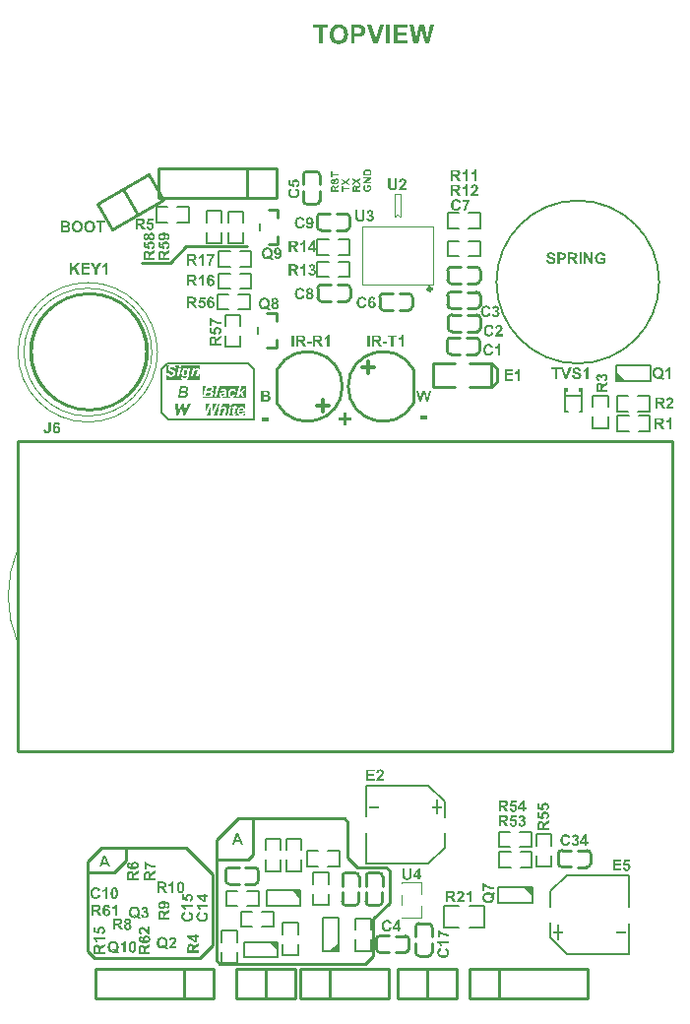
<source format=gto>
G04*
G04 #@! TF.GenerationSoftware,Altium Limited,Altium Designer,22.0.2 (36)*
G04*
G04 Layer_Color=65535*
%FSTAX25Y25*%
%MOIN*%
G70*
G04*
G04 #@! TF.SameCoordinates,0D831988-8BE3-4B2D-80CC-02C8544F8A67*
G04*
G04*
G04 #@! TF.FilePolarity,Positive*
G04*
G01*
G75*
%ADD10C,0.01181*%
%ADD11C,0.01000*%
%ADD12C,0.00394*%
%ADD13C,0.00787*%
%ADD14C,0.00700*%
%ADD15C,0.00600*%
%ADD16C,0.00500*%
%ADD17C,0.00598*%
%ADD18C,0.00490*%
G36*
X0212418Y0124266D02*
X0211031D01*
Y0125466D01*
X0212418D01*
Y0124266D01*
D02*
G37*
G36*
X0207487D02*
X02061D01*
Y0125466D01*
X0207487D01*
Y0124266D01*
D02*
G37*
G36*
X0143204Y-0016703D02*
X0140086D01*
Y-0015924D01*
X0143204D01*
Y-0016703D01*
D02*
G37*
G36*
X0163342Y-0015924D02*
X0164511D01*
Y-0016703D01*
X0163342D01*
Y-0018912D01*
X0162562D01*
Y-0016703D01*
X0161393D01*
Y-0015924D01*
X0162562D01*
Y-0013715D01*
X0163342D01*
Y-0015924D01*
D02*
G37*
G36*
X0226914Y-0059076D02*
X0223796D01*
Y-0058297D01*
X0226914D01*
Y-0059076D01*
D02*
G37*
G36*
X0204438Y-0058297D02*
X0205607D01*
Y-0059076D01*
X0204438D01*
Y-0061285D01*
X0203658D01*
Y-0059076D01*
X0202489D01*
Y-0058297D01*
X0203658D01*
Y-0056088D01*
X0204438D01*
Y-0058297D01*
D02*
G37*
G36*
X0127524Y0198064D02*
X0129652D01*
Y0197546D01*
X0127524D01*
Y0196788D01*
X0127092D01*
Y0198819D01*
X0127524D01*
Y0198064D01*
D02*
G37*
G36*
X0128964Y0196525D02*
X012899Y0196521D01*
X0129041Y0196514D01*
X0129108Y0196499D01*
X0129178Y0196477D01*
X0129249Y0196444D01*
X0129323Y0196403D01*
X0129326D01*
X012933Y0196396D01*
X0129352Y0196381D01*
X0129389Y0196351D01*
X012943Y0196314D01*
X0129478Y0196266D01*
X0129522Y0196203D01*
X0129567Y0196137D01*
X0129607Y0196055D01*
Y0196052D01*
X0129611Y0196044D01*
X0129615Y0196033D01*
X0129622Y0196014D01*
X012963Y0195992D01*
X0129637Y0195966D01*
X0129645Y0195937D01*
X0129652Y0195904D01*
X0129663Y0195863D01*
X012967Y0195822D01*
X0129685Y0195726D01*
X0129696Y0195619D01*
X01297Y01955D01*
Y0195452D01*
X0129696Y0195419D01*
X0129693Y0195378D01*
X0129689Y0195334D01*
X0129682Y0195282D01*
X012967Y0195226D01*
X0129645Y0195104D01*
X0129626Y0195041D01*
X0129607Y0194982D01*
X0129582Y0194919D01*
X0129552Y019486D01*
X0129519Y0194805D01*
X0129478Y0194753D01*
X0129474Y0194749D01*
X0129467Y0194742D01*
X0129456Y0194727D01*
X0129437Y0194712D01*
X0129411Y019469D01*
X0129382Y0194668D01*
X0129349Y0194642D01*
X0129312Y0194616D01*
X0129267Y019459D01*
X0129219Y0194564D01*
X0129164Y0194538D01*
X0129104Y0194512D01*
X0129041Y0194494D01*
X0128971Y0194472D01*
X0128897Y0194457D01*
X0128819Y0194446D01*
X0128771Y0194949D01*
X0128775D01*
X0128782Y0194953D01*
X0128797D01*
X0128812Y0194956D01*
X0128856Y0194971D01*
X0128912Y019499D01*
X0128975Y0195012D01*
X0129038Y0195045D01*
X0129093Y0195082D01*
X0129145Y019513D01*
X0129149Y0195138D01*
X0129164Y0195156D01*
X0129182Y0195186D01*
X0129204Y019523D01*
X0129226Y0195286D01*
X0129245Y0195349D01*
X012926Y0195422D01*
X0129263Y0195508D01*
Y0195548D01*
X0129256Y0195593D01*
X0129249Y0195648D01*
X0129237Y0195707D01*
X0129219Y019577D01*
X0129193Y0195829D01*
X012916Y0195881D01*
X0129156Y0195889D01*
X0129141Y0195904D01*
X0129119Y0195922D01*
X0129089Y0195948D01*
X0129052Y019597D01*
X0129008Y0195992D01*
X0128964Y0196007D01*
X0128912Y0196011D01*
X0128908D01*
X0128897D01*
X0128879Y0196007D01*
X0128856Y0196003D01*
X0128834Y0195996D01*
X0128808Y0195989D01*
X0128782Y0195974D01*
X0128756Y0195955D01*
X0128753Y0195952D01*
X0128745Y0195944D01*
X0128734Y0195933D01*
X0128719Y0195915D01*
X0128701Y0195889D01*
X0128682Y0195855D01*
X0128664Y0195818D01*
X0128646Y019577D01*
Y0195767D01*
X0128638Y0195752D01*
X0128631Y0195726D01*
X0128623Y0195707D01*
X012862Y0195685D01*
X0128612Y0195659D01*
X0128601Y019563D01*
X0128594Y0195596D01*
X0128583Y0195559D01*
X0128571Y0195515D01*
X012856Y0195467D01*
X0128546Y0195415D01*
X0128531Y0195356D01*
Y0195352D01*
X0128527Y0195337D01*
X012852Y0195315D01*
X0128512Y0195289D01*
X0128501Y0195256D01*
X012849Y0195215D01*
X0128475Y0195175D01*
X0128461Y0195126D01*
X0128424Y019503D01*
X0128379Y0194938D01*
X0128357Y019489D01*
X0128331Y0194849D01*
X0128305Y0194808D01*
X0128279Y0194775D01*
X0128276Y0194771D01*
X0128268Y0194764D01*
X0128257Y0194753D01*
X0128242Y0194738D01*
X012822Y019472D01*
X0128194Y0194701D01*
X0128168Y0194679D01*
X0128135Y019466D01*
X0128057Y0194616D01*
X0127968Y0194579D01*
X012792Y0194564D01*
X0127872Y0194553D01*
X0127817Y0194546D01*
X0127761Y0194542D01*
X0127758D01*
X0127754D01*
X0127743D01*
X0127728D01*
X0127691Y0194549D01*
X0127643Y0194557D01*
X0127587Y0194568D01*
X0127524Y0194586D01*
X0127458Y0194612D01*
X0127395Y0194649D01*
X0127391D01*
X0127387Y0194653D01*
X0127365Y0194671D01*
X0127336Y0194694D01*
X0127299Y0194731D01*
X0127258Y0194775D01*
X0127214Y0194831D01*
X0127173Y0194893D01*
X0127136Y0194967D01*
Y0194971D01*
X0127132Y0194978D01*
X0127129Y019499D01*
X0127121Y0195004D01*
X0127114Y0195027D01*
X0127106Y0195049D01*
X0127099Y0195078D01*
X0127088Y0195112D01*
X0127073Y0195186D01*
X0127058Y0195271D01*
X0127047Y0195367D01*
X0127043Y0195474D01*
Y0195519D01*
X0127047Y0195552D01*
X0127051Y0195593D01*
X0127055Y0195641D01*
X0127062Y0195689D01*
X0127069Y0195744D01*
X0127095Y0195863D01*
X0127114Y0195922D01*
X0127132Y0195981D01*
X0127158Y019604D01*
X0127188Y0196096D01*
X0127221Y0196148D01*
X0127258Y0196196D01*
X0127262Y01962D01*
X0127269Y0196207D01*
X012728Y0196218D01*
X0127295Y0196233D01*
X0127317Y0196251D01*
X0127343Y0196274D01*
X0127373Y0196296D01*
X0127406Y0196322D01*
X0127447Y0196344D01*
X0127487Y0196366D01*
X0127535Y0196388D01*
X0127587Y0196407D01*
X0127639Y0196425D01*
X0127698Y019644D01*
X0127758Y0196451D01*
X0127824Y0196455D01*
X0127843Y0195937D01*
X0127839D01*
X0127835D01*
X0127809Y0195929D01*
X0127776Y0195922D01*
X0127735Y0195907D01*
X0127687Y0195889D01*
X0127643Y0195863D01*
X0127598Y0195829D01*
X0127561Y0195792D01*
X0127558Y0195789D01*
X0127547Y0195774D01*
X0127532Y0195748D01*
X0127517Y0195711D01*
X0127502Y0195667D01*
X0127487Y0195611D01*
X0127476Y0195545D01*
X0127473Y0195467D01*
Y019543D01*
X0127476Y0195389D01*
X0127484Y0195341D01*
X0127495Y0195286D01*
X0127513Y0195226D01*
X0127535Y0195171D01*
X0127569Y0195119D01*
X0127573Y0195115D01*
X012758Y0195108D01*
X0127591Y0195093D01*
X012761Y0195078D01*
X0127632Y0195064D01*
X0127661Y0195049D01*
X0127691Y0195041D01*
X0127728Y0195038D01*
X0127732D01*
X0127743D01*
X0127761Y0195041D01*
X012778Y0195049D01*
X0127806Y0195056D01*
X0127831Y0195067D01*
X0127857Y0195086D01*
X0127883Y0195112D01*
X0127887Y0195115D01*
X0127898Y0195134D01*
X0127905Y0195145D01*
X0127913Y0195164D01*
X0127924Y0195182D01*
X0127935Y0195208D01*
X0127946Y0195238D01*
X0127961Y0195271D01*
X0127976Y0195311D01*
X0127991Y0195352D01*
X0128005Y0195404D01*
X012802Y0195459D01*
X0128035Y0195519D01*
X0128053Y0195585D01*
Y0195589D01*
X0128057Y0195604D01*
X0128061Y0195622D01*
X0128068Y0195648D01*
X0128076Y0195678D01*
X0128087Y0195715D01*
X0128098Y0195756D01*
X0128109Y0195796D01*
X0128139Y0195885D01*
X0128168Y0195977D01*
X0128201Y0196066D01*
X012822Y0196103D01*
X0128238Y019614D01*
Y0196144D01*
X0128242Y0196148D01*
X0128257Y019617D01*
X0128279Y0196203D01*
X0128309Y0196244D01*
X0128346Y0196288D01*
X012839Y0196336D01*
X0128442Y0196385D01*
X0128501Y0196425D01*
X0128509Y0196429D01*
X0128531Y019644D01*
X0128564Y0196458D01*
X0128612Y0196477D01*
X0128671Y0196495D01*
X0128742Y0196514D01*
X0128819Y0196525D01*
X0128908Y0196529D01*
X0128912D01*
X0128919D01*
X012893D01*
X0128945D01*
X0128964Y0196525D01*
D02*
G37*
G36*
X0129652Y019368D02*
X0129097Y019331D01*
X0129093Y0193306D01*
X0129082Y0193302D01*
X0129067Y0193291D01*
X0129049Y0193277D01*
X0129027Y0193262D01*
X0128997Y0193243D01*
X0128938Y0193202D01*
X0128871Y0193154D01*
X0128812Y019311D01*
X0128756Y0193069D01*
X0128738Y0193051D01*
X0128719Y0193036D01*
X0128716Y0193032D01*
X0128708Y0193025D01*
X0128694Y019301D01*
X0128675Y0192992D01*
X012866Y0192966D01*
X0128642Y019294D01*
X0128627Y019291D01*
X0128612Y0192881D01*
Y0192877D01*
X0128609Y0192866D01*
X0128601Y0192847D01*
X0128597Y0192818D01*
X012859Y0192781D01*
X0128586Y0192736D01*
X0128583Y0192684D01*
Y0192518D01*
X0129652D01*
Y0192D01*
X0127092D01*
Y0193154D01*
X0127095Y0193188D01*
Y0193228D01*
X0127099Y0193269D01*
Y0193317D01*
X012711Y0193413D01*
X0127121Y0193513D01*
X012714Y0193606D01*
X0127151Y0193647D01*
X0127162Y0193684D01*
Y0193687D01*
X0127165Y0193691D01*
X0127177Y0193713D01*
X0127195Y0193746D01*
X0127217Y0193791D01*
X0127254Y0193839D01*
X0127295Y0193887D01*
X0127347Y0193935D01*
X012741Y019398D01*
X0127413D01*
X0127417Y0193983D01*
X0127428Y0193991D01*
X0127439Y0193998D01*
X0127476Y0194017D01*
X0127524Y0194039D01*
X0127584Y0194057D01*
X012765Y0194076D01*
X0127728Y019409D01*
X0127809Y0194094D01*
X0127813D01*
X012782D01*
X0127839D01*
X0127857Y019409D01*
X0127883D01*
X0127909Y0194087D01*
X0127976Y0194072D01*
X0128053Y0194053D01*
X0128131Y0194024D01*
X0128213Y019398D01*
X012825Y0193954D01*
X0128287Y0193924D01*
X012829Y019392D01*
X0128294Y0193917D01*
X0128305Y0193905D01*
X0128316Y0193891D01*
X0128331Y0193876D01*
X0128349Y0193854D01*
X0128368Y0193828D01*
X0128386Y0193798D01*
X0128409Y0193765D01*
X0128427Y0193724D01*
X0128446Y0193684D01*
X0128464Y0193639D01*
X0128483Y0193587D01*
X0128498Y0193535D01*
X0128512Y019348D01*
X0128523Y0193417D01*
Y0193421D01*
X0128527Y0193424D01*
X0128542Y0193447D01*
X012856Y0193476D01*
X0128586Y0193513D01*
X012862Y0193558D01*
X0128653Y0193602D01*
X0128694Y019365D01*
X0128738Y0193691D01*
X0128742Y0193695D01*
X012876Y0193713D01*
X012879Y0193735D01*
X0128834Y0193769D01*
X012889Y0193813D01*
X0128927Y0193835D01*
X0128964Y0193861D01*
X0129004Y0193891D01*
X0129049Y019392D01*
X0129101Y0193954D01*
X0129152Y0193987D01*
X0129652Y0194301D01*
Y019368D01*
D02*
G37*
G36*
X0133335Y0195863D02*
X0132469Y0195297D01*
X0133335Y0194727D01*
Y0194105D01*
X0132003Y019499D01*
X0130774Y0194187D01*
Y019479D01*
X013154Y0195297D01*
X0130774Y0195804D01*
Y0196407D01*
X0132003Y0195604D01*
X0133335Y0196484D01*
Y0195863D01*
D02*
G37*
G36*
X0131207Y0193277D02*
X0133335D01*
Y0192759D01*
X0131207D01*
Y0192D01*
X0130774D01*
Y0194031D01*
X0131207D01*
Y0193277D01*
D02*
G37*
G36*
X0201659Y0171479D02*
X020172Y0171474D01*
X0201793Y0171468D01*
X0201865Y0171457D01*
X0201948Y0171446D01*
X0202126Y0171407D01*
X0202215Y0171379D01*
X0202303Y0171352D01*
X0202392Y0171313D01*
X0202475Y0171268D01*
X0202553Y0171219D01*
X0202625Y0171163D01*
X0202631Y0171157D01*
X0202642Y0171146D01*
X0202658Y017113D01*
X0202681Y0171107D01*
X0202708Y0171074D01*
X0202742Y0171035D01*
X0202775Y0170991D01*
X0202814Y0170941D01*
X0202847Y017088D01*
X020288Y0170819D01*
X0202914Y0170747D01*
X0202941Y0170669D01*
X0202969Y0170591D01*
X0202992Y0170502D01*
X0203008Y0170414D01*
X0203014Y0170314D01*
X0202237Y0170286D01*
Y0170292D01*
Y0170297D01*
X0202225Y0170336D01*
X0202215Y0170386D01*
X0202192Y0170447D01*
X0202165Y0170519D01*
X0202126Y0170586D01*
X0202076Y0170652D01*
X020202Y0170708D01*
X0202015Y0170713D01*
X0201993Y017073D01*
X0201954Y0170752D01*
X0201898Y0170774D01*
X0201832Y0170797D01*
X0201748Y0170819D01*
X0201648Y0170835D01*
X0201532Y0170841D01*
X0201476D01*
X0201415Y0170835D01*
X0201343Y0170825D01*
X020126Y0170808D01*
X0201171Y017078D01*
X0201088Y0170747D01*
X020101Y0170697D01*
X0201005Y0170691D01*
X0200993Y017068D01*
X0200971Y0170663D01*
X0200949Y0170636D01*
X0200927Y0170602D01*
X0200905Y0170558D01*
X0200894Y0170514D01*
X0200888Y0170458D01*
Y0170453D01*
Y0170436D01*
X0200894Y0170408D01*
X0200905Y017038D01*
X0200916Y0170342D01*
X0200932Y0170303D01*
X020096Y0170264D01*
X0200999Y0170225D01*
X0201005Y017022D01*
X0201032Y0170203D01*
X0201049Y0170192D01*
X0201077Y0170181D01*
X0201104Y0170164D01*
X0201143Y0170147D01*
X0201188Y0170131D01*
X0201238Y0170108D01*
X0201299Y0170086D01*
X020136Y0170064D01*
X0201437Y0170042D01*
X0201521Y017002D01*
X0201609Y0169998D01*
X0201709Y016997D01*
X0201715D01*
X0201737Y0169964D01*
X0201765Y0169959D01*
X0201804Y0169948D01*
X0201848Y0169936D01*
X0201904Y016992D01*
X0201965Y0169903D01*
X0202026Y0169887D01*
X0202159Y0169842D01*
X0202298Y0169798D01*
X0202431Y0169748D01*
X0202486Y016972D01*
X0202542Y0169692D01*
X0202548D01*
X0202553Y0169687D01*
X0202586Y0169665D01*
X0202636Y0169631D01*
X0202697Y0169587D01*
X0202764Y0169531D01*
X0202836Y0169465D01*
X0202908Y0169387D01*
X0202969Y0169298D01*
X0202975Y0169287D01*
X0202992Y0169254D01*
X0203019Y0169204D01*
X0203047Y0169132D01*
X0203075Y0169043D01*
X0203102Y0168937D01*
X0203119Y0168821D01*
X0203125Y0168688D01*
Y0168682D01*
Y0168671D01*
Y0168654D01*
Y0168632D01*
X0203119Y0168604D01*
X0203114Y0168566D01*
X0203102Y0168488D01*
X020308Y0168388D01*
X0203047Y0168282D01*
X0202997Y0168177D01*
X0202936Y0168066D01*
Y0168061D01*
X0202925Y0168055D01*
X0202903Y0168022D01*
X0202858Y0167966D01*
X0202803Y0167905D01*
X0202731Y0167833D01*
X0202636Y0167766D01*
X0202536Y01677D01*
X0202414Y0167639D01*
X0202409D01*
X0202398Y0167633D01*
X0202381Y0167628D01*
X0202353Y0167617D01*
X020232Y0167605D01*
X0202281Y0167594D01*
X0202237Y0167583D01*
X0202187Y0167572D01*
X0202126Y0167555D01*
X0202065Y0167544D01*
X020192Y0167522D01*
X0201759Y0167506D01*
X0201582Y01675D01*
X020151D01*
X020146Y0167506D01*
X0201399Y0167511D01*
X0201332Y0167517D01*
X0201254Y0167528D01*
X0201171Y0167544D01*
X0200988Y0167583D01*
X0200894Y0167611D01*
X0200805Y0167639D01*
X020071Y0167678D01*
X0200622Y0167722D01*
X0200538Y0167772D01*
X0200461Y0167833D01*
X0200455Y0167839D01*
X0200444Y016785D01*
X0200422Y0167866D01*
X02004Y0167894D01*
X0200366Y0167933D01*
X0200333Y0167977D01*
X0200294Y0168027D01*
X0200255Y0168083D01*
X0200217Y0168149D01*
X0200178Y0168221D01*
X0200139Y0168305D01*
X02001Y0168394D01*
X0200072Y0168488D01*
X0200039Y0168593D01*
X0200017Y0168704D01*
X02Y0168821D01*
X0200755Y0168893D01*
Y0168887D01*
X020076Y0168876D01*
Y0168854D01*
X0200766Y0168832D01*
X0200788Y0168765D01*
X0200816Y0168682D01*
X0200849Y0168588D01*
X0200899Y0168493D01*
X0200955Y016841D01*
X0201027Y0168333D01*
X0201038Y0168327D01*
X0201066Y0168305D01*
X020111Y0168277D01*
X0201177Y0168244D01*
X020126Y016821D01*
X0201354Y0168183D01*
X0201465Y016816D01*
X0201593Y0168155D01*
X0201654D01*
X020172Y0168166D01*
X0201804Y0168177D01*
X0201893Y0168194D01*
X0201987Y0168221D01*
X0202076Y016826D01*
X0202153Y016831D01*
X0202165Y0168316D01*
X0202187Y0168338D01*
X0202215Y0168371D01*
X0202253Y0168416D01*
X0202287Y0168471D01*
X020232Y0168538D01*
X0202342Y0168604D01*
X0202348Y0168682D01*
Y0168688D01*
Y0168704D01*
X0202342Y0168732D01*
X0202337Y0168765D01*
X0202326Y0168799D01*
X0202314Y0168838D01*
X0202292Y0168876D01*
X0202264Y0168915D01*
X0202259Y0168921D01*
X0202248Y0168932D01*
X0202231Y0168949D01*
X0202203Y0168971D01*
X0202165Y0168999D01*
X0202115Y0169026D01*
X0202059Y0169054D01*
X0201987Y0169082D01*
X0201981D01*
X0201959Y0169093D01*
X020192Y0169104D01*
X0201893Y0169115D01*
X0201859Y0169121D01*
X020182Y0169132D01*
X0201776Y0169148D01*
X0201726Y0169159D01*
X0201671Y0169176D01*
X0201604Y0169193D01*
X0201532Y0169209D01*
X0201454Y0169232D01*
X0201365Y0169254D01*
X020136D01*
X0201338Y0169259D01*
X0201304Y0169271D01*
X0201265Y0169281D01*
X0201216Y0169298D01*
X0201154Y0169315D01*
X0201093Y0169337D01*
X0201021Y0169359D01*
X0200877Y0169415D01*
X0200738Y0169481D01*
X0200666Y0169515D01*
X0200605Y0169553D01*
X0200544Y0169592D01*
X0200494Y0169631D01*
X0200488Y0169637D01*
X0200477Y0169648D01*
X0200461Y0169665D01*
X0200438Y0169687D01*
X0200411Y016972D01*
X0200383Y0169759D01*
X020035Y0169798D01*
X0200322Y0169848D01*
X0200255Y0169964D01*
X02002Y0170097D01*
X0200178Y017017D01*
X0200161Y0170242D01*
X020015Y0170325D01*
X0200144Y0170408D01*
Y0170414D01*
Y0170419D01*
Y0170436D01*
Y0170458D01*
X0200155Y0170514D01*
X0200167Y0170586D01*
X0200183Y0170669D01*
X0200211Y0170763D01*
X020025Y0170863D01*
X0200305Y0170958D01*
Y0170963D01*
X0200311Y0170969D01*
X0200339Y0171002D01*
X0200372Y0171046D01*
X0200427Y0171102D01*
X0200494Y0171163D01*
X0200577Y017123D01*
X0200672Y0171291D01*
X0200782Y0171346D01*
X0200788D01*
X0200799Y0171352D01*
X0200816Y0171357D01*
X0200838Y0171368D01*
X0200871Y0171379D01*
X0200905Y0171391D01*
X0200949Y0171402D01*
X0200999Y0171418D01*
X020111Y017144D01*
X0201238Y0171463D01*
X0201382Y0171479D01*
X0201543Y0171485D01*
X0201609D01*
X0201659Y0171479D01*
D02*
G37*
G36*
X0218487D02*
X0218548Y0171474D01*
X021862Y0171468D01*
X0218698Y0171463D01*
X0218781Y0171446D01*
X0218959Y0171413D01*
X0219142Y0171357D01*
X0219236Y0171324D01*
X0219325Y0171285D01*
X0219408Y0171241D01*
X0219486Y0171185D01*
X0219492Y017118D01*
X0219503Y0171174D01*
X0219525Y0171152D01*
X0219553Y017113D01*
X0219586Y0171102D01*
X0219619Y0171063D01*
X0219658Y0171019D01*
X0219703Y0170969D01*
X0219747Y0170913D01*
X0219791Y0170852D01*
X0219836Y0170786D01*
X0219875Y0170708D01*
X0219919Y017063D01*
X0219952Y0170547D01*
X0219986Y0170453D01*
X0220008Y0170358D01*
X0219236Y0170214D01*
Y017022D01*
X0219231Y0170225D01*
X021922Y0170258D01*
X0219197Y0170308D01*
X0219164Y0170375D01*
X0219125Y0170447D01*
X021907Y0170519D01*
X0219003Y0170591D01*
X0218925Y0170658D01*
X0218914Y0170663D01*
X0218887Y0170686D01*
X0218837Y0170713D01*
X0218776Y0170741D01*
X0218692Y0170774D01*
X0218598Y0170797D01*
X0218493Y0170819D01*
X0218371Y0170825D01*
X0218321D01*
X0218287Y0170819D01*
X0218243Y0170813D01*
X0218193Y0170808D01*
X0218137Y0170797D01*
X0218076Y0170786D01*
X0217949Y0170747D01*
X0217882Y0170719D01*
X0217815Y0170686D01*
X0217749Y0170647D01*
X0217682Y0170608D01*
X0217621Y0170553D01*
X021756Y0170497D01*
X0217555Y0170492D01*
X0217549Y017048D01*
X0217532Y0170464D01*
X0217516Y0170436D01*
X0217494Y0170403D01*
X0217466Y0170364D01*
X0217438Y0170314D01*
X0217416Y0170258D01*
X0217388Y0170192D01*
X021736Y017012D01*
X0217333Y0170042D01*
X021731Y0169959D01*
X0217294Y0169864D01*
X0217277Y0169759D01*
X0217272Y0169653D01*
X0217266Y0169537D01*
Y0169531D01*
Y0169509D01*
Y016947D01*
X0217272Y0169426D01*
X0217277Y0169365D01*
X0217283Y0169304D01*
X0217294Y0169226D01*
X0217305Y0169148D01*
X0217338Y0168982D01*
X0217394Y016881D01*
X0217427Y0168727D01*
X0217466Y0168649D01*
X0217516Y0168571D01*
X0217566Y0168505D01*
X0217571Y0168499D01*
X0217582Y0168488D01*
X0217599Y0168471D01*
X0217621Y0168449D01*
X0217655Y0168427D01*
X0217688Y0168394D01*
X0217732Y0168366D01*
X0217782Y0168333D01*
X0217838Y0168299D01*
X0217893Y0168272D01*
X0218032Y0168216D01*
X021811Y0168194D01*
X0218187Y0168177D01*
X0218276Y0168166D01*
X0218365Y016816D01*
X0218409D01*
X0218454Y0168166D01*
X021852Y0168172D01*
X0218593Y0168183D01*
X0218676Y0168199D01*
X0218765Y0168221D01*
X0218853Y0168255D01*
X0218859D01*
X0218864Y016826D01*
X0218892Y0168272D01*
X0218942Y0168294D01*
X0218998Y0168321D01*
X0219064Y0168355D01*
X0219136Y0168394D01*
X0219209Y0168438D01*
X0219275Y0168488D01*
Y0168982D01*
X0218387D01*
Y0169631D01*
X0220058D01*
Y0168088D01*
X0220047Y0168077D01*
X022003Y0168066D01*
X0220013Y016805D01*
X0219986Y0168027D01*
X0219958Y0168005D01*
X021988Y0167949D01*
X0219775Y0167888D01*
X0219653Y0167816D01*
X0219514Y0167744D01*
X0219347Y0167678D01*
X0219342D01*
X0219325Y0167672D01*
X0219303Y0167661D01*
X021927Y016765D01*
X0219225Y0167639D01*
X0219175Y0167622D01*
X021912Y0167605D01*
X0219059Y0167589D01*
X021892Y0167555D01*
X0218759Y0167528D01*
X0218593Y0167506D01*
X0218415Y01675D01*
X0218354D01*
X0218315Y0167506D01*
X021826D01*
X0218198Y0167511D01*
X0218132Y0167522D01*
X0218054Y0167533D01*
X0217893Y0167561D01*
X0217716Y0167605D01*
X0217532Y0167666D01*
X0217449Y0167705D01*
X021736Y016775D01*
X0217355Y0167755D01*
X0217344Y0167761D01*
X0217316Y0167778D01*
X0217288Y01678D01*
X0217249Y0167822D01*
X0217211Y0167855D01*
X0217161Y0167894D01*
X0217111Y0167938D01*
X0217Y0168038D01*
X0216889Y0168166D01*
X0216783Y016831D01*
X0216689Y0168477D01*
Y0168482D01*
X0216678Y0168499D01*
X0216667Y0168527D01*
X0216655Y016856D01*
X0216639Y0168604D01*
X0216617Y0168654D01*
X02166Y0168716D01*
X0216578Y0168782D01*
X0216556Y0168854D01*
X0216539Y0168937D01*
X02165Y0169109D01*
X0216478Y0169298D01*
X0216467Y0169503D01*
Y0169509D01*
Y0169531D01*
Y0169565D01*
X0216472Y0169603D01*
Y0169659D01*
X0216478Y016972D01*
X0216489Y0169787D01*
X02165Y0169864D01*
X0216528Y0170025D01*
X0216572Y0170208D01*
X0216633Y0170392D01*
X0216672Y017048D01*
X0216717Y0170569D01*
X0216722Y0170575D01*
X0216728Y0170591D01*
X0216744Y0170614D01*
X0216761Y0170647D01*
X0216789Y0170686D01*
X0216822Y017073D01*
X0216861Y017078D01*
X02169Y0170835D01*
X021695Y0170891D01*
X0217005Y0170952D01*
X0217066Y0171013D01*
X0217133Y0171074D01*
X0217205Y017113D01*
X0217277Y0171191D01*
X0217449Y0171291D01*
X0217455D01*
X0217466Y0171302D01*
X0217488Y0171307D01*
X0217516Y0171324D01*
X0217555Y0171335D01*
X0217594Y0171352D01*
X0217649Y0171368D01*
X0217705Y0171391D01*
X0217765Y0171407D01*
X0217838Y0171424D01*
X0217915Y017144D01*
X0217993Y0171457D01*
X0218171Y0171479D01*
X0218371Y0171485D01*
X0218437D01*
X0218487Y0171479D01*
D02*
G37*
G36*
X0215784Y0167572D02*
X0215007D01*
X0213448Y0170103D01*
Y0167572D01*
X0212732D01*
Y0171413D01*
X0213481D01*
X0215068Y0168826D01*
Y0171413D01*
X0215784D01*
Y0167572D01*
D02*
G37*
G36*
X0211988D02*
X0211211D01*
Y0171413D01*
X0211988D01*
Y0167572D01*
D02*
G37*
G36*
X0209146Y0171407D02*
X0209208D01*
X0209268Y0171402D01*
X0209341D01*
X0209485Y0171385D01*
X0209635Y0171368D01*
X0209773Y0171341D01*
X0209835Y0171324D01*
X020989Y0171307D01*
X0209896D01*
X0209901Y0171302D01*
X0209934Y0171285D01*
X0209984Y0171257D01*
X0210051Y0171224D01*
X0210123Y0171169D01*
X0210195Y0171107D01*
X0210267Y017103D01*
X0210334Y0170935D01*
Y017093D01*
X021034Y0170924D01*
X0210351Y0170908D01*
X0210362Y0170891D01*
X021039Y0170835D01*
X0210423Y0170763D01*
X0210451Y0170675D01*
X0210478Y0170575D01*
X0210501Y0170458D01*
X0210506Y0170336D01*
Y0170331D01*
Y0170319D01*
Y0170292D01*
X0210501Y0170264D01*
Y0170225D01*
X0210495Y0170186D01*
X0210473Y0170086D01*
X0210445Y016997D01*
X0210401Y0169853D01*
X0210334Y0169731D01*
X0210295Y0169676D01*
X0210251Y016962D01*
X0210245Y0169615D01*
X021024Y0169609D01*
X0210223Y0169592D01*
X0210201Y0169576D01*
X0210179Y0169553D01*
X0210145Y0169526D01*
X0210107Y0169498D01*
X0210062Y016947D01*
X0210012Y0169437D01*
X0209951Y0169409D01*
X020989Y0169381D01*
X0209823Y0169354D01*
X0209746Y0169326D01*
X0209668Y0169304D01*
X0209585Y0169281D01*
X020949Y0169265D01*
X0209496D01*
X0209502Y0169259D01*
X0209535Y0169237D01*
X0209579Y0169209D01*
X0209635Y0169171D01*
X0209701Y0169121D01*
X0209768Y0169071D01*
X020984Y016901D01*
X0209901Y0168943D01*
X0209907Y0168937D01*
X0209934Y016891D01*
X0209968Y0168865D01*
X0210018Y0168799D01*
X0210084Y0168716D01*
X0210118Y016866D01*
X0210156Y0168604D01*
X0210201Y0168543D01*
X0210245Y0168477D01*
X0210295Y0168399D01*
X0210345Y0168321D01*
X0210817Y0167572D01*
X0209885D01*
X020933Y0168405D01*
X0209324Y016841D01*
X0209318Y0168427D01*
X0209302Y0168449D01*
X020928Y0168477D01*
X0209257Y016851D01*
X020923Y0168554D01*
X0209169Y0168643D01*
X0209097Y0168743D01*
X020903Y0168832D01*
X0208969Y0168915D01*
X0208941Y0168943D01*
X0208919Y0168971D01*
X0208913Y0168976D01*
X0208902Y0168987D01*
X020888Y016901D01*
X0208852Y0169037D01*
X0208813Y016906D01*
X0208774Y0169087D01*
X020873Y0169109D01*
X0208686Y0169132D01*
X020868D01*
X0208664Y0169137D01*
X0208636Y0169148D01*
X0208591Y0169154D01*
X0208536Y0169165D01*
X0208469Y0169171D01*
X0208392Y0169176D01*
X0208142D01*
Y0167572D01*
X0207365D01*
Y0171413D01*
X0209097D01*
X0209146Y0171407D01*
D02*
G37*
G36*
X0205261D02*
X0205406D01*
X0205561Y0171396D01*
X0205716Y0171385D01*
X0205783Y0171379D01*
X020585Y0171374D01*
X0205905Y0171363D01*
X020595Y0171352D01*
X0205955D01*
X0205966Y0171346D01*
X0205983Y0171341D01*
X0206005Y0171335D01*
X0206066Y0171307D01*
X0206144Y0171274D01*
X0206227Y0171224D01*
X0206322Y0171157D01*
X020641Y0171074D01*
X0206499Y0170974D01*
Y0170969D01*
X020651Y0170963D01*
X0206521Y0170947D01*
X0206532Y0170924D01*
X0206555Y0170891D01*
X0206571Y0170858D01*
X0206593Y0170819D01*
X0206616Y0170774D01*
X0206654Y0170663D01*
X0206693Y0170541D01*
X0206715Y0170392D01*
X0206727Y0170231D01*
Y0170225D01*
Y0170214D01*
Y0170197D01*
Y017017D01*
X0206721Y0170142D01*
Y0170103D01*
X020671Y0170025D01*
X0206693Y0169931D01*
X0206671Y0169825D01*
X0206638Y0169726D01*
X0206593Y0169631D01*
X0206588Y016962D01*
X0206571Y0169592D01*
X0206543Y0169548D01*
X0206505Y0169492D01*
X020646Y0169437D01*
X0206399Y016937D01*
X0206338Y0169309D01*
X0206266Y0169254D01*
X0206255Y0169248D01*
X0206233Y0169232D01*
X0206194Y0169209D01*
X0206144Y0169182D01*
X0206083Y0169148D01*
X0206016Y0169121D01*
X0205944Y0169093D01*
X0205866Y0169071D01*
X0205855D01*
X0205839Y0169065D01*
X0205816D01*
X0205789Y016906D01*
X020575Y0169054D01*
X0205711Y0169049D01*
X0205661D01*
X0205611Y0169043D01*
X020555Y0169037D01*
X0205483Y0169032D01*
X0205411Y0169026D01*
X0205334D01*
X020525Y0169021D01*
X0204562D01*
Y0167572D01*
X0203785D01*
Y0171413D01*
X02052D01*
X0205261Y0171407D01*
D02*
G37*
G36*
X0139479Y0199596D02*
X0139509D01*
X0139546Y0199592D01*
X0139586Y0199589D01*
X0139671Y0199581D01*
X013976Y0199566D01*
X0139853Y0199544D01*
X0139942Y0199518D01*
X0139945D01*
X0139953Y0199515D01*
X0139967Y0199507D01*
X013999Y01995D01*
X0140012Y0199493D01*
X0140038Y0199478D01*
X0140104Y0199448D01*
X0140175Y0199411D01*
X0140252Y0199363D01*
X0140326Y0199308D01*
X0140397Y0199245D01*
X0140404Y0199237D01*
X0140419Y0199219D01*
X0140441Y0199189D01*
X0140471Y0199148D01*
X0140504Y0199097D01*
X0140537Y0199037D01*
X014057Y0198963D01*
X01406Y0198882D01*
Y0198878D01*
X0140604Y0198875D01*
Y0198863D01*
X0140608Y0198852D01*
X0140615Y0198812D01*
X0140626Y019876D01*
X0140637Y0198697D01*
X0140645Y0198619D01*
X0140648Y0198527D01*
X0140652Y0198427D01*
Y0197458D01*
X0138092D01*
Y0198479D01*
X0138095Y0198508D01*
X0138099Y0198579D01*
X0138103Y0198656D01*
X0138114Y0198738D01*
X0138125Y0198815D01*
X0138143Y0198886D01*
Y0198889D01*
X0138147Y0198897D01*
X0138151Y0198908D01*
X0138154Y0198923D01*
X0138173Y0198967D01*
X0138199Y0199019D01*
X0138232Y0199078D01*
X0138273Y0199145D01*
X0138321Y0199208D01*
X013838Y019927D01*
Y0199274D01*
X0138388Y0199278D01*
X013841Y0199296D01*
X0138447Y0199326D01*
X0138495Y0199359D01*
X0138554Y01994D01*
X0138624Y0199441D01*
X0138706Y0199481D01*
X0138795Y0199515D01*
X0138798D01*
X0138806Y0199518D01*
X013882Y0199522D01*
X0138839Y019953D01*
X0138861Y0199533D01*
X0138891Y0199541D01*
X0138924Y0199548D01*
X0138961Y0199559D01*
X0139002Y0199566D01*
X013905Y0199574D01*
X0139098Y0199581D01*
X0139153Y0199585D01*
X0139268Y0199596D01*
X0139398Y01996D01*
X0139401D01*
X0139412D01*
X0139427D01*
X0139449D01*
X0139479Y0199596D01*
D02*
G37*
G36*
X0140652Y0196392D02*
X0138965Y0195352D01*
X0140652D01*
Y0194875D01*
X0138092D01*
Y0195374D01*
X0139816Y0196433D01*
X0138092D01*
Y019691D01*
X0140652D01*
Y0196392D01*
D02*
G37*
G36*
X0140315Y0194386D02*
X0140323Y0194375D01*
X0140334Y0194364D01*
X0140348Y0194346D01*
X0140363Y0194327D01*
X01404Y0194275D01*
X0140441Y0194205D01*
X0140489Y0194124D01*
X0140537Y0194031D01*
X0140582Y019392D01*
Y0193917D01*
X0140585Y0193905D01*
X0140593Y0193891D01*
X01406Y0193869D01*
X0140608Y0193839D01*
X0140619Y0193806D01*
X014063Y0193769D01*
X0140641Y0193728D01*
X0140663Y0193635D01*
X0140682Y0193528D01*
X0140696Y0193417D01*
X01407Y0193299D01*
Y0193258D01*
X0140696Y0193232D01*
Y0193195D01*
X0140693Y0193154D01*
X0140685Y019311D01*
X0140678Y0193058D01*
X0140659Y0192951D01*
X014063Y0192833D01*
X0140589Y019271D01*
X0140563Y0192655D01*
X0140533Y0192596D01*
X014053Y0192592D01*
X0140526Y0192585D01*
X0140515Y0192566D01*
X01405Y0192548D01*
X0140485Y0192522D01*
X0140463Y0192496D01*
X0140437Y0192463D01*
X0140408Y0192429D01*
X0140341Y0192355D01*
X0140256Y0192281D01*
X014016Y0192211D01*
X0140049Y0192148D01*
X0140045D01*
X0140034Y0192141D01*
X0140015Y0192133D01*
X0139993Y0192126D01*
X0139964Y0192115D01*
X013993Y01921D01*
X013989Y0192089D01*
X0139845Y0192074D01*
X0139797Y0192059D01*
X0139742Y0192048D01*
X0139627Y0192022D01*
X0139501Y0192007D01*
X0139364Y0192D01*
X0139361D01*
X0139346D01*
X0139324D01*
X0139298Y0192004D01*
X0139261D01*
X013922Y0192007D01*
X0139176Y0192015D01*
X0139124Y0192022D01*
X0139016Y0192041D01*
X0138894Y019207D01*
X0138772Y0192111D01*
X0138713Y0192137D01*
X0138654Y0192166D01*
X013865Y019217D01*
X0138639Y0192174D01*
X0138624Y0192185D01*
X0138602Y0192196D01*
X0138576Y0192215D01*
X0138547Y0192237D01*
X0138513Y0192263D01*
X0138476Y0192289D01*
X0138439Y0192322D01*
X0138399Y0192359D01*
X0138358Y01924D01*
X0138317Y0192444D01*
X013828Y0192492D01*
X013824Y019254D01*
X0138173Y0192655D01*
Y0192659D01*
X0138165Y0192666D01*
X0138162Y0192681D01*
X0138151Y0192699D01*
X0138143Y0192725D01*
X0138132Y0192751D01*
X0138121Y0192788D01*
X0138106Y0192825D01*
X0138095Y0192866D01*
X0138084Y0192914D01*
X0138073Y0192966D01*
X0138062Y0193017D01*
X0138047Y0193136D01*
X0138043Y0193269D01*
Y0193314D01*
X0138047Y0193347D01*
X0138051Y0193387D01*
X0138055Y0193436D01*
X0138058Y0193487D01*
X0138069Y0193543D01*
X0138092Y0193661D01*
X0138128Y0193783D01*
X0138151Y0193846D01*
X0138177Y0193905D01*
X0138206Y0193961D01*
X0138243Y0194013D01*
X0138247Y0194017D01*
X0138251Y0194024D01*
X0138265Y0194039D01*
X013828Y0194057D01*
X0138299Y0194079D01*
X0138325Y0194102D01*
X0138354Y0194128D01*
X0138388Y0194157D01*
X0138425Y0194187D01*
X0138465Y0194216D01*
X013851Y0194246D01*
X0138561Y0194272D01*
X0138613Y0194301D01*
X0138669Y0194324D01*
X0138732Y0194346D01*
X0138795Y0194361D01*
X0138891Y0193846D01*
X0138887D01*
X0138883Y0193843D01*
X0138861Y0193835D01*
X0138828Y019382D01*
X0138783Y0193798D01*
X0138735Y0193772D01*
X0138687Y0193735D01*
X0138639Y0193691D01*
X0138595Y0193639D01*
X0138591Y0193632D01*
X0138576Y0193613D01*
X0138558Y019358D01*
X0138539Y0193539D01*
X0138517Y0193484D01*
X0138502Y0193421D01*
X0138487Y0193351D01*
X0138484Y0193269D01*
Y0193236D01*
X0138487Y0193214D01*
X0138491Y0193184D01*
X0138495Y0193151D01*
X0138502Y0193114D01*
X013851Y0193073D01*
X0138535Y0192988D01*
X0138554Y0192944D01*
X0138576Y0192899D01*
X0138602Y0192855D01*
X0138628Y019281D01*
X0138665Y019277D01*
X0138702Y0192729D01*
X0138706Y0192725D01*
X0138713Y0192721D01*
X0138724Y019271D01*
X0138743Y0192699D01*
X0138765Y0192684D01*
X0138791Y0192666D01*
X0138824Y0192648D01*
X0138861Y0192633D01*
X0138906Y0192614D01*
X0138954Y0192596D01*
X0139005Y0192577D01*
X0139061Y0192562D01*
X0139124Y0192551D01*
X0139194Y019254D01*
X0139264Y0192536D01*
X0139342Y0192533D01*
X0139346D01*
X0139361D01*
X0139386D01*
X0139416Y0192536D01*
X0139457Y019254D01*
X0139497Y0192544D01*
X0139549Y0192551D01*
X0139601Y0192559D01*
X0139712Y0192581D01*
X0139827Y0192618D01*
X0139882Y019264D01*
X0139934Y0192666D01*
X0139986Y0192699D01*
X014003Y0192733D01*
X0140034Y0192736D01*
X0140041Y0192744D01*
X0140052Y0192755D01*
X0140067Y019277D01*
X0140082Y0192792D01*
X0140104Y0192814D01*
X0140123Y0192844D01*
X0140145Y0192877D01*
X0140167Y0192914D01*
X0140186Y0192951D01*
X0140223Y0193043D01*
X0140237Y0193095D01*
X0140249Y0193147D01*
X0140256Y0193206D01*
X014026Y0193265D01*
Y0193295D01*
X0140256Y0193325D01*
X0140252Y0193369D01*
X0140245Y0193417D01*
X0140234Y0193473D01*
X0140219Y0193532D01*
X0140197Y0193591D01*
Y0193595D01*
X0140193Y0193598D01*
X0140186Y0193617D01*
X0140171Y019365D01*
X0140152Y0193687D01*
X014013Y0193732D01*
X0140104Y019378D01*
X0140075Y0193828D01*
X0140041Y0193872D01*
X0139712D01*
Y019328D01*
X0139279D01*
Y0194394D01*
X0140308D01*
X0140315Y0194386D01*
D02*
G37*
G36*
X0097352Y-0029D02*
X0096514D01*
X0096181Y-0028129D01*
X0094638D01*
X0094321Y-0029D01*
X00935D01*
X0094987Y-0025159D01*
X0095809D01*
X0097352Y-0029D01*
D02*
G37*
G36*
X0136969Y0196077D02*
X0136103Y0195511D01*
X0136969Y0194941D01*
Y019432D01*
X0135637Y0195204D01*
X0134409Y0194401D01*
Y0195004D01*
X0135175Y0195511D01*
X0134409Y0196018D01*
Y0196621D01*
X0135637Y0195818D01*
X0136969Y0196699D01*
Y0196077D01*
D02*
G37*
G36*
Y019368D02*
X0136414Y019331D01*
X013641Y0193306D01*
X0136399Y0193302D01*
X0136385Y0193291D01*
X0136366Y0193277D01*
X0136344Y0193262D01*
X0136314Y0193243D01*
X0136255Y0193202D01*
X0136188Y0193154D01*
X0136129Y019311D01*
X0136074Y0193069D01*
X0136055Y0193051D01*
X0136037Y0193036D01*
X0136033Y0193032D01*
X0136026Y0193025D01*
X0136011Y019301D01*
X0135992Y0192992D01*
X0135978Y0192966D01*
X0135959Y019294D01*
X0135944Y019291D01*
X013593Y0192881D01*
Y0192877D01*
X0135926Y0192866D01*
X0135918Y0192847D01*
X0135915Y0192818D01*
X0135907Y0192781D01*
X0135904Y0192736D01*
X01359Y0192684D01*
Y0192518D01*
X0136969D01*
Y0192D01*
X0134409D01*
Y0193154D01*
X0134413Y0193188D01*
Y0193228D01*
X0134416Y0193269D01*
Y0193317D01*
X0134427Y0193413D01*
X0134438Y0193513D01*
X0134457Y0193606D01*
X0134468Y0193647D01*
X0134479Y0193684D01*
Y0193687D01*
X0134483Y0193691D01*
X0134494Y0193713D01*
X0134512Y0193746D01*
X0134535Y0193791D01*
X0134572Y0193839D01*
X0134612Y0193887D01*
X0134664Y0193935D01*
X0134727Y019398D01*
X0134731D01*
X0134734Y0193983D01*
X0134746Y0193991D01*
X0134757Y0193998D01*
X0134794Y0194017D01*
X0134842Y0194039D01*
X0134901Y0194057D01*
X0134968Y0194076D01*
X0135045Y019409D01*
X0135127Y0194094D01*
X013513D01*
X0135138D01*
X0135156D01*
X0135175Y019409D01*
X0135201D01*
X0135227Y0194087D01*
X0135293Y0194072D01*
X0135371Y0194053D01*
X0135449Y0194024D01*
X013553Y019398D01*
X0135567Y0193954D01*
X0135604Y0193924D01*
X0135608Y019392D01*
X0135611Y0193917D01*
X0135622Y0193905D01*
X0135634Y0193891D01*
X0135648Y0193876D01*
X0135667Y0193854D01*
X0135685Y0193828D01*
X0135704Y0193798D01*
X0135726Y0193765D01*
X0135745Y0193724D01*
X0135763Y0193684D01*
X0135782Y0193639D01*
X01358Y0193587D01*
X0135815Y0193535D01*
X013583Y019348D01*
X0135841Y0193417D01*
Y0193421D01*
X0135844Y0193424D01*
X0135859Y0193447D01*
X0135878Y0193476D01*
X0135904Y0193513D01*
X0135937Y0193558D01*
X013597Y0193602D01*
X0136011Y019365D01*
X0136055Y0193691D01*
X0136059Y0193695D01*
X0136077Y0193713D01*
X0136107Y0193735D01*
X0136152Y0193769D01*
X0136207Y0193813D01*
X0136244Y0193835D01*
X0136281Y0193861D01*
X0136322Y0193891D01*
X0136366Y019392D01*
X0136418Y0193954D01*
X013647Y0193987D01*
X0136969Y0194301D01*
Y019368D01*
D02*
G37*
G36*
X0052352Y-00365D02*
X0051514D01*
X0051181Y-0035629D01*
X0049638D01*
X0049321Y-00365D01*
X00485D01*
X0049987Y-0032659D01*
X0050809D01*
X0052352Y-00365D01*
D02*
G37*
G36*
X0050596Y0181463D02*
X0049464D01*
Y0178272D01*
X0048687D01*
Y0181463D01*
X0047549D01*
Y0182113D01*
X0050596D01*
Y0181463D01*
D02*
G37*
G36*
X0037387Y0182107D02*
X0037498Y0182102D01*
X0037609Y0182096D01*
X0037715Y0182085D01*
X0037809Y0182074D01*
X003782D01*
X0037848Y0182068D01*
X0037887Y0182057D01*
X0037942Y0182041D01*
X0038003Y0182018D01*
X003807Y0181991D01*
X0038142Y0181957D01*
X0038208Y0181913D01*
X0038214Y0181907D01*
X0038236Y0181891D01*
X0038269Y0181863D01*
X0038314Y018183D01*
X0038358Y018178D01*
X0038408Y0181724D01*
X0038458Y0181663D01*
X0038503Y0181591D01*
X0038508Y018158D01*
X0038519Y0181558D01*
X0038541Y0181513D01*
X0038564Y0181458D01*
X0038586Y0181391D01*
X0038608Y0181319D01*
X0038619Y018123D01*
X0038625Y0181141D01*
Y0181136D01*
Y018113D01*
Y0181097D01*
X0038619Y0181047D01*
X0038608Y0180981D01*
X0038586Y0180903D01*
X0038564Y018082D01*
X0038525Y0180736D01*
X0038475Y0180648D01*
X0038469Y0180636D01*
X0038447Y0180609D01*
X0038414Y018057D01*
X0038375Y018052D01*
X003832Y018047D01*
X0038253Y0180409D01*
X0038175Y0180359D01*
X0038086Y0180309D01*
X0038092D01*
X0038103Y0180303D01*
X003812Y0180298D01*
X0038142Y0180292D01*
X0038208Y0180265D01*
X0038286Y0180226D01*
X003837Y0180181D01*
X0038464Y018012D01*
X0038547Y0180048D01*
X0038625Y0179959D01*
X003863Y0179948D01*
X0038653Y0179915D01*
X0038686Y0179865D01*
X0038719Y0179798D01*
X0038752Y017971D01*
X0038786Y0179615D01*
X0038808Y0179504D01*
X0038813Y0179382D01*
Y0179377D01*
Y0179371D01*
Y0179338D01*
X0038808Y0179288D01*
X0038797Y0179221D01*
X0038786Y0179144D01*
X0038763Y0179055D01*
X003873Y0178966D01*
X0038691Y0178872D01*
X0038686Y017886D01*
X0038669Y0178833D01*
X0038641Y0178788D01*
X0038603Y0178733D01*
X0038558Y0178666D01*
X0038497Y0178605D01*
X0038436Y0178539D01*
X0038358Y0178478D01*
X0038347Y0178472D01*
X003832Y0178455D01*
X0038275Y0178428D01*
X0038214Y01784D01*
X0038136Y0178366D01*
X0038048Y0178339D01*
X0037948Y0178311D01*
X0037837Y0178294D01*
X0037814D01*
X0037792Y0178289D01*
X0037737D01*
X0037698Y0178283D01*
X0037593D01*
X0037526Y0178278D01*
X0037359D01*
X0037265Y0178272D01*
X00356D01*
Y0182113D01*
X0037287D01*
X0037387Y0182107D01*
D02*
G37*
G36*
X0045423Y0182179D02*
X0045479D01*
X0045551Y0182168D01*
X0045634Y0182157D01*
X0045729Y0182141D01*
X0045829Y0182118D01*
X0045934Y0182091D01*
X0046045Y0182057D01*
X0046156Y0182013D01*
X0046273Y0181963D01*
X0046384Y0181902D01*
X0046495Y018183D01*
X00466Y0181746D01*
X00467Y0181652D01*
X0046705Y0181647D01*
X0046722Y018163D01*
X004675Y0181597D01*
X0046778Y0181558D01*
X0046817Y0181502D01*
X0046861Y0181436D01*
X0046905Y0181358D01*
X0046955Y0181269D01*
X0047005Y0181175D01*
X004705Y0181064D01*
X0047094Y0180942D01*
X0047133Y0180814D01*
X0047166Y018067D01*
X0047188Y018052D01*
X0047205Y0180359D01*
X0047211Y0180187D01*
Y0180176D01*
Y0180148D01*
X0047205Y0180098D01*
Y0180032D01*
X0047194Y0179954D01*
X0047183Y0179865D01*
X0047166Y017976D01*
X004715Y0179654D01*
X0047122Y0179538D01*
X0047089Y0179416D01*
X0047044Y0179293D01*
X0046994Y0179171D01*
X0046939Y0179055D01*
X0046867Y0178938D01*
X0046789Y0178827D01*
X00467Y0178722D01*
X0046694Y0178716D01*
X0046678Y01787D01*
X004665Y0178672D01*
X0046606Y0178638D01*
X0046556Y01786D01*
X0046495Y0178555D01*
X0046422Y0178511D01*
X0046345Y0178461D01*
X0046251Y0178411D01*
X004615Y0178366D01*
X004604Y0178322D01*
X0045917Y0178283D01*
X004579Y017825D01*
X0045651Y0178222D01*
X0045507Y0178206D01*
X0045351Y01782D01*
X0045312D01*
X0045268Y0178206D01*
X0045213Y0178211D01*
X004514Y0178217D01*
X0045057Y0178228D01*
X0044963Y0178244D01*
X0044863Y0178267D01*
X0044752Y0178294D01*
X0044646Y0178328D01*
X004453Y0178372D01*
X0044419Y0178422D01*
X0044302Y0178478D01*
X0044197Y017855D01*
X0044091Y0178627D01*
X0043992Y0178722D01*
X0043986Y0178727D01*
X0043969Y0178744D01*
X0043947Y0178777D01*
X0043914Y0178816D01*
X0043875Y0178872D01*
X0043831Y0178938D01*
X0043786Y017901D01*
X0043742Y0179099D01*
X0043692Y0179193D01*
X0043648Y0179304D01*
X0043603Y0179421D01*
X0043564Y0179549D01*
X0043531Y0179687D01*
X0043509Y0179837D01*
X0043492Y0179998D01*
X0043486Y0180165D01*
Y018017D01*
Y0180192D01*
Y018022D01*
X0043492Y0180265D01*
Y0180315D01*
X0043498Y018037D01*
X0043503Y0180437D01*
X0043509Y0180509D01*
X0043531Y0180664D01*
X0043559Y0180831D01*
X0043603Y0180997D01*
X0043659Y0181153D01*
Y0181158D01*
X0043664Y0181164D01*
X0043675Y018118D01*
X0043681Y0181202D01*
X0043714Y0181258D01*
X0043753Y018133D01*
X0043803Y0181413D01*
X0043864Y0181497D01*
X0043936Y0181591D01*
X0044014Y018168D01*
X0044019Y0181685D01*
X0044025Y0181691D01*
X0044053Y0181719D01*
X0044103Y0181763D01*
X0044164Y0181813D01*
X0044236Y0181869D01*
X0044319Y018193D01*
X0044413Y0181985D01*
X0044513Y0182029D01*
X0044519D01*
X004453Y0182035D01*
X0044552Y0182046D01*
X004458Y0182052D01*
X0044613Y0182068D01*
X0044652Y0182079D01*
X0044702Y0182091D01*
X0044752Y0182107D01*
X0044874Y0182135D01*
X0045013Y0182163D01*
X0045174Y0182179D01*
X004534Y0182185D01*
X0045379D01*
X0045423Y0182179D01*
D02*
G37*
G36*
X004125D02*
X0041305D01*
X0041378Y0182168D01*
X0041461Y0182157D01*
X0041555Y0182141D01*
X0041655Y0182118D01*
X0041761Y0182091D01*
X0041872Y0182057D01*
X0041982Y0182013D01*
X0042099Y0181963D01*
X004221Y0181902D01*
X0042321Y018183D01*
X0042426Y0181746D01*
X0042526Y0181652D01*
X0042532Y0181647D01*
X0042549Y018163D01*
X0042576Y0181597D01*
X0042604Y0181558D01*
X0042643Y0181502D01*
X0042687Y0181436D01*
X0042732Y0181358D01*
X0042782Y0181269D01*
X0042832Y0181175D01*
X0042876Y0181064D01*
X004292Y0180942D01*
X0042959Y0180814D01*
X0042993Y018067D01*
X0043015Y018052D01*
X0043031Y0180359D01*
X0043037Y0180187D01*
Y0180176D01*
Y0180148D01*
X0043031Y0180098D01*
Y0180032D01*
X004302Y0179954D01*
X0043009Y0179865D01*
X0042993Y017976D01*
X0042976Y0179654D01*
X0042948Y0179538D01*
X0042915Y0179416D01*
X0042871Y0179293D01*
X0042821Y0179171D01*
X0042765Y0179055D01*
X0042693Y0178938D01*
X0042615Y0178827D01*
X0042526Y0178722D01*
X0042521Y0178716D01*
X0042504Y01787D01*
X0042476Y0178672D01*
X0042432Y0178638D01*
X0042382Y01786D01*
X0042321Y0178555D01*
X0042249Y0178511D01*
X0042171Y0178461D01*
X0042077Y0178411D01*
X0041977Y0178366D01*
X0041866Y0178322D01*
X0041744Y0178283D01*
X0041616Y017825D01*
X0041477Y0178222D01*
X0041333Y0178206D01*
X0041178Y01782D01*
X0041139D01*
X0041094Y0178206D01*
X0041039Y0178211D01*
X0040967Y0178217D01*
X0040884Y0178228D01*
X0040789Y0178244D01*
X0040689Y0178267D01*
X0040578Y0178294D01*
X0040473Y0178328D01*
X0040356Y0178372D01*
X0040245Y0178422D01*
X0040129Y0178478D01*
X0040023Y017855D01*
X0039918Y0178627D01*
X0039818Y0178722D01*
X0039812Y0178727D01*
X0039796Y0178744D01*
X0039774Y0178777D01*
X003974Y0178816D01*
X0039701Y0178872D01*
X0039657Y0178938D01*
X0039613Y017901D01*
X0039568Y0179099D01*
X0039518Y0179193D01*
X0039474Y0179304D01*
X003943Y0179421D01*
X0039391Y0179549D01*
X0039357Y0179687D01*
X0039335Y0179837D01*
X0039318Y0179998D01*
X0039313Y0180165D01*
Y018017D01*
Y0180192D01*
Y018022D01*
X0039318Y0180265D01*
Y0180315D01*
X0039324Y018037D01*
X003933Y0180437D01*
X0039335Y0180509D01*
X0039357Y0180664D01*
X0039385Y0180831D01*
X003943Y0180997D01*
X0039485Y0181153D01*
Y0181158D01*
X0039491Y0181164D01*
X0039502Y018118D01*
X0039507Y0181202D01*
X003954Y0181258D01*
X0039579Y018133D01*
X0039629Y0181413D01*
X003969Y0181497D01*
X0039762Y0181591D01*
X003984Y018168D01*
X0039846Y0181685D01*
X0039851Y0181691D01*
X0039879Y0181719D01*
X0039929Y0181763D01*
X003999Y0181813D01*
X0040062Y0181869D01*
X0040145Y018193D01*
X004024Y0181985D01*
X004034Y0182029D01*
X0040345D01*
X0040356Y0182035D01*
X0040379Y0182046D01*
X0040406Y0182052D01*
X004044Y0182068D01*
X0040478Y0182079D01*
X0040528Y0182091D01*
X0040578Y0182107D01*
X0040701Y0182135D01*
X0040839Y0182163D01*
X0041Y0182179D01*
X0041167Y0182185D01*
X0041205D01*
X004125Y0182179D01*
D02*
G37*
G36*
X009799Y0119219D02*
Y0118015D01*
X0097985Y011812D01*
X0097979Y0118215D01*
X0097962Y0118309D01*
X009794Y0118392D01*
X0097918Y0118476D01*
X0097896Y0118548D01*
X0097868Y0118614D01*
X009784Y0118675D01*
X0097807Y0118725D01*
X0097779Y0118775D01*
X0097757Y0118814D01*
X0097735Y0118848D01*
X0097713Y011887D01*
X0097696Y0118886D01*
X009769Y0118897D01*
X0097685Y0118903D01*
X0097624Y0118958D01*
X0097563Y0119008D01*
X0097496Y0119047D01*
X009743Y0119086D01*
X0097363Y0119119D01*
X0097297Y0119142D01*
X0097163Y011918D01*
X0097102Y0119192D01*
X0097047Y0119203D01*
X0096997Y0119208D01*
X0096952Y0119214D01*
X0096919Y0119219D01*
X0096869D01*
X0096725Y0119214D01*
X0096586Y0119192D01*
X0096458Y0119164D01*
X0096342Y0119125D01*
X0096231Y011908D01*
X0096131Y0119031D01*
X0096037Y0118975D01*
X0095953Y011892D01*
X0095881Y0118859D01*
X0095815Y0118809D01*
X0095765Y0118753D01*
X0095715Y0118709D01*
X0095681Y011867D01*
X0095659Y0118642D01*
X0095643Y011862D01*
X0095637Y0118614D01*
X0095582Y0118531D01*
X0095532Y0118442D01*
X0095493Y0118353D01*
X0095454Y0118265D01*
X0095426Y0118176D01*
X0095398Y0118093D01*
X0095359Y0117937D01*
X0095348Y0117865D01*
X0095337Y0117798D01*
X0095332Y0117737D01*
X0095326Y0117687D01*
X0095321Y0117649D01*
Y0117621D01*
Y0117599D01*
Y0117593D01*
X0095326Y0117488D01*
X0095337Y0117388D01*
X0095354Y0117288D01*
X0095376Y0117199D01*
X0095404Y0117116D01*
X0095432Y0117038D01*
X0095465Y0116972D01*
X0095498Y0116905D01*
X0095526Y011685D01*
X0095559Y0116799D01*
X0095587Y0116755D01*
X0095615Y0116722D01*
X0095637Y0116694D01*
X0095654Y0116672D01*
X0095665Y0116661D01*
X009567Y0116655D01*
X0095737Y0116594D01*
X0095809Y0116539D01*
X0095887Y0116489D01*
X0095959Y011645D01*
X0096037Y0116417D01*
X0096114Y0116389D01*
X0096259Y0116344D01*
X0096325Y0116328D01*
X0096386Y0116317D01*
X0096442Y0116311D01*
X0096492Y0116305D01*
X0096531Y01163D01*
X0094422D01*
X0094571Y0116305D01*
X0094638Y0116317D01*
X0094699Y0116322D01*
X0094749Y0116333D01*
X0094788Y0116339D01*
X009481Y0116344D01*
X0094821D01*
X0094938Y0116899D01*
X0094871Y0116894D01*
X0094816Y0116888D01*
X0094771Y0116883D01*
X0094738D01*
X0094716Y0116877D01*
X0094638D01*
X0094594Y0116883D01*
X0094555Y0116894D01*
X0094527Y0116905D01*
X009451Y0116911D01*
X0094494Y0116922D01*
X0094488Y0116927D01*
X0094483D01*
X0094455Y0116972D01*
X0094438Y011701D01*
X0094433Y0117049D01*
Y0117055D01*
Y011706D01*
Y0117071D01*
X0094438Y0117088D01*
X0094444Y0117138D01*
X0094455Y0117194D01*
X0094466Y011726D01*
X0094477Y0117321D01*
X0094488Y0117371D01*
X0094494Y0117393D01*
X0094499Y011741D01*
Y0117416D01*
Y0117421D01*
X0094744Y0118598D01*
X0095204D01*
X0095321Y0119158D01*
X009486D01*
X0095054Y0120118D01*
X00942Y0119602D01*
X0094111Y0119158D01*
X0093744D01*
X0093628Y0118598D01*
X0094D01*
X0093761Y0117477D01*
X0093744Y0117393D01*
X0093728Y0117316D01*
X0093717Y0117249D01*
X0093706Y0117188D01*
X0093695Y0117132D01*
X0093683Y0117083D01*
X0093678Y0117044D01*
X0093672Y0117005D01*
X0093667Y0116949D01*
X0093661Y0116911D01*
Y0116888D01*
Y0116883D01*
X0093667Y0116783D01*
X0093689Y01167D01*
X0093717Y0116622D01*
X009375Y0116561D01*
X0093783Y0116516D01*
X0093811Y0116478D01*
X0093833Y0116455D01*
X0093839Y011645D01*
X0093916Y01164D01*
X0094005Y0116361D01*
X0094105Y0116339D01*
X00942Y0116317D01*
X0094288Y0116305D01*
X0094322D01*
X0094355Y01163D01*
X008401D01*
Y0116372D01*
Y0120213D01*
X0084154Y0116372D01*
X008497D01*
X0086369Y011918D01*
X0086457Y0116372D01*
X0087256D01*
X0089116Y0120213D01*
X0089482D01*
X0089116Y0118465D01*
X0088677Y0116372D01*
X0089421D01*
X0089654Y0117471D01*
X0089676Y0117565D01*
X0089693Y0117649D01*
X008971Y0117721D01*
X0089726Y0117793D01*
X0089743Y0117854D01*
X0089754Y0117904D01*
X0089771Y0117954D01*
X0089782Y0117993D01*
X0089793Y0118026D01*
X0089798Y0118054D01*
X0089815Y0118098D01*
X0089821Y011812D01*
X0089826Y0118126D01*
X0089876Y0118215D01*
X0089932Y0118298D01*
X0089993Y011837D01*
X0090048Y0118431D01*
X0090098Y0118481D01*
X0090137Y0118515D01*
X0090165Y0118542D01*
X0090176Y0118548D01*
X0090242Y0118592D01*
X0090309Y0118625D01*
X009037Y0118648D01*
X0090431Y0118664D01*
X0090475Y0118675D01*
X0090514Y0118681D01*
X0090548D01*
X0090603Y0118675D01*
X0090648Y011867D01*
X0090692Y0118653D01*
X0090725Y0118637D01*
X0090753Y011862D01*
X009077Y0118609D01*
X0090781Y0118598D01*
X0090786Y0118592D01*
X0090814Y0118559D01*
X0090836Y011852D01*
X0090853Y0118487D01*
X0090864Y0118448D01*
X009087Y011842D01*
X0090875Y0118392D01*
Y0118376D01*
Y011837D01*
X009087Y0118331D01*
X0090864Y0118281D01*
X0090853Y0118226D01*
X0090842Y011817D01*
X0090831Y0118115D01*
X0090825Y011807D01*
X0090814Y0118037D01*
Y0118032D01*
Y0118026D01*
X0090459Y0116372D01*
X0091203D01*
X0091552Y0117993D01*
X009158Y0118115D01*
X0091597Y0118226D01*
X0091613Y0118315D01*
X0091624Y0118387D01*
X009163Y0118442D01*
X0091636Y0118481D01*
Y0118515D01*
X0091624Y0118625D01*
X0091602Y0118725D01*
X0091574Y0118809D01*
X0091536Y0118886D01*
X0091497Y0118942D01*
X0091469Y0118986D01*
X0091447Y0119008D01*
X0091436Y0119019D01*
X0091358Y0119086D01*
X0091269Y0119136D01*
X009118Y0119169D01*
X0091092Y0119197D01*
X0091014Y0119208D01*
X0090953Y0119214D01*
X0090931Y0119219D01*
X0090897D01*
X0090803Y0119214D01*
X0090714Y0119208D01*
X0090636Y0119192D01*
X0090564Y0119175D01*
X0090503Y0119158D01*
X0090459Y0119147D01*
X0090431Y0119136D01*
X009042Y0119131D01*
X0090337Y0119092D01*
X0090254Y0119047D01*
X009017Y0119003D01*
X0090098Y0118953D01*
X0090037Y0118909D01*
X0089987Y0118875D01*
X0089954Y0118853D01*
X0089948Y0118842D01*
X0089943D01*
X0090226Y0120213D01*
X0092751D01*
X0092607Y0119536D01*
X0093356D01*
X0093495Y0120213D01*
X009799D01*
Y0119219D01*
D02*
G37*
G36*
X0096875Y0118675D02*
X0096947Y0118659D01*
X0097013Y0118631D01*
X0097063Y0118603D01*
X0097108Y0118576D01*
X0097136Y0118548D01*
X0097158Y0118531D01*
X0097163Y0118526D01*
X0097208Y0118459D01*
X0097241Y0118387D01*
X0097269Y0118309D01*
X0097285Y0118237D01*
X0097297Y0118165D01*
X0097302Y0118109D01*
Y0118087D01*
Y011807D01*
Y0118065D01*
Y0118059D01*
Y0118037D01*
Y0118015D01*
Y0117993D01*
Y0117987D01*
X009612D01*
X0096148Y0118109D01*
X0096187Y0118209D01*
X0096231Y0118298D01*
X009627Y011837D01*
X0096309Y0118431D01*
X0096342Y011847D01*
X0096364Y0118498D01*
X009637Y0118503D01*
X0096442Y0118564D01*
X0096514Y0118609D01*
X0096586Y0118637D01*
X0096653Y0118659D01*
X0096708Y011867D01*
X0096753Y0118681D01*
X0096791D01*
X0096875Y0118675D01*
D02*
G37*
G36*
X0087085Y0117549D02*
X0086996Y0120213D01*
X008835D01*
X0087085Y0117549D01*
D02*
G37*
G36*
X0084815Y0117521D02*
X0084781Y0120213D01*
X0086141D01*
X0084815Y0117521D01*
D02*
G37*
G36*
X009799Y01163D02*
X0096586D01*
X0096736Y0116311D01*
X0096869Y0116333D01*
X0096997Y0116361D01*
X0097102Y01164D01*
X0097197Y0116439D01*
X009723Y0116455D01*
X0097263Y0116466D01*
X0097285Y0116483D01*
X0097302Y0116489D01*
X0097313Y01165D01*
X0097319D01*
X0097435Y0116583D01*
X0097541Y0116683D01*
X0097635Y0116783D01*
X0097713Y0116883D01*
X0097768Y0116977D01*
X0097796Y0117016D01*
X0097813Y0117049D01*
X0097829Y0117077D01*
X009784Y0117099D01*
X0097852Y011711D01*
Y0117116D01*
X009718Y0117227D01*
X0097141Y011716D01*
X0097097Y0117099D01*
X0097047Y0117049D01*
X0096997Y0117005D01*
X0096952Y0116966D01*
X0096902Y0116933D01*
X0096852Y0116905D01*
X0096808Y0116888D01*
X0096725Y011686D01*
X0096686Y011685D01*
X0096653Y0116844D01*
X0096631Y0116838D01*
X0096592D01*
X0096508Y0116844D01*
X0096431Y0116866D01*
X0096364Y0116894D01*
X0096309Y0116922D01*
X0096259Y0116955D01*
X0096225Y0116977D01*
X0096203Y0116999D01*
X0096198Y0117005D01*
X0096148Y0117071D01*
X0096109Y0117149D01*
X0096081Y0117221D01*
X0096064Y0117294D01*
X0096053Y011736D01*
X0096042Y011741D01*
Y0117443D01*
Y0117449D01*
Y0117454D01*
Y0117477D01*
X0096048Y0117499D01*
Y0117521D01*
Y0117526D01*
X0097935D01*
X0097968Y0117693D01*
X0097979Y0117776D01*
X0097985Y0117854D01*
X009799Y0117915D01*
Y01163D01*
D02*
G37*
G36*
X0086138Y0125607D02*
X0086194D01*
X0086233Y0125601D01*
X008626D01*
X0086271Y0125596D01*
X0086277D01*
X0086332Y0125579D01*
X0086382Y0125563D01*
X0086421Y012554D01*
X0086454Y0125518D01*
X0086482Y0125502D01*
X0086499Y0125485D01*
X008651Y0125474D01*
X0086516Y0125468D01*
X0086543Y0125429D01*
X0086566Y0125391D01*
X0086582Y0125352D01*
X0086593Y0125313D01*
X0086599Y012528D01*
X0086604Y0125252D01*
Y0125235D01*
Y012523D01*
X0086599Y0125174D01*
X0086588Y0125124D01*
X0086577Y0125074D01*
X008656Y012503D01*
X0086538Y0124996D01*
X0086527Y0124969D01*
X0086516Y0124952D01*
X008651Y0124947D01*
X0086471Y0124902D01*
X0086432Y0124863D01*
X0086388Y012483D01*
X0086344Y0124802D01*
X0086305Y012478D01*
X0086271Y0124769D01*
X0086249Y0124763D01*
X0086244Y0124758D01*
X0086166Y0124741D01*
X0086077Y0124725D01*
X0085983Y0124714D01*
X0085888Y0124708D01*
X00858D01*
X0085761Y0124702D01*
X0085056D01*
X0085245Y0125613D01*
X0086066D01*
X0086138Y0125607D01*
D02*
G37*
G36*
X0085977Y0124031D02*
X0086072Y0124014D01*
X0086155Y0123997D01*
X0086221Y0123975D01*
X0086271Y0123948D01*
X0086305Y0123931D01*
X0086327Y0123914D01*
X0086332Y0123909D01*
X0086382Y0123859D01*
X0086416Y0123809D01*
X0086443Y0123753D01*
X008646Y0123703D01*
X0086471Y0123659D01*
X0086477Y0123626D01*
Y0123603D01*
Y0123592D01*
X0086471Y0123537D01*
X008646Y0123481D01*
X0086443Y0123431D01*
X0086427Y0123387D01*
X008641Y0123348D01*
X0086393Y012332D01*
X0086382Y0123298D01*
X0086377Y0123293D01*
X0086338Y0123243D01*
X0086294Y0123204D01*
X0086249Y0123171D01*
X0086205Y0123143D01*
X0086166Y0123121D01*
X0086138Y0123104D01*
X0086116Y0123098D01*
X0086111Y0123093D01*
X0086077Y0123082D01*
X0086038Y0123071D01*
X0085944Y012306D01*
X0085839Y0123048D01*
X0085728Y0123037D01*
X0085628D01*
X0085583Y0123032D01*
X0084706D01*
X0084917Y0124036D01*
X0085861D01*
X0085977Y0124031D01*
D02*
G37*
G36*
X0090906Y0123609D02*
X0090883Y0123515D01*
X0090861Y0123431D01*
X0090839Y0123359D01*
X0090817Y0123304D01*
X00908Y0123259D01*
X0090784Y0123232D01*
X0090778Y0123209D01*
X0090772Y0123204D01*
X0090745Y0123154D01*
X0090706Y0123115D01*
X0090667Y0123076D01*
X0090634Y0123048D01*
X00906Y0123021D01*
X0090573Y0123004D01*
X0090551Y0122993D01*
X0090545Y0122987D01*
X0090489Y012296D01*
X0090434Y0122943D01*
X0090378Y0122926D01*
X0090328Y0122921D01*
X009029Y0122915D01*
X0090256Y012291D01*
X0090228D01*
X0090173Y0122915D01*
X0090123Y0122926D01*
X0090079Y0122938D01*
X0090045Y0122954D01*
X0090018Y0122971D01*
X0089995Y0122987D01*
X0089984Y0122993D01*
X0089979Y0122998D01*
X0089946Y0123032D01*
X0089923Y0123071D01*
X0089907Y0123109D01*
X0089896Y0123143D01*
X008989Y0123176D01*
X0089885Y0123198D01*
Y0123215D01*
Y0123221D01*
X008989Y0123276D01*
X0089901Y0123326D01*
X0089923Y012337D01*
X0089946Y0123409D01*
X0089968Y0123437D01*
X008999Y0123459D01*
X0090001Y012347D01*
X0090007Y0123476D01*
X0090045Y0123498D01*
X009009Y012352D01*
X009014Y0123542D01*
X0090195Y0123565D01*
X0090317Y0123598D01*
X0090439Y0123626D01*
X0090556Y0123648D01*
X0090606Y0123659D01*
X0090656Y0123664D01*
X0090689Y012367D01*
X0090723D01*
X0090739Y0123676D01*
X0090745D01*
X0090822Y0123687D01*
X0090878Y0123703D01*
X00909Y0123709D01*
X0090917D01*
X0090922Y0123714D01*
X0090928D01*
X0090906Y0123609D01*
D02*
G37*
G36*
X009821Y0122416D02*
Y0122344D01*
X0093403D01*
X0093492Y0122349D01*
X0093575Y0122355D01*
X0093731Y0122382D01*
X0093869Y0122421D01*
X0093991Y0122471D01*
X0094041Y0122494D01*
X0094086Y0122516D01*
X009413Y0122538D01*
X0094164Y0122555D01*
X0094191Y0122571D01*
X0094208Y0122582D01*
X0094219Y0122593D01*
X0094225D01*
X0094352Y0122699D01*
X0094458Y0122815D01*
X0094552Y0122938D01*
X009463Y012306D01*
X0094685Y0123165D01*
X0094707Y0123209D01*
X009473Y0123254D01*
X0094746Y0123287D01*
X0094752Y0123309D01*
X0094763Y0123326D01*
Y0123331D01*
X009403Y0123454D01*
X0093991Y0123359D01*
X0093947Y0123282D01*
X0093903Y0123215D01*
X0093864Y012316D01*
X0093825Y0123115D01*
X0093792Y0123087D01*
X0093769Y0123065D01*
X0093764Y012306D01*
X0093703Y0123015D01*
X0093642Y0122987D01*
X0093581Y0122965D01*
X0093531Y0122949D01*
X0093486Y0122938D01*
X0093453Y0122932D01*
X009342D01*
X0093353Y0122938D01*
X0093298Y0122954D01*
X0093242Y0122976D01*
X0093198Y0122998D01*
X0093164Y0123021D01*
X0093137Y0123043D01*
X009312Y012306D01*
X0093115Y0123065D01*
X0093076Y0123121D01*
X0093048Y0123182D01*
X0093026Y0123243D01*
X0093015Y0123304D01*
X0093003Y0123359D01*
X0092998Y0123404D01*
Y0123431D01*
Y0123442D01*
X0093003Y0123554D01*
X0093015Y0123659D01*
X0093031Y0123764D01*
X0093048Y0123859D01*
X0093065Y0123936D01*
X0093081Y0123997D01*
X0093087Y012402D01*
X0093092Y0124036D01*
X0093098Y0124048D01*
Y0124053D01*
X0093137Y012417D01*
X0093187Y0124269D01*
X0093231Y0124353D01*
X0093281Y0124419D01*
X009332Y0124475D01*
X0093353Y0124514D01*
X0093381Y0124536D01*
X0093387Y0124541D01*
X0093459Y0124597D01*
X0093531Y0124636D01*
X0093597Y0124669D01*
X0093659Y0124686D01*
X0093714Y0124697D01*
X0093753Y0124708D01*
X0093792D01*
X0093858Y0124702D01*
X0093919Y0124691D01*
X0093969Y0124669D01*
X0094014Y0124652D01*
X0094052Y012463D01*
X0094075Y0124608D01*
X0094091Y0124597D01*
X0094097Y0124591D01*
X0094136Y0124547D01*
X0094169Y0124492D01*
X0094191Y0124436D01*
X0094213Y0124381D01*
X0094225Y0124325D01*
X0094236Y0124286D01*
X0094241Y0124258D01*
Y0124247D01*
X0094957Y0124319D01*
X0094946Y0124397D01*
X0094929Y0124469D01*
X009489Y0124602D01*
X0094835Y0124719D01*
X0094774Y0124819D01*
X0094718Y0124897D01*
X0094669Y0124958D01*
X0094652Y0124974D01*
X0094635Y0124991D01*
X009463Y0124996D01*
X0094624Y0125002D01*
X0094569Y0125047D01*
X0094508Y0125091D01*
X0094374Y0125152D01*
X0094247Y0125202D01*
X0094119Y012523D01*
X0094008Y0125252D01*
X0093958Y0125257D01*
X0093919D01*
X0093886Y0125263D01*
X0093836D01*
X009367Y0125252D01*
X0093514Y0125224D01*
X0093375Y0125191D01*
X0093253Y0125146D01*
X0093198Y0125124D01*
X0093148Y0125102D01*
X0093109Y0125085D01*
X009307Y0125069D01*
X0093042Y0125052D01*
X009302Y0125041D01*
X0093009Y0125035D01*
X0093003Y012503D01*
X009287Y0124935D01*
X0092754Y012483D01*
X0092659Y0124725D01*
X0092582Y0124625D01*
X0092515Y012453D01*
X0092493Y0124492D01*
X0092471Y0124458D01*
X009246Y012443D01*
X0092449Y0124408D01*
X0092437Y0124397D01*
Y0124392D01*
X0092376Y0124236D01*
X0092326Y0124086D01*
X0092293Y0123942D01*
X0092271Y0123809D01*
X0092265Y0123748D01*
X009226Y0123698D01*
X0092254Y0123648D01*
Y0123609D01*
X0092249Y0123576D01*
Y0123531D01*
X0092254Y0123431D01*
X009226Y0123337D01*
X0092277Y0123243D01*
X0092299Y012316D01*
X0092321Y0123082D01*
X0092349Y012301D01*
X0092376Y0122949D01*
X0092404Y0122888D01*
X0092432Y0122838D01*
X009246Y0122788D01*
X0092487Y0122749D01*
X009251Y0122721D01*
X0092532Y0122693D01*
X0092549Y0122677D01*
X0092554Y0122666D01*
X009256Y012266D01*
X0092621Y0122605D01*
X0092687Y0122555D01*
X0092754Y0122516D01*
X009282Y0122477D01*
X0092893Y0122449D01*
X0092965Y0122421D01*
X0093098Y0122382D01*
X0093159Y0122371D01*
X009322Y012236D01*
X009327Y0122355D01*
X0093314Y0122349D01*
X0093353Y0122344D01*
X0089973D01*
X0090057Y0122349D01*
X0090134Y012236D01*
X0090206Y0122377D01*
X0090273Y0122394D01*
X0090328Y012241D01*
X0090367Y0122427D01*
X0090395Y0122438D01*
X0090406Y0122443D01*
X0090484Y0122482D01*
X0090556Y0122532D01*
X0090623Y0122577D01*
X0090678Y0122621D01*
X0090723Y0122666D01*
X0090761Y0122699D01*
X0090784Y0122721D01*
X0090789Y0122727D01*
X00908Y012261D01*
X0090811Y012256D01*
X0090817Y012251D01*
X0090828Y0122471D01*
X0090839Y0122443D01*
X0090845Y0122421D01*
Y0122416D01*
X0091572D01*
X0091549Y0122494D01*
X0091538Y0122571D01*
X0091527Y0122638D01*
X0091516Y0122693D01*
Y0122743D01*
X0091511Y0122776D01*
Y0122804D01*
Y012281D01*
Y0122849D01*
X0091516Y0122899D01*
X0091527Y0123004D01*
X0091544Y0123115D01*
X0091566Y0123232D01*
X0091583Y0123337D01*
X0091594Y0123381D01*
X0091599Y0123426D01*
X0091605Y0123459D01*
X009161Y0123481D01*
X0091616Y0123498D01*
Y0123504D01*
X0091638Y0123609D01*
X009166Y0123709D01*
X0091683Y0123798D01*
X0091699Y0123875D01*
X009171Y0123942D01*
X0091721Y0124003D01*
X0091733Y0124059D01*
X0091744Y0124103D01*
X0091749Y0124142D01*
X009176Y012417D01*
Y0124197D01*
X0091766Y0124214D01*
X0091772Y0124242D01*
Y0124247D01*
X0091788Y0124353D01*
X0091794Y0124397D01*
Y0124436D01*
X0091799Y0124469D01*
Y0124575D01*
X0091788Y012463D01*
X009176Y012473D01*
X0091716Y0124819D01*
X0091672Y0124897D01*
X0091622Y0124963D01*
X0091577Y0125008D01*
X0091549Y0125035D01*
X0091544Y0125047D01*
X0091538D01*
X0091488Y0125085D01*
X0091433Y0125119D01*
X0091305Y0125174D01*
X0091178Y0125213D01*
X0091044Y0125235D01*
X0090928Y0125252D01*
X0090878Y0125257D01*
X0090833D01*
X0090795Y0125263D01*
X0090745D01*
X0090561Y0125252D01*
X0090395Y012523D01*
X0090323Y0125213D01*
X0090256Y0125196D01*
X009019Y012518D01*
X0090134Y0125157D01*
X0090084Y0125135D01*
X009004Y0125119D01*
X0090001Y0125102D01*
X0089968Y0125085D01*
X0089946Y0125074D01*
X0089929Y0125063D01*
X0089918Y0125052D01*
X0089912D01*
X0089807Y0124969D01*
X0089712Y0124874D01*
X008964Y0124775D01*
X0089579Y0124686D01*
X0089535Y0124602D01*
X0089502Y0124536D01*
X008949Y0124508D01*
X0089485Y0124492D01*
X0089479Y012448D01*
Y0124475D01*
X0090212Y0124414D01*
X0090228Y0124464D01*
X0090251Y0124508D01*
X0090279Y0124547D01*
X0090306Y012458D01*
X0090328Y0124608D01*
X0090351Y0124625D01*
X0090362Y0124636D01*
X0090367Y0124641D01*
X0090417Y0124669D01*
X0090467Y0124691D01*
X0090523Y0124702D01*
X0090573Y0124714D01*
X0090617Y0124719D01*
X0090656Y0124725D01*
X0090689D01*
X0090756Y0124719D01*
X0090817Y0124714D01*
X0090861Y0124697D01*
X0090906Y0124686D01*
X0090939Y0124669D01*
X0090961Y0124652D01*
X0090972Y0124647D01*
X0090978Y0124641D01*
X0091011Y0124608D01*
X0091033Y0124575D01*
X0091056Y0124541D01*
X0091067Y0124508D01*
X0091072Y012448D01*
X0091078Y0124464D01*
Y0124447D01*
Y0124442D01*
Y0124403D01*
X0091072Y0124364D01*
X0091056Y0124281D01*
X0091044Y0124247D01*
X0091033Y012422D01*
X0091028Y0124197D01*
Y0124192D01*
X0090989Y0124181D01*
X0090944Y012417D01*
X0090895Y0124159D01*
X0090839Y0124147D01*
X0090723Y0124125D01*
X00906Y0124114D01*
X0090489Y0124097D01*
X0090439Y0124092D01*
X0090401Y0124086D01*
X0090362D01*
X0090334Y0124081D01*
X0090312D01*
X0090195Y012407D01*
X009009Y0124053D01*
X0089995Y0124036D01*
X0089907Y0124014D01*
X0089823Y0123992D01*
X0089751Y012397D01*
X0089685Y0123942D01*
X0089629Y012392D01*
X0089579Y0123892D01*
X0089535Y012387D01*
X0089502Y0123848D01*
X0089474Y0123831D01*
X0089451Y0123814D01*
X0089435Y0123803D01*
X0089429Y0123798D01*
X0089424Y0123792D01*
X0089379Y0123748D01*
X0089346Y0123698D01*
X0089285Y0123592D01*
X0089241Y0123487D01*
X0089213Y0123381D01*
X0089191Y0123293D01*
X0089185Y0123254D01*
Y0123221D01*
X008918Y0123193D01*
Y0123171D01*
Y012316D01*
Y0123154D01*
X0089191Y0123026D01*
X0089213Y012291D01*
X0089252Y012281D01*
X0089291Y0122727D01*
X0089329Y0122654D01*
X0089368Y0122605D01*
X008939Y0122577D01*
X0089402Y0122566D01*
X008949Y0122494D01*
X0089585Y0122438D01*
X0089685Y0122399D01*
X0089773Y0122371D01*
X0089851Y0122355D01*
X0089918Y0122349D01*
X008994Y0122344D01*
X008379D01*
Y0122416D01*
Y0126256D01*
X0084595D01*
X008379Y0122416D01*
X0085711D01*
X0085811Y0122421D01*
X0085911Y0122427D01*
X0086Y0122438D01*
X0086083Y0122449D01*
X008616Y012246D01*
X0086233Y0122471D01*
X0086299Y0122482D01*
X0086355Y0122494D01*
X0086405Y0122505D01*
X0086443Y0122516D01*
X0086482Y0122527D01*
X008651Y0122538D01*
X0086527Y0122543D01*
X0086538Y0122549D01*
X0086543D01*
X0086665Y012261D01*
X0086776Y0122677D01*
X0086871Y0122749D01*
X0086949Y0122821D01*
X008701Y0122888D01*
X0087054Y0122943D01*
X0087065Y0122965D01*
X0087076Y0122982D01*
X0087087Y0122987D01*
Y0122993D01*
X0087154Y0123109D01*
X0087204Y0123226D01*
X0087237Y0123337D01*
X0087265Y0123442D01*
X0087276Y0123526D01*
X0087282Y0123565D01*
Y0123592D01*
X0087287Y012362D01*
Y0123637D01*
Y0123648D01*
Y0123653D01*
X0087282Y0123748D01*
X0087259Y0123837D01*
X0087237Y0123914D01*
X0087204Y0123986D01*
X0087176Y0124042D01*
X0087148Y0124086D01*
X0087126Y0124109D01*
X0087121Y012412D01*
X0087054Y0124192D01*
X0086976Y0124253D01*
X0086899Y0124303D01*
X0086826Y0124342D01*
X008676Y0124375D01*
X0086704Y0124392D01*
X0086682Y0124397D01*
X0086665Y0124403D01*
X008666Y0124408D01*
X0086654D01*
X0086787Y0124458D01*
X0086899Y0124514D01*
X0086993Y0124575D01*
X0087071Y012463D01*
X0087126Y0124686D01*
X008717Y0124725D01*
X0087198Y0124752D01*
X0087204Y0124763D01*
X0087265Y0124858D01*
X0087309Y0124952D01*
X0087343Y0125047D01*
X0087365Y012513D01*
X0087376Y0125207D01*
X0087387Y0125263D01*
Y0125318D01*
X0087381Y0125407D01*
X008737Y0125485D01*
X0087354Y0125563D01*
X0087337Y0125624D01*
X0087315Y0125679D01*
X0087298Y0125718D01*
X0087287Y012574D01*
X0087282Y0125751D01*
X0087243Y0125823D01*
X0087193Y0125884D01*
X0087143Y012594D01*
X0087093Y0125984D01*
X0087048Y0126018D01*
X0087015Y0126046D01*
X0086993Y0126062D01*
X0086982Y0126068D01*
X0086904Y0126112D01*
X0086826Y0126145D01*
X0086743Y0126173D01*
X0086671Y0126195D01*
X0086604Y0126212D01*
X0086554Y0126223D01*
X0086516Y0126229D01*
X0086505D01*
X0086471Y0126234D01*
X0086427Y012624D01*
X0086338Y0126245D01*
X0086238Y0126251D01*
X0086138D01*
X0086049Y0126256D01*
X0088464D01*
X0087659Y0122416D01*
X0088403D01*
X0089207Y0126256D01*
X0095917D01*
X0095113Y0122416D01*
X0095856D01*
X0096034Y0123243D01*
X009655Y0123709D01*
X0096939Y0122416D01*
X0097693D01*
X0097088Y0124197D01*
X009821Y0125202D01*
X0097233D01*
X0096245Y0124253D01*
X0096661Y0126256D01*
X009821D01*
Y0122416D01*
D02*
G37*
G36*
X0077694Y01163D02*
X0076895D01*
X0076806Y0119108D01*
X0075407Y01163D01*
X0074591D01*
X0074447Y0120141D01*
X0075218D01*
X0075252Y0117449D01*
X0076578Y0120141D01*
X0077433D01*
X0077522Y0117477D01*
X0078787Y0120141D01*
X0079553D01*
X0077694Y01163D01*
D02*
G37*
G36*
X0077549Y0126135D02*
X0077649D01*
X0077749Y0126129D01*
X0077838Y0126124D01*
X0077882Y0126118D01*
X0077916Y0126113D01*
X0077927D01*
X0077966Y0126107D01*
X0078016Y0126096D01*
X0078082Y0126079D01*
X0078154Y0126057D01*
X0078238Y012603D01*
X0078315Y0125996D01*
X0078393Y0125952D01*
X0078404Y0125946D01*
X0078426Y012593D01*
X007846Y0125902D01*
X0078504Y0125869D01*
X0078554Y0125824D01*
X0078604Y0125769D01*
X0078654Y0125708D01*
X0078693Y0125636D01*
X0078698Y0125625D01*
X0078709Y0125602D01*
X0078726Y0125563D01*
X0078748Y0125508D01*
X0078765Y0125447D01*
X0078782Y0125369D01*
X0078793Y0125292D01*
X0078798Y0125203D01*
Y0125197D01*
Y0125186D01*
Y0125169D01*
Y0125147D01*
X0078787Y0125092D01*
X0078776Y0125014D01*
X0078754Y0124931D01*
X007872Y0124836D01*
X0078676Y0124742D01*
X0078615Y0124648D01*
X007861Y0124637D01*
X0078582Y0124609D01*
X0078537Y012457D01*
X0078482Y0124514D01*
X0078404Y0124459D01*
X007831Y0124398D01*
X0078199Y0124342D01*
X0078066Y0124293D01*
X0078071D01*
X0078077Y0124287D01*
X0078093Y0124281D01*
X0078115Y0124276D01*
X0078171Y0124259D01*
X0078238Y0124226D01*
X007831Y0124187D01*
X0078387Y0124137D01*
X0078465Y0124076D01*
X0078532Y0124004D01*
X0078537Y0123993D01*
X007856Y0123971D01*
X0078587Y0123926D01*
X0078615Y0123871D01*
X0078648Y0123799D01*
X0078671Y0123721D01*
X0078693Y0123632D01*
X0078698Y0123538D01*
Y0123532D01*
Y0123521D01*
Y0123504D01*
X0078693Y0123477D01*
Y0123449D01*
X0078687Y012341D01*
X0078676Y0123327D01*
X0078648Y0123221D01*
X0078615Y012311D01*
X0078565Y0122994D01*
X0078499Y0122877D01*
Y0122872D01*
X0078487Y0122866D01*
X0078476Y012285D01*
X0078465Y0122827D01*
X0078421Y0122772D01*
X007836Y0122705D01*
X0078282Y0122633D01*
X0078188Y0122561D01*
X0078077Y0122494D01*
X0077955Y0122433D01*
X0077949D01*
X0077938Y0122428D01*
X0077921Y0122422D01*
X0077894Y0122411D01*
X0077855Y01224D01*
X0077816Y0122389D01*
X0077766Y0122378D01*
X007771Y0122367D01*
X0077644Y0122355D01*
X0077572Y0122344D01*
X0077494Y0122333D01*
X0077411Y0122322D01*
X0077322Y0122311D01*
X0077222Y0122306D01*
X0077122Y01223D01*
X0075202D01*
X0076007Y0126141D01*
X0077461D01*
X0077549Y0126135D01*
D02*
G37*
G36*
X0082603Y0132279D02*
Y0131558D01*
X0082592Y0131674D01*
X0082569Y0131774D01*
X0082542Y0131863D01*
X0082503Y0131941D01*
X0082464Y0132002D01*
X0082436Y0132046D01*
X0082414Y0132069D01*
X0082403Y013208D01*
X008232Y0132146D01*
X0082231Y0132196D01*
X0082142Y0132229D01*
X0082053Y0132257D01*
X0081976Y0132268D01*
X0081909Y0132274D01*
X0081887Y0132279D01*
X0081853D01*
X0081759Y0132274D01*
X008167Y0132263D01*
X0081587Y0132246D01*
X0081515Y0132229D01*
X0081454Y0132213D01*
X0081404Y0132196D01*
X0081376Y0132185D01*
X0081365Y0132179D01*
X0081276Y0132135D01*
X0081187Y0132085D01*
X0081104Y013203D01*
X0081027Y013198D01*
X008096Y013193D01*
X0080904Y0131891D01*
X0080871Y0131863D01*
X0080866Y0131852D01*
X008086D01*
X0080932Y0132218D01*
X0080222D01*
X0079639Y0129432D01*
X0080383D01*
X0080621Y013057D01*
X0080644Y0130659D01*
X008066Y0130742D01*
X0080682Y013082D01*
X0080699Y0130886D01*
X0080716Y0130947D01*
X0080732Y0131003D01*
X0080749Y0131047D01*
X008076Y0131092D01*
X0080771Y0131125D01*
X0080782Y0131158D01*
X0080799Y0131203D01*
X008081Y013123D01*
X0080816Y0131236D01*
X0080866Y0131319D01*
X0080915Y0131391D01*
X0080971Y0131452D01*
X0081021Y0131502D01*
X0081065Y0131547D01*
X0081104Y0131574D01*
X0081126Y0131597D01*
X0081138Y0131602D01*
X0081215Y0131647D01*
X0081282Y013168D01*
X0081343Y0131708D01*
X0081398Y0131724D01*
X0081448Y0131735D01*
X0081482Y0131741D01*
X0081509D01*
X0081565Y0131735D01*
X0081615Y013173D01*
X0081654Y0131713D01*
X0081687Y0131702D01*
X0081715Y0131685D01*
X0081731Y0131669D01*
X0081743Y0131663D01*
X0081748Y0131658D01*
X0081776Y0131624D01*
X0081798Y0131586D01*
X0081815Y0131547D01*
X0081826Y0131513D01*
X0081831Y013148D01*
X0081837Y0131452D01*
Y0131436D01*
Y013143D01*
Y0131414D01*
X0081831Y0131391D01*
X008182Y0131336D01*
X0081809Y0131264D01*
X0081798Y0131192D01*
X0081781Y0131125D01*
X008177Y0131064D01*
X0081765Y0131042D01*
Y0131025D01*
X0081759Y0131014D01*
Y0131008D01*
X0081421Y0129432D01*
X0082164D01*
X0082503Y0131003D01*
X008252Y0131075D01*
X0082536Y0131142D01*
X0082547Y0131203D01*
X0082558Y0131258D01*
X0082575Y0131358D01*
X0082586Y013143D01*
X0082597Y0131491D01*
X0082603Y013153D01*
Y0129432D01*
Y01283D01*
X007758D01*
X0077669Y0128305D01*
X0077752Y0128317D01*
X0077824Y0128322D01*
X0077885Y0128333D01*
X007793Y0128339D01*
X0077957Y0128344D01*
X0077969D01*
X0078046Y0128361D01*
X0078124Y0128383D01*
X0078185Y0128405D01*
X0078246Y0128433D01*
X007829Y012845D01*
X0078324Y0128466D01*
X0078346Y0128478D01*
X0078351Y0128483D01*
X0078412Y0128522D01*
X0078462Y0128561D01*
X0078512Y01286D01*
X0078551Y0128639D01*
X0078579Y0128672D01*
X0078607Y01287D01*
X0078618Y0128716D01*
X0078623Y0128722D01*
X0078662Y0128777D01*
X0078695Y0128838D01*
X0078729Y0128905D01*
X0078757Y012896D01*
X0078779Y0129016D01*
X0078795Y012906D01*
X0078807Y0129088D01*
X0078812Y0129099D01*
X0078829Y0129149D01*
X0078845Y0129199D01*
X0078879Y0129321D01*
X0078912Y0129454D01*
X0078945Y0129582D01*
X0078973Y0129699D01*
X0078984Y0129754D01*
X0078995Y0129798D01*
X0079006Y0129837D01*
X0079012Y0129865D01*
X0079017Y0129882D01*
Y0129887D01*
X0079456Y0132218D01*
X0078757D01*
X0078657Y0131724D01*
X0078607Y0131819D01*
X0078546Y0131896D01*
X0078485Y0131969D01*
X0078429Y0132024D01*
X0078379Y0132069D01*
X0078335Y0132102D01*
X0078307Y0132124D01*
X0078296Y013213D01*
X0078207Y0132179D01*
X0078124Y0132218D01*
X0078035Y013224D01*
X0077957Y0132263D01*
X0077891Y0132274D01*
X0077835Y0132279D01*
X0077791D01*
X0077669Y0132268D01*
X0077547Y0132246D01*
X0077436Y0132213D01*
X0077341Y0132174D01*
X0077258Y0132135D01*
X0077219Y0132118D01*
X0077192Y0132102D01*
X0077169Y0132091D01*
X0077153Y013208D01*
X0077141Y0132069D01*
X0077136D01*
X0077025Y013198D01*
X0076925Y0131885D01*
X0076836Y013178D01*
X0076764Y013168D01*
X0076709Y0131586D01*
X0076686Y0131547D01*
X007667Y0131513D01*
X0076653Y0131486D01*
X0076648Y0131464D01*
X0076636Y0131452D01*
Y0131447D01*
X0076575Y0131291D01*
X0076537Y0131136D01*
X0076503Y0130986D01*
X0076481Y0130848D01*
X0076476Y0130781D01*
X007647Y0130725D01*
X0076464Y0130675D01*
Y0130631D01*
X0076459Y0130598D01*
Y013057D01*
Y0130553D01*
Y0130548D01*
X0076464Y0130448D01*
X007647Y0130353D01*
X0076481Y0130265D01*
X0076498Y0130181D01*
X007652Y0130104D01*
X0076542Y0130037D01*
X0076564Y0129976D01*
X0076592Y0129921D01*
X0076614Y0129871D01*
X0076636Y0129826D01*
X0076659Y0129787D01*
X0076681Y012976D01*
X0076697Y0129732D01*
X0076709Y0129715D01*
X007672Y012971D01*
Y0129704D01*
X007677Y0129654D01*
X0076825Y012961D01*
X0076881Y0129571D01*
X0076936Y0129543D01*
X0077047Y0129488D01*
X0077153Y0129454D01*
X0077247Y0129438D01*
X0077286Y0129432D01*
X0077325Y0129427D01*
X0077352Y0129421D01*
X0077391D01*
X0077474Y0129427D01*
X0077552Y0129438D01*
X007763Y0129449D01*
X0077708Y0129471D01*
X0077846Y0129521D01*
X0077974Y0129582D01*
X007803Y012961D01*
X0078085Y0129643D01*
X0078124Y0129671D01*
X0078163Y0129693D01*
X0078196Y0129715D01*
X0078218Y0129732D01*
X0078229Y0129737D01*
X0078235Y0129743D01*
X0078207Y0129615D01*
X0078185Y0129499D01*
X0078163Y0129404D01*
X007814Y0129327D01*
X0078129Y0129266D01*
X0078113Y0129221D01*
X0078102Y0129194D01*
X0078096Y0129177D01*
Y0129171D01*
X0078068Y0129116D01*
X0078035Y0129066D01*
X0078007Y0129027D01*
X0077974Y0128994D01*
X0077946Y0128972D01*
X007793Y0128955D01*
X0077913Y0128944D01*
X0077907Y0128938D01*
X0077846Y0128905D01*
X007778Y0128883D01*
X0077713Y012886D01*
X0077647Y0128849D01*
X0077591Y0128844D01*
X0077547Y0128838D01*
X0077447D01*
X0077402Y0128844D01*
X0077364Y0128855D01*
X0077325Y012886D01*
X0077302Y0128872D01*
X007728Y0128877D01*
X0077269Y0128883D01*
X0077264D01*
X0077208Y0128916D01*
X0077169Y0128955D01*
X0077147Y0128977D01*
X0077141Y0128988D01*
X007713Y0129016D01*
X0077119Y0129044D01*
X0077108Y0129105D01*
X0077103Y0129127D01*
Y0129149D01*
Y0129166D01*
Y0129171D01*
X0076303Y0129282D01*
X0076298Y0129244D01*
Y0129177D01*
X0076303Y0129094D01*
X0076309Y012901D01*
X0076326Y0128938D01*
X0076342Y0128872D01*
X007637Y0128811D01*
X0076392Y0128755D01*
X007642Y0128711D01*
X0076448Y0128666D01*
X0076503Y0128594D01*
X0076553Y0128544D01*
X0076587Y0128516D01*
X0076592Y0128505D01*
X0076598D01*
X0076659Y0128472D01*
X007672Y0128439D01*
X0076864Y0128389D01*
X0077008Y012835D01*
X0077153Y0128328D01*
X0077219Y0128317D01*
X0077286Y0128311D01*
X0077341Y0128305D01*
X0077391D01*
X007743Y01283D01*
X0071397D01*
Y012936D01*
Y0133345D01*
X0073229D01*
X0073107Y0133339D01*
X0072996Y0133334D01*
X007289Y0133317D01*
X007279Y0133295D01*
X0072696Y0133273D01*
X0072613Y0133245D01*
X0072541Y0133212D01*
X0072474Y0133184D01*
X0072413Y0133156D01*
X0072357Y0133123D01*
X0072313Y0133095D01*
X007228Y0133073D01*
X0072252Y0133051D01*
X007223Y013304D01*
X0072219Y0133029D01*
X0072213Y0133023D01*
X0072152Y0132962D01*
X0072097Y0132895D01*
X0072052Y0132829D01*
X0072013Y0132762D01*
X007198Y013269D01*
X0071947Y0132624D01*
X0071908Y0132496D01*
X0071891Y013244D01*
X007188Y0132385D01*
X0071875Y0132335D01*
X0071869Y0132296D01*
X0071864Y0132263D01*
Y0132235D01*
Y0132218D01*
Y0132213D01*
X0071869Y0132113D01*
X007188Y0132018D01*
X0071902Y0131935D01*
X0071925Y0131863D01*
X0071941Y0131808D01*
X0071963Y0131763D01*
X0071974Y0131735D01*
X007198Y0131724D01*
X007203Y0131652D01*
X007208Y0131586D01*
X0072135Y0131525D01*
X0072185Y013148D01*
X007223Y0131441D01*
X0072269Y0131408D01*
X0072291Y0131391D01*
X0072302Y0131386D01*
X0072341Y0131364D01*
X0072391Y0131336D01*
X0072491Y013128D01*
X0072602Y013123D01*
X0072707Y0131175D01*
X0072801Y0131131D01*
X0072846Y0131114D01*
X0072885Y0131097D01*
X0072912Y013108D01*
X0072935Y0131075D01*
X0072951Y0131064D01*
X0072957D01*
X0073035Y0131031D01*
X0073112Y0130997D01*
X0073173Y0130964D01*
X0073234Y0130936D01*
X0073284Y0130914D01*
X0073329Y0130892D01*
X0073368Y013087D01*
X0073401Y0130848D01*
X0073451Y013082D01*
X0073484Y0130798D01*
X0073501Y0130786D01*
X0073506Y0130781D01*
X0073556Y0130736D01*
X0073589Y0130686D01*
X0073617Y0130637D01*
X0073634Y0130592D01*
X0073645Y0130553D01*
X0073651Y013052D01*
Y0130498D01*
Y0130492D01*
X0073645Y013042D01*
X0073623Y0130359D01*
X0073595Y0130304D01*
X0073562Y0130254D01*
X0073528Y0130215D01*
X0073501Y0130181D01*
X0073479Y0130165D01*
X0073473Y0130159D01*
X0073401Y0130115D01*
X0073312Y0130081D01*
X0073218Y0130054D01*
X0073129Y0130037D01*
X0073046Y0130026D01*
X0073007D01*
X0072974Y013002D01*
X0072829D01*
X0072751Y0130032D01*
X0072679Y0130037D01*
X0072618Y0130054D01*
X0072557Y0130065D01*
X0072507Y0130081D01*
X0072457Y0130104D01*
X0072418Y013012D01*
X0072352Y0130159D01*
X0072307Y0130187D01*
X0072285Y0130209D01*
X0072274Y013022D01*
X0072235Y0130276D01*
X0072208Y0130348D01*
X0072185Y0130431D01*
X0072174Y0130515D01*
X0072163Y0130587D01*
X0072158Y0130653D01*
X0072152Y0130675D01*
Y0130692D01*
Y0130703D01*
Y0130709D01*
X0071397Y0130664D01*
X0071403Y0130526D01*
X0071414Y0130398D01*
X0071436Y0130281D01*
X0071464Y0130181D01*
X0071492Y0130098D01*
X0071503Y0130065D01*
X0071514Y0130037D01*
X0071525Y0130009D01*
X007153Y0129993D01*
X0071536Y0129987D01*
Y0129982D01*
X0071603Y0129876D01*
X007168Y0129787D01*
X0071764Y0129704D01*
X0071847Y0129643D01*
X0071925Y0129588D01*
X0071986Y0129554D01*
X0072013Y0129538D01*
X007203Y0129526D01*
X0072041Y0129521D01*
X0072047D01*
X0072185Y0129465D01*
X0072335Y0129427D01*
X0072479Y0129399D01*
X0072613Y0129382D01*
X0072674Y0129371D01*
X0072729D01*
X0072779Y0129366D01*
X0072824Y012936D01*
X0072907D01*
X007304Y0129366D01*
X0073162Y0129377D01*
X0073279Y0129393D01*
X0073384Y0129416D01*
X0073484Y0129443D01*
X0073578Y0129477D01*
X0073662Y0129504D01*
X0073734Y0129543D01*
X0073806Y0129577D01*
X0073861Y0129604D01*
X0073911Y0129638D01*
X0073956Y0129665D01*
X0073984Y0129688D01*
X0074011Y0129704D01*
X0074022Y0129715D01*
X0074028Y0129721D01*
X00741Y0129793D01*
X0074161Y0129859D01*
X0074217Y0129937D01*
X0074261Y0130009D01*
X00743Y0130081D01*
X0074333Y0130154D01*
X0074361Y0130226D01*
X0074383Y0130292D01*
X00744Y0130353D01*
X0074411Y0130409D01*
X0074422Y0130464D01*
X0074428Y0130509D01*
X0074433Y0130542D01*
Y013057D01*
Y0130587D01*
Y0130592D01*
X0074428Y013067D01*
X0074422Y0130736D01*
X0074389Y013087D01*
X007435Y0130986D01*
X00743Y013108D01*
X007425Y0131158D01*
X0074206Y0131219D01*
X0074189Y0131236D01*
X0074172Y0131253D01*
X0074167Y0131258D01*
X0074161Y0131264D01*
X0074122Y0131297D01*
X0074072Y0131336D01*
X0074017Y0131375D01*
X007395Y0131414D01*
X0073812Y0131491D01*
X0073667Y0131563D01*
X0073534Y013163D01*
X0073473Y0131658D01*
X0073418Y0131685D01*
X0073373Y0131702D01*
X007334Y0131719D01*
X0073318Y0131724D01*
X0073312Y013173D01*
X0073234Y0131763D01*
X0073162Y0131797D01*
X0073096Y013183D01*
X007304Y0131858D01*
X0072985Y0131885D01*
X007294Y0131913D01*
X0072901Y0131935D01*
X0072862Y0131957D01*
X0072807Y0131991D01*
X0072774Y0132013D01*
X0072751Y013203D01*
X0072746Y0132035D01*
X0072702Y013208D01*
X0072674Y0132124D01*
X0072652Y0132168D01*
X0072635Y0132213D01*
X0072624Y0132252D01*
X0072618Y0132279D01*
Y0132301D01*
Y0132307D01*
X0072624Y0132368D01*
X0072641Y0132429D01*
X0072663Y0132479D01*
X007269Y0132524D01*
X0072713Y0132557D01*
X0072735Y0132579D01*
X0072751Y0132596D01*
X0072757Y0132601D01*
X0072818Y013264D01*
X007289Y0132668D01*
X0072968Y013269D01*
X007304Y0132701D01*
X0073112Y0132712D01*
X0073168Y0132718D01*
X0073223D01*
X007334Y0132712D01*
X0073445Y0132696D01*
X0073534Y0132668D01*
X0073601Y0132646D01*
X0073656Y0132618D01*
X0073695Y013259D01*
X0073723Y0132573D01*
X0073728Y0132568D01*
X0073789Y0132507D01*
X0073834Y013244D01*
X0073867Y0132368D01*
X0073895Y0132301D01*
X0073911Y013224D01*
X0073928Y0132191D01*
X0073934Y0132157D01*
Y0132152D01*
Y0132146D01*
X0074688Y0132179D01*
X0074677Y0132274D01*
X0074661Y0132368D01*
X0074638Y0132451D01*
X0074611Y0132535D01*
X0074577Y0132607D01*
X0074544Y0132679D01*
X0074505Y013274D01*
X0074466Y0132801D01*
X0074433Y0132851D01*
X00744Y0132895D01*
X0074366Y0132934D01*
X0074339Y0132968D01*
X0074311Y013299D01*
X0074294Y0133006D01*
X0074283Y0133018D01*
X0074278Y0133023D01*
X0074206Y0133079D01*
X0074128Y0133128D01*
X0074045Y0133173D01*
X0073956Y0133212D01*
X0073873Y0133239D01*
X0073784Y0133267D01*
X0073612Y0133306D01*
X0073534Y0133317D01*
X0073462Y0133328D01*
X0073395Y0133334D01*
X007334Y0133339D01*
X0073295Y0133345D01*
X0082603D01*
Y0132279D01*
D02*
G37*
G36*
X0078002Y0131735D02*
X0078074Y0131713D01*
X007814Y0131685D01*
X0078196Y0131652D01*
X007824Y0131613D01*
X0078274Y0131586D01*
X0078296Y0131563D01*
X0078302Y0131558D01*
X0078357Y0131486D01*
X0078396Y0131408D01*
X0078429Y013133D01*
X0078446Y0131253D01*
X0078457Y0131186D01*
X0078468Y0131131D01*
Y0131108D01*
Y0131092D01*
Y0131086D01*
Y013108D01*
X0078462Y0130986D01*
X0078451Y0130892D01*
X0078435Y0130798D01*
X0078418Y013072D01*
X0078401Y0130648D01*
X0078385Y0130598D01*
X0078379Y0130576D01*
X0078374Y0130559D01*
X0078368Y0130553D01*
Y0130548D01*
X0078329Y0130453D01*
X0078279Y0130365D01*
X0078235Y0130292D01*
X0078185Y0130237D01*
X0078146Y0130187D01*
X0078113Y0130154D01*
X0078091Y0130131D01*
X0078079Y0130126D01*
X0078007Y0130076D01*
X0077941Y0130043D01*
X0077874Y0130015D01*
X0077813Y0129998D01*
X0077763Y0129987D01*
X0077724Y0129982D01*
X0077691D01*
X0077613Y0129987D01*
X0077541Y0130009D01*
X007748Y0130032D01*
X007743Y0130065D01*
X0077386Y0130093D01*
X0077358Y013012D01*
X0077336Y0130137D01*
X007733Y0130143D01*
X0077286Y0130209D01*
X0077253Y0130287D01*
X0077225Y013037D01*
X0077208Y0130448D01*
X0077197Y0130515D01*
X0077192Y0130576D01*
Y0130598D01*
Y0130614D01*
Y013062D01*
Y0130625D01*
X0077197Y0130703D01*
X0077203Y0130786D01*
X0077219Y0130864D01*
X0077236Y0130931D01*
X0077247Y0130997D01*
X0077264Y0131042D01*
X0077269Y0131075D01*
X0077275Y0131086D01*
X0077319Y0131203D01*
X0077364Y0131302D01*
X0077408Y0131391D01*
X0077452Y0131458D01*
X0077491Y0131513D01*
X0077519Y0131552D01*
X0077541Y0131574D01*
X0077547Y013158D01*
X0077613Y0131635D01*
X007768Y0131674D01*
X0077741Y0131702D01*
X0077802Y0131719D01*
X0077852Y0131735D01*
X0077891Y0131741D01*
X0077924D01*
X0078002Y0131735D01*
D02*
G37*
G36*
X010518Y0124735D02*
X0105291Y012473D01*
X0105402Y0124724D01*
X0105508Y0124713D01*
X0105602Y0124702D01*
X0105613D01*
X0105641Y0124696D01*
X010568Y0124685D01*
X0105735Y0124669D01*
X0105796Y0124646D01*
X0105863Y0124618D01*
X0105935Y0124585D01*
X0106002Y0124541D01*
X0106007Y0124535D01*
X0106029Y0124519D01*
X0106063Y0124491D01*
X0106107Y0124458D01*
X0106152Y0124408D01*
X0106202Y0124352D01*
X0106252Y0124291D01*
X0106296Y0124219D01*
X0106301Y0124208D01*
X0106313Y0124186D01*
X0106335Y0124141D01*
X0106357Y0124086D01*
X0106379Y0124019D01*
X0106401Y0123947D01*
X0106412Y0123858D01*
X0106418Y0123769D01*
Y0123764D01*
Y0123758D01*
Y0123725D01*
X0106412Y0123675D01*
X0106401Y0123608D01*
X0106379Y0123531D01*
X0106357Y0123448D01*
X0106318Y0123364D01*
X0106268Y0123275D01*
X0106263Y0123264D01*
X010624Y0123237D01*
X0106207Y0123198D01*
X0106168Y0123148D01*
X0106113Y0123098D01*
X0106046Y0123037D01*
X0105968Y0122987D01*
X010588Y0122937D01*
X0105885D01*
X0105896Y0122931D01*
X0105913Y0122926D01*
X0105935Y012292D01*
X0106002Y0122892D01*
X0106079Y0122854D01*
X0106163Y0122809D01*
X0106257Y0122748D01*
X010634Y0122676D01*
X0106418Y0122587D01*
X0106424Y0122576D01*
X0106446Y0122543D01*
X0106479Y0122493D01*
X0106512Y0122426D01*
X0106546Y0122337D01*
X0106579Y0122243D01*
X0106601Y0122132D01*
X0106607Y012201D01*
Y0122004D01*
Y0121999D01*
Y0121966D01*
X0106601Y0121916D01*
X010659Y0121849D01*
X0106579Y0121771D01*
X0106557Y0121683D01*
X0106524Y0121594D01*
X0106485Y0121499D01*
X0106479Y0121488D01*
X0106462Y012146D01*
X0106435Y0121416D01*
X0106396Y0121361D01*
X0106351Y0121294D01*
X010629Y0121233D01*
X0106229Y0121166D01*
X0106152Y0121105D01*
X010614Y01211D01*
X0106113Y0121083D01*
X0106068Y0121055D01*
X0106007Y0121028D01*
X010593Y0120994D01*
X0105841Y0120967D01*
X0105741Y0120939D01*
X010563Y0120922D01*
X0105608D01*
X0105586Y0120917D01*
X010553D01*
X0105491Y0120911D01*
X0105386D01*
X0105319Y0120905D01*
X0105153D01*
X0105058Y01209D01*
X0103393D01*
Y0124741D01*
X010508D01*
X010518Y0124735D01*
D02*
G37*
G36*
X0160093Y01209D02*
X0159255D01*
X01585Y0123769D01*
X0157734Y01209D01*
X015689D01*
X015598Y0124741D01*
X0156774D01*
X0157351Y0122099D01*
X0158051Y0124741D01*
X0158983D01*
X0159649Y0122054D01*
X0160237Y0124741D01*
X016102D01*
X0160093Y01209D01*
D02*
G37*
G36*
X0132465Y0115658D02*
X0134148D01*
Y0114511D01*
X0132465D01*
Y0112855D01*
X0131345D01*
Y0114511D01*
X0129671D01*
Y0115658D01*
X0131345D01*
Y0117314D01*
X0132465D01*
Y0115658D01*
D02*
G37*
G36*
X0159607Y01149D02*
X0157193D01*
Y011613D01*
X0159607D01*
Y01149D01*
D02*
G37*
G36*
X0106007Y01144D02*
X0103593D01*
Y011563D01*
X0106007D01*
Y01144D01*
D02*
G37*
G36*
X0160472Y024212D02*
X0159075D01*
X0157817Y0246902D01*
X0156541Y024212D01*
X0155134D01*
X0153618Y0248521D01*
X015494D01*
X0155902Y0244118D01*
X0157068Y0248521D01*
X0158622D01*
X0159732Y0244044D01*
X0160712Y0248521D01*
X0162016D01*
X0160472Y024212D01*
D02*
G37*
G36*
X014286D02*
X0141463D01*
X0139169Y0248521D01*
X0140566D01*
X0142194Y0243785D01*
X0143757Y0248521D01*
X0145135D01*
X014286Y024212D01*
D02*
G37*
G36*
X0153025Y0247439D02*
X0149575D01*
Y0246024D01*
X0152785D01*
Y0244941D01*
X0149575D01*
Y0243202D01*
X0153146D01*
Y024212D01*
X014828D01*
Y0248521D01*
X0153025D01*
Y0247439D01*
D02*
G37*
G36*
X0147041Y024212D02*
X0145746D01*
Y0248521D01*
X0147041D01*
Y024212D01*
D02*
G37*
G36*
X013632Y0248512D02*
X013656D01*
X013682Y0248494D01*
X0137078Y0248475D01*
X0137189Y0248466D01*
X0137301Y0248457D01*
X0137393Y0248438D01*
X0137467Y0248419D01*
X0137476D01*
X0137495Y024841D01*
X0137522Y0248401D01*
X0137559Y0248392D01*
X0137661Y0248345D01*
X0137791Y024829D01*
X0137929Y0248207D01*
X0138087Y0248096D01*
X0138235Y0247957D01*
X0138383Y0247791D01*
Y0247781D01*
X0138401Y0247772D01*
X013842Y0247744D01*
X0138438Y0247707D01*
X0138475Y0247652D01*
X0138503Y0247596D01*
X013854Y0247532D01*
X0138577Y0247458D01*
X0138642Y0247272D01*
X0138707Y0247069D01*
X0138743Y0246819D01*
X0138762Y0246551D01*
Y0246542D01*
Y0246523D01*
Y0246496D01*
Y0246449D01*
X0138753Y0246403D01*
Y0246338D01*
X0138734Y0246209D01*
X0138707Y0246052D01*
X013867Y0245876D01*
X0138614Y0245709D01*
X013854Y0245552D01*
X0138531Y0245533D01*
X0138503Y0245487D01*
X0138457Y0245413D01*
X0138392Y0245321D01*
X0138318Y0245228D01*
X0138216Y0245117D01*
X0138115Y0245016D01*
X0137994Y0244923D01*
X0137976Y0244914D01*
X0137939Y0244886D01*
X0137874Y0244849D01*
X0137791Y0244803D01*
X0137689Y0244747D01*
X0137578Y0244701D01*
X0137458Y0244655D01*
X0137328Y0244618D01*
X013731D01*
X0137282Y0244608D01*
X0137245D01*
X0137199Y0244599D01*
X0137134Y024459D01*
X0137069Y0244581D01*
X0136986D01*
X0136903Y0244571D01*
X0136801Y0244562D01*
X013669Y0244553D01*
X013657Y0244544D01*
X013644D01*
X0136302Y0244534D01*
X0135154D01*
Y024212D01*
X013386D01*
Y0248521D01*
X0136218D01*
X013632Y0248512D01*
D02*
G37*
G36*
X0126062Y0247439D02*
X0124175D01*
Y024212D01*
X012288D01*
Y0247439D01*
X0120984D01*
Y0248521D01*
X0126062D01*
Y0247439D01*
D02*
G37*
G36*
X0129864Y0248632D02*
X0129956D01*
X0130076Y0248614D01*
X0130215Y0248595D01*
X0130372Y0248568D01*
X0130539Y0248531D01*
X0130714Y0248484D01*
X01309Y0248429D01*
X0131085Y0248355D01*
X0131279Y0248271D01*
X0131464Y024817D01*
X0131649Y0248049D01*
X0131825Y0247911D01*
X0131991Y0247754D01*
X0132Y0247744D01*
X0132028Y0247716D01*
X0132074Y0247661D01*
X0132121Y0247596D01*
X0132185Y0247504D01*
X0132259Y0247393D01*
X0132333Y0247263D01*
X0132416Y0247115D01*
X01325Y0246958D01*
X0132574Y0246773D01*
X0132648Y0246569D01*
X0132712Y0246357D01*
X0132768Y0246116D01*
X0132805Y0245866D01*
X0132833Y0245598D01*
X0132842Y0245311D01*
Y0245293D01*
Y0245247D01*
X0132833Y0245163D01*
Y0245053D01*
X0132814Y0244923D01*
X0132796Y0244775D01*
X0132768Y0244599D01*
X013274Y0244424D01*
X0132694Y0244229D01*
X0132639Y0244026D01*
X0132564Y0243822D01*
X0132481Y0243619D01*
X0132389Y0243425D01*
X0132269Y024323D01*
X0132139Y0243045D01*
X0131991Y0242869D01*
X0131982Y024286D01*
X0131954Y0242832D01*
X0131908Y0242786D01*
X0131834Y0242731D01*
X0131751Y0242666D01*
X0131649Y0242592D01*
X0131528Y0242518D01*
X0131399Y0242435D01*
X0131242Y0242352D01*
X0131075Y0242278D01*
X013089Y0242203D01*
X0130687Y0242139D01*
X0130474Y0242083D01*
X0130243Y0242037D01*
X0130002Y0242009D01*
X0129743Y0242D01*
X0129678D01*
X0129604Y0242009D01*
X0129512Y0242019D01*
X0129392Y0242028D01*
X0129253Y0242046D01*
X0129096Y0242074D01*
X0128929Y0242111D01*
X0128744Y0242157D01*
X0128568Y0242213D01*
X0128374Y0242287D01*
X0128189Y024237D01*
X0127995Y0242462D01*
X0127819Y0242583D01*
X0127644Y0242712D01*
X0127477Y0242869D01*
X0127468Y0242879D01*
X012744Y0242906D01*
X0127403Y0242962D01*
X0127348Y0243027D01*
X0127283Y0243119D01*
X0127209Y024323D01*
X0127135Y0243351D01*
X0127061Y0243498D01*
X0126978Y0243656D01*
X0126903Y0243841D01*
X012683Y0244035D01*
X0126765Y0244248D01*
X0126709Y0244479D01*
X0126672Y0244729D01*
X0126645Y0244997D01*
X0126635Y0245274D01*
Y0245284D01*
Y0245321D01*
Y0245367D01*
X0126645Y0245441D01*
Y0245524D01*
X0126654Y0245617D01*
X0126663Y0245728D01*
X0126672Y0245848D01*
X0126709Y0246107D01*
X0126755Y0246385D01*
X012683Y0246662D01*
X0126922Y0246921D01*
Y024693D01*
X0126931Y0246939D01*
X012695Y0246967D01*
X0126959Y0247004D01*
X0127015Y0247097D01*
X0127079Y0247217D01*
X0127163Y0247356D01*
X0127264Y0247495D01*
X0127384Y0247652D01*
X0127514Y02478D01*
X0127523Y0247809D01*
X0127532Y0247818D01*
X0127579Y0247865D01*
X0127662Y0247938D01*
X0127764Y0248022D01*
X0127884Y0248114D01*
X0128023Y0248216D01*
X012818Y0248308D01*
X0128347Y0248382D01*
X0128356D01*
X0128374Y0248392D01*
X0128411Y024841D01*
X0128457Y0248419D01*
X0128513Y0248447D01*
X0128578Y0248466D01*
X0128661Y0248484D01*
X0128744Y0248512D01*
X0128948Y0248558D01*
X0129179Y0248604D01*
X0129447Y0248632D01*
X0129725Y0248641D01*
X0129789D01*
X0129864Y0248632D01*
D02*
G37*
G36*
X0065795Y-0059491D02*
X006579D01*
X0065779D01*
X0065756Y-0059485D01*
X0065729Y-005948D01*
X0065695Y-0059474D01*
X0065657Y-0059469D01*
X0065557Y-0059447D01*
X0065446Y-0059413D01*
X0065324Y-0059369D01*
X006519Y-0059313D01*
X0065063Y-0059241D01*
X0065057D01*
X0065046Y-005923D01*
X0065024Y-0059219D01*
X0065002Y-0059197D01*
X0064963Y-0059175D01*
X0064924Y-0059141D01*
X0064874Y-0059102D01*
X0064819Y-0059058D01*
X0064752Y-0059008D01*
X0064685Y-0058947D01*
X0064608Y-005888D01*
X0064524Y-0058803D01*
X0064441Y-0058719D01*
X0064347Y-0058625D01*
X0064247Y-0058525D01*
X0064141Y-0058414D01*
X0064136Y-0058409D01*
X0064119Y-0058392D01*
X0064097Y-005837D01*
X0064064Y-0058337D01*
X006403Y-0058292D01*
X0063986Y-0058248D01*
X0063886Y-0058148D01*
X0063781Y-0058048D01*
X0063675Y-0057948D01*
X0063631Y-0057904D01*
X0063581Y-0057859D01*
X0063542Y-0057826D01*
X0063509Y-0057804D01*
X0063498Y-0057798D01*
X006347Y-0057781D01*
X0063425Y-0057754D01*
X0063364Y-0057726D01*
X0063298Y-0057698D01*
X006322Y-005767D01*
X0063142Y-0057654D01*
X0063059Y-0057648D01*
X0063054D01*
X0063048D01*
X006302D01*
X006297Y-0057654D01*
X0062915Y-0057665D01*
X0062854Y-0057682D01*
X0062793Y-0057704D01*
X0062732Y-0057737D01*
X0062676Y-0057781D01*
X0062671Y-0057787D01*
X0062654Y-0057804D01*
X0062632Y-0057837D01*
X006261Y-0057876D01*
X0062587Y-0057931D01*
X0062565Y-0057992D01*
X0062549Y-0058065D01*
X0062543Y-0058148D01*
Y-0058187D01*
X0062549Y-0058231D01*
X006256Y-0058281D01*
X0062576Y-0058342D01*
X0062604Y-0058403D01*
X0062637Y-0058464D01*
X0062682Y-005852D01*
X0062687Y-0058525D01*
X0062709Y-0058542D01*
X0062743Y-0058564D01*
X0062793Y-0058586D01*
X0062854Y-0058614D01*
X0062937Y-0058636D01*
X0063031Y-0058658D01*
X0063142Y-005867D01*
X006307Y-0059402D01*
X0063065D01*
X0063042Y-0059397D01*
X0063015D01*
X006297Y-0059386D01*
X006292Y-005938D01*
X0062865Y-0059363D01*
X0062804Y-0059347D01*
X0062732Y-005933D01*
X0062593Y-0059275D01*
X0062449Y-0059208D01*
X0062376Y-0059163D01*
X006231Y-0059114D01*
X0062254Y-0059058D01*
X0062199Y-0058997D01*
X0062193Y-0058991D01*
X0062188Y-005898D01*
X0062177Y-0058964D01*
X0062155Y-0058936D01*
X0062138Y-0058903D01*
X0062116Y-0058858D01*
X0062088Y-0058814D01*
X0062066Y-0058758D01*
X0062038Y-0058697D01*
X0062016Y-0058631D01*
X0061971Y-0058486D01*
X0061944Y-0058314D01*
X0061938Y-0058226D01*
X0061932Y-0058131D01*
Y-0058076D01*
X0061938Y-0058037D01*
X0061944Y-0057987D01*
X0061949Y-0057931D01*
X006196Y-005787D01*
X0061971Y-0057804D01*
X006201Y-0057659D01*
X0062066Y-0057515D01*
X0062099Y-0057437D01*
X0062138Y-0057371D01*
X0062188Y-0057299D01*
X0062243Y-0057238D01*
X0062249Y-0057232D01*
X0062254Y-0057221D01*
X0062277Y-005721D01*
X0062299Y-0057188D01*
X0062327Y-005716D01*
X0062365Y-0057132D01*
X0062404Y-0057104D01*
X0062454Y-0057071D01*
X0062565Y-0057016D01*
X0062693Y-005696D01*
X0062765Y-0056938D01*
X0062843Y-0056927D01*
X0062926Y-0056916D01*
X0063009Y-005691D01*
X006302D01*
X0063054D01*
X0063104Y-0056916D01*
X0063165Y-0056921D01*
X0063242Y-0056932D01*
X0063326Y-0056949D01*
X0063414Y-0056971D01*
X0063503Y-0057004D01*
X0063514Y-005701D01*
X0063542Y-0057021D01*
X0063592Y-0057043D01*
X0063653Y-0057077D01*
X0063725Y-0057116D01*
X0063808Y-0057165D01*
X0063897Y-0057227D01*
X0063992Y-0057299D01*
X0063997Y-0057304D01*
X0064025Y-0057326D01*
X0064064Y-005736D01*
X0064119Y-005741D01*
X0064186Y-0057476D01*
X0064275Y-005756D01*
X0064369Y-0057659D01*
X0064486Y-0057781D01*
X0064491Y-0057787D01*
X0064497Y-0057798D01*
X0064513Y-0057815D01*
X0064535Y-0057837D01*
X0064591Y-0057898D01*
X0064658Y-005797D01*
X006473Y-0058042D01*
X0064802Y-0058114D01*
X0064863Y-0058181D01*
X0064891Y-0058203D01*
X0064913Y-0058226D01*
X0064918Y-0058231D01*
X0064929Y-0058242D01*
X0064952Y-0058259D01*
X0064979Y-0058281D01*
X006504Y-0058331D01*
X0065113Y-0058375D01*
Y-005691D01*
X0065795D01*
Y-0059491D01*
D02*
G37*
G36*
X0064663Y-0059818D02*
X0064713Y-0059824D01*
X0064769Y-0059829D01*
X0064835Y-0059841D01*
X0064902Y-0059857D01*
X0065057Y-0059896D01*
X0065135Y-0059924D01*
X0065213Y-0059963D01*
X006529Y-0060001D01*
X0065368Y-0060046D01*
X0065446Y-0060101D01*
X0065512Y-0060163D01*
X0065518Y-0060168D01*
X0065529Y-0060179D01*
X0065546Y-0060196D01*
X0065568Y-0060224D01*
X0065596Y-0060257D01*
X0065623Y-0060301D01*
X0065657Y-0060346D01*
X006569Y-0060401D01*
X0065723Y-0060462D01*
X0065756Y-0060529D01*
X0065784Y-0060601D01*
X0065812Y-0060684D01*
X0065834Y-0060767D01*
X0065851Y-0060856D01*
X0065862Y-006095D01*
X0065868Y-006105D01*
Y-0061078D01*
X0065862Y-0061106D01*
Y-0061145D01*
X0065851Y-0061195D01*
X0065845Y-0061256D01*
X0065829Y-0061317D01*
X0065812Y-0061389D01*
X006579Y-0061461D01*
X0065756Y-0061539D01*
X0065723Y-0061622D01*
X0065679Y-00617D01*
X0065629Y-0061783D01*
X0065568Y-0061861D01*
X0065496Y-0061939D01*
X0065418Y-0062011D01*
X0065412Y-0062016D01*
X0065396Y-0062027D01*
X0065368Y-0062044D01*
X0065329Y-0062066D01*
X0065279Y-0062099D01*
X0065218Y-0062127D01*
X0065146Y-006216D01*
X0065063Y-0062194D01*
X0064963Y-0062233D01*
X0064857Y-0062266D01*
X0064735Y-0062294D01*
X0064596Y-0062321D01*
X0064452Y-0062349D01*
X0064291Y-0062366D01*
X0064119Y-0062377D01*
X006393Y-0062382D01*
X0063925D01*
X0063919D01*
X0063903D01*
X0063886D01*
X0063831D01*
X0063758Y-0062377D01*
X006367Y-0062371D01*
X006357Y-006236D01*
X0063459Y-0062349D01*
X0063342Y-0062332D01*
X006322Y-0062316D01*
X0063092Y-0062288D01*
X0062965Y-0062255D01*
X0062837Y-0062216D01*
X0062721Y-0062172D01*
X0062604Y-0062122D01*
X0062499Y-0062061D01*
X0062404Y-0061994D01*
X0062399Y-0061988D01*
X0062382Y-0061977D01*
X006236Y-0061955D01*
X0062332Y-0061922D01*
X0062293Y-0061883D01*
X0062254Y-0061839D01*
X006221Y-0061783D01*
X0062166Y-0061722D01*
X0062127Y-006165D01*
X0062082Y-0061578D01*
X0062043Y-0061489D01*
X0062005Y-00614D01*
X0061977Y-0061306D01*
X0061955Y-00612D01*
X0061938Y-0061095D01*
X0061932Y-0060978D01*
Y-0060934D01*
X0061938Y-0060906D01*
Y-0060867D01*
X0061944Y-0060823D01*
X0061966Y-0060723D01*
X0061994Y-0060612D01*
X0062038Y-006049D01*
X0062099Y-0060368D01*
X0062138Y-0060312D01*
X0062182Y-0060257D01*
Y-0060251D01*
X0062193Y-0060246D01*
X006221Y-0060229D01*
X0062227Y-0060212D01*
X0062254Y-0060185D01*
X0062282Y-0060163D01*
X006236Y-0060101D01*
X0062465Y-006004D01*
X0062587Y-0059979D01*
X0062726Y-0059924D01*
X0062893Y-0059885D01*
X006297Y-0060595D01*
X0062959D01*
X0062937Y-0060601D01*
X0062898Y-0060612D01*
X0062848Y-0060623D01*
X0062798Y-006064D01*
X0062743Y-0060668D01*
X0062693Y-0060695D01*
X0062648Y-0060734D01*
X0062643Y-006074D01*
X0062632Y-0060756D01*
X0062615Y-0060778D01*
X0062593Y-0060812D01*
X0062576Y-0060851D01*
X006256Y-0060901D01*
X0062549Y-0060962D01*
X0062543Y-0061023D01*
Y-0061034D01*
X0062549Y-0061062D01*
X0062554Y-0061106D01*
X0062571Y-0061162D01*
X0062593Y-0061222D01*
X0062632Y-0061289D01*
X0062682Y-0061356D01*
X0062754Y-0061417D01*
X0062765Y-0061422D01*
X0062776Y-0061433D01*
X0062798Y-0061444D01*
X0062821Y-0061456D01*
X0062854Y-0061472D01*
X0062893Y-0061483D01*
X0062943Y-00615D01*
X0062998Y-0061522D01*
X0063059Y-0061539D01*
X0063131Y-0061555D01*
X0063209Y-0061572D01*
X0063298Y-0061589D01*
X0063398Y-00616D01*
X0063509Y-0061611D01*
X0063625Y-0061622D01*
X006362Y-0061616D01*
X0063609Y-0061611D01*
X0063598Y-0061594D01*
X0063575Y-0061572D01*
X0063548Y-0061544D01*
X006352Y-0061511D01*
X0063459Y-0061433D01*
X0063403Y-0061334D01*
X0063348Y-0061217D01*
X0063326Y-006115D01*
X0063314Y-0061084D01*
X0063303Y-0061012D01*
X0063298Y-0060934D01*
Y-006089D01*
X0063303Y-0060856D01*
X0063309Y-0060817D01*
X0063314Y-0060773D01*
X0063326Y-0060717D01*
X0063342Y-0060662D01*
X0063387Y-006054D01*
X0063414Y-0060473D01*
X0063448Y-0060407D01*
X0063486Y-006034D01*
X0063537Y-0060273D01*
X0063592Y-0060207D01*
X0063653Y-0060146D01*
X0063659Y-006014D01*
X006367Y-0060129D01*
X0063686Y-0060113D01*
X0063714Y-0060096D01*
X0063753Y-0060068D01*
X0063792Y-006004D01*
X0063842Y-0060013D01*
X0063897Y-0059979D01*
X0063958Y-0059946D01*
X006403Y-0059918D01*
X0064103Y-0059891D01*
X0064186Y-0059863D01*
X0064269Y-0059846D01*
X0064363Y-0059829D01*
X0064458Y-0059818D01*
X0064563Y-0059813D01*
X0064569D01*
X0064591D01*
X0064619D01*
X0064663Y-0059818D01*
D02*
G37*
G36*
X0065795Y-006357D02*
X0064963Y-0064125D01*
X0064957Y-0064131D01*
X0064941Y-0064136D01*
X0064918Y-0064153D01*
X0064891Y-0064175D01*
X0064857Y-0064197D01*
X0064813Y-0064225D01*
X0064724Y-0064286D01*
X0064624Y-0064358D01*
X0064535Y-0064425D01*
X0064452Y-0064486D01*
X0064425Y-0064514D01*
X0064397Y-0064536D01*
X0064391Y-0064541D01*
X006438Y-0064552D01*
X0064358Y-0064575D01*
X006433Y-0064602D01*
X0064308Y-0064641D01*
X006428Y-006468D01*
X0064258Y-0064724D01*
X0064236Y-0064769D01*
Y-0064775D01*
X006423Y-0064791D01*
X0064219Y-0064819D01*
X0064214Y-0064863D01*
X0064202Y-0064919D01*
X0064197Y-0064985D01*
X0064191Y-0065063D01*
Y-0065313D01*
X0065795D01*
Y-006609D01*
X0061955D01*
Y-0064358D01*
X006196Y-0064308D01*
Y-0064247D01*
X0061966Y-0064186D01*
Y-0064114D01*
X0061983Y-006397D01*
X0061999Y-006382D01*
X0062027Y-0063681D01*
X0062043Y-006362D01*
X006206Y-0063565D01*
Y-0063559D01*
X0062066Y-0063554D01*
X0062082Y-006352D01*
X006211Y-006347D01*
X0062143Y-0063404D01*
X0062199Y-0063332D01*
X006226Y-0063259D01*
X0062338Y-0063187D01*
X0062432Y-0063121D01*
X0062438D01*
X0062443Y-0063115D01*
X006246Y-0063104D01*
X0062476Y-0063093D01*
X0062532Y-0063065D01*
X0062604Y-0063032D01*
X0062693Y-0063004D01*
X0062793Y-0062976D01*
X0062909Y-0062954D01*
X0063031Y-0062949D01*
X0063037D01*
X0063048D01*
X0063076D01*
X0063104Y-0062954D01*
X0063142D01*
X0063181Y-006296D01*
X0063281Y-0062982D01*
X0063398Y-006301D01*
X0063514Y-0063054D01*
X0063636Y-0063121D01*
X0063692Y-006316D01*
X0063747Y-0063204D01*
X0063753Y-0063209D01*
X0063758Y-0063215D01*
X0063775Y-0063232D01*
X0063792Y-0063254D01*
X0063814Y-0063276D01*
X0063842Y-0063309D01*
X006387Y-0063348D01*
X0063897Y-0063393D01*
X006393Y-0063442D01*
X0063958Y-0063503D01*
X0063986Y-0063565D01*
X0064014Y-0063631D01*
X0064042Y-0063709D01*
X0064064Y-0063787D01*
X0064086Y-006387D01*
X0064103Y-0063964D01*
Y-0063959D01*
X0064108Y-0063953D01*
X006413Y-006392D01*
X0064158Y-0063875D01*
X0064197Y-006382D01*
X0064247Y-0063753D01*
X0064297Y-0063687D01*
X0064358Y-0063614D01*
X0064425Y-0063554D01*
X006443Y-0063548D01*
X0064458Y-006352D01*
X0064502Y-0063487D01*
X0064569Y-0063437D01*
X0064652Y-006337D01*
X0064707Y-0063337D01*
X0064763Y-0063298D01*
X0064824Y-0063254D01*
X0064891Y-0063209D01*
X0064968Y-006316D01*
X0065046Y-0063109D01*
X0065795Y-0062638D01*
Y-006357D01*
D02*
G37*
G36*
X0051196Y-0049338D02*
X0051235D01*
X005128Y-0049344D01*
X005138Y-0049366D01*
X005149Y-0049394D01*
X0051613Y-0049438D01*
X0051735Y-0049499D01*
X005179Y-0049538D01*
X0051846Y-0049582D01*
X0051851D01*
X0051857Y-0049593D01*
X0051873Y-004961D01*
X005189Y-0049627D01*
X0051918Y-0049654D01*
X005194Y-0049682D01*
X0052001Y-004976D01*
X0052062Y-0049865D01*
X0052123Y-0049987D01*
X0052179Y-0050126D01*
X0052218Y-0050293D01*
X0051507Y-005037D01*
Y-0050359D01*
X0051502Y-0050337D01*
X005149Y-0050298D01*
X0051479Y-0050248D01*
X0051463Y-0050198D01*
X0051435Y-0050143D01*
X0051407Y-0050093D01*
X0051368Y-0050049D01*
X0051363Y-0050043D01*
X0051346Y-0050032D01*
X0051324Y-0050015D01*
X0051291Y-0049993D01*
X0051252Y-0049976D01*
X0051202Y-004996D01*
X0051141Y-0049949D01*
X005108Y-0049943D01*
X0051069D01*
X0051041Y-0049949D01*
X0050997Y-0049954D01*
X0050941Y-0049971D01*
X005088Y-0049993D01*
X0050813Y-0050032D01*
X0050747Y-0050082D01*
X0050686Y-0050154D01*
X005068Y-0050165D01*
X0050669Y-0050176D01*
X0050658Y-0050198D01*
X0050647Y-0050221D01*
X005063Y-0050254D01*
X0050619Y-0050293D01*
X0050603Y-0050343D01*
X005058Y-0050398D01*
X0050564Y-0050459D01*
X0050547Y-0050531D01*
X005053Y-0050609D01*
X0050514Y-0050698D01*
X0050503Y-0050798D01*
X0050491Y-0050909D01*
X005048Y-0051025D01*
X0050486Y-005102D01*
X0050491Y-0051009D01*
X0050508Y-0050998D01*
X005053Y-0050975D01*
X0050558Y-0050948D01*
X0050591Y-005092D01*
X0050669Y-0050859D01*
X0050769Y-0050803D01*
X0050885Y-0050748D01*
X0050952Y-0050726D01*
X0051019Y-0050714D01*
X0051091Y-0050703D01*
X0051169Y-0050698D01*
X0051213D01*
X0051246Y-0050703D01*
X0051285Y-0050709D01*
X0051329Y-0050714D01*
X0051385Y-0050726D01*
X0051441Y-0050742D01*
X0051563Y-0050787D01*
X0051629Y-0050814D01*
X0051696Y-0050848D01*
X0051762Y-0050886D01*
X0051829Y-0050937D01*
X0051896Y-0050992D01*
X0051957Y-0051053D01*
X0051962Y-0051059D01*
X0051973Y-005107D01*
X005199Y-0051086D01*
X0052007Y-0051114D01*
X0052034Y-0051153D01*
X0052062Y-0051192D01*
X005209Y-0051242D01*
X0052123Y-0051297D01*
X0052157Y-0051358D01*
X0052184Y-005143D01*
X0052212Y-0051503D01*
X005224Y-0051586D01*
X0052256Y-0051669D01*
X0052273Y-0051763D01*
X0052284Y-0051858D01*
X005229Y-0051963D01*
Y-0051969D01*
Y-0051991D01*
Y-0052019D01*
X0052284Y-0052063D01*
X0052279Y-0052113D01*
X0052273Y-0052169D01*
X0052262Y-0052235D01*
X0052245Y-0052302D01*
X0052206Y-0052457D01*
X0052179Y-0052535D01*
X005214Y-0052613D01*
X0052101Y-005269D01*
X0052057Y-0052768D01*
X0052001Y-0052846D01*
X005194Y-0052912D01*
X0051934Y-0052918D01*
X0051923Y-0052929D01*
X0051907Y-0052946D01*
X0051879Y-0052968D01*
X0051846Y-0052996D01*
X0051801Y-0053023D01*
X0051757Y-0053057D01*
X0051701Y-005309D01*
X005164Y-0053123D01*
X0051574Y-0053157D01*
X0051502Y-0053184D01*
X0051418Y-0053212D01*
X0051335Y-0053234D01*
X0051246Y-0053251D01*
X0051152Y-0053262D01*
X0051052Y-0053268D01*
X0051024D01*
X0050997Y-0053262D01*
X0050958D01*
X0050908Y-0053251D01*
X0050847Y-0053245D01*
X0050786Y-0053229D01*
X0050713Y-0053212D01*
X0050641Y-005319D01*
X0050564Y-0053157D01*
X005048Y-0053123D01*
X0050403Y-0053079D01*
X0050319Y-0053029D01*
X0050242Y-0052968D01*
X0050164Y-0052896D01*
X0050092Y-0052818D01*
X0050086Y-0052812D01*
X0050075Y-0052796D01*
X0050059Y-0052768D01*
X0050036Y-0052729D01*
X0050003Y-0052679D01*
X0049975Y-0052618D01*
X0049942Y-0052546D01*
X0049909Y-0052463D01*
X004987Y-0052363D01*
X0049837Y-0052257D01*
X0049809Y-0052135D01*
X0049781Y-0051996D01*
X0049753Y-0051852D01*
X0049737Y-0051691D01*
X0049726Y-0051519D01*
X004972Y-0051331D01*
Y-0051325D01*
Y-0051319D01*
Y-0051303D01*
Y-0051286D01*
Y-0051231D01*
X0049726Y-0051158D01*
X0049731Y-005107D01*
X0049742Y-005097D01*
X0049753Y-0050859D01*
X004977Y-0050742D01*
X0049787Y-005062D01*
X0049814Y-0050493D01*
X0049848Y-0050365D01*
X0049887Y-0050237D01*
X0049931Y-0050121D01*
X0049981Y-0050004D01*
X0050042Y-0049899D01*
X0050108Y-0049804D01*
X0050114Y-0049799D01*
X0050125Y-0049782D01*
X0050147Y-004976D01*
X0050181Y-0049732D01*
X005022Y-0049693D01*
X0050264Y-0049654D01*
X0050319Y-004961D01*
X005038Y-0049566D01*
X0050453Y-0049527D01*
X0050525Y-0049482D01*
X0050614Y-0049444D01*
X0050702Y-0049405D01*
X0050797Y-0049377D01*
X0050902Y-0049355D01*
X0051008Y-0049338D01*
X0051124Y-0049332D01*
X0051169D01*
X0051196Y-0049338D01*
D02*
G37*
G36*
X0054587Y-0053195D02*
X0053849D01*
Y-0050415D01*
X0053844Y-005042D01*
X0053833Y-0050431D01*
X005381Y-0050448D01*
X0053777Y-0050476D01*
X0053738Y-0050509D01*
X0053694Y-0050542D01*
X0053638Y-0050581D01*
X0053577Y-0050626D01*
X0053511Y-005067D01*
X0053439Y-0050714D01*
X0053361Y-0050764D01*
X0053278Y-0050809D01*
X00531Y-0050892D01*
X00529Y-005097D01*
Y-0050304D01*
X0052906D01*
X0052911Y-0050298D01*
X0052928Y-0050293D01*
X005295Y-0050287D01*
X0053006Y-0050259D01*
X0053083Y-0050226D01*
X0053178Y-0050182D01*
X0053283Y-0050121D01*
X00534Y-0050043D01*
X0053522Y-0049954D01*
X0053527Y-0049949D01*
X0053538Y-0049943D01*
X0053555Y-0049926D01*
X0053577Y-0049904D01*
X0053638Y-0049849D01*
X0053705Y-0049777D01*
X0053783Y-0049688D01*
X005386Y-0049577D01*
X0053932Y-004946D01*
X0053988Y-0049332D01*
X0054587D01*
Y-0053195D01*
D02*
G37*
G36*
X0047794Y-004936D02*
X0047855D01*
X0047916Y-0049366D01*
X0047988D01*
X0048133Y-0049382D01*
X0048283Y-0049399D01*
X0048421Y-0049427D01*
X0048482Y-0049444D01*
X0048538Y-004946D01*
X0048543D01*
X0048549Y-0049466D01*
X0048582Y-0049482D01*
X0048632Y-004951D01*
X0048699Y-0049543D01*
X0048771Y-0049599D01*
X0048843Y-004966D01*
X0048915Y-0049738D01*
X0048982Y-0049832D01*
Y-0049838D01*
X0048987Y-0049843D01*
X0048998Y-004986D01*
X004901Y-0049876D01*
X0049037Y-0049932D01*
X0049071Y-0050004D01*
X0049098Y-0050093D01*
X0049126Y-0050193D01*
X0049148Y-0050309D01*
X0049154Y-0050431D01*
Y-0050437D01*
Y-0050448D01*
Y-0050476D01*
X0049148Y-0050504D01*
Y-0050542D01*
X0049143Y-0050581D01*
X0049121Y-0050681D01*
X0049093Y-0050798D01*
X0049049Y-0050914D01*
X0048982Y-0051036D01*
X0048943Y-0051092D01*
X0048899Y-0051147D01*
X0048893Y-0051153D01*
X0048888Y-0051158D01*
X0048871Y-0051175D01*
X0048849Y-0051192D01*
X0048827Y-0051214D01*
X0048793Y-0051242D01*
X0048754Y-005127D01*
X004871Y-0051297D01*
X004866Y-0051331D01*
X0048599Y-0051358D01*
X0048538Y-0051386D01*
X0048471Y-0051414D01*
X0048394Y-0051442D01*
X0048316Y-0051464D01*
X0048233Y-0051486D01*
X0048138Y-0051503D01*
X0048144D01*
X0048149Y-0051508D01*
X0048183Y-005153D01*
X0048227Y-0051558D01*
X0048283Y-0051597D01*
X0048349Y-0051647D01*
X0048416Y-0051697D01*
X0048488Y-0051758D01*
X0048549Y-0051824D01*
X0048555Y-005183D01*
X0048582Y-0051858D01*
X0048616Y-0051902D01*
X0048665Y-0051969D01*
X0048732Y-0052052D01*
X0048765Y-0052108D01*
X0048804Y-0052163D01*
X0048849Y-0052224D01*
X0048893Y-0052291D01*
X0048943Y-0052368D01*
X0048993Y-0052446D01*
X0049465Y-0053195D01*
X0048532D01*
X0047977Y-0052363D01*
X0047972Y-0052357D01*
X0047966Y-0052341D01*
X004795Y-0052318D01*
X0047927Y-0052291D01*
X0047905Y-0052257D01*
X0047877Y-0052213D01*
X0047816Y-0052124D01*
X0047744Y-0052024D01*
X0047678Y-0051935D01*
X0047617Y-0051852D01*
X0047589Y-0051824D01*
X0047567Y-0051797D01*
X0047561Y-0051791D01*
X004755Y-005178D01*
X0047528Y-0051758D01*
X00475Y-005173D01*
X0047461Y-0051708D01*
X0047422Y-005168D01*
X0047378Y-0051658D01*
X0047333Y-0051636D01*
X0047328D01*
X0047311Y-005163D01*
X0047284Y-0051619D01*
X0047239Y-0051614D01*
X0047184Y-0051603D01*
X0047117Y-0051597D01*
X0047039Y-0051591D01*
X004679D01*
Y-0053195D01*
X0046013D01*
Y-0049355D01*
X0047744D01*
X0047794Y-004936D01*
D02*
G37*
G36*
X0057526Y-0065559D02*
X0056788D01*
Y-0062779D01*
X0056783Y-0062784D01*
X0056772Y-0062796D01*
X0056749Y-0062812D01*
X0056716Y-006284D01*
X0056677Y-0062873D01*
X0056633Y-0062906D01*
X0056577Y-0062945D01*
X0056516Y-006299D01*
X005645Y-0063034D01*
X0056378Y-0063078D01*
X00563Y-0063128D01*
X0056217Y-0063173D01*
X0056039Y-0063256D01*
X0055839Y-0063334D01*
Y-0062668D01*
X0055845D01*
X005585Y-0062662D01*
X0055867Y-0062657D01*
X0055889Y-0062651D01*
X0055945Y-0062623D01*
X0056023Y-006259D01*
X0056117Y-0062546D01*
X0056222Y-0062485D01*
X0056339Y-0062407D01*
X0056461Y-0062318D01*
X0056467Y-0062313D01*
X0056478Y-0062307D01*
X0056494Y-006229D01*
X0056516Y-0062268D01*
X0056577Y-0062213D01*
X0056644Y-0062141D01*
X0056722Y-0062052D01*
X00568Y-0061941D01*
X0056872Y-0061824D01*
X0056927Y-0061697D01*
X0057526D01*
Y-0065559D01*
D02*
G37*
G36*
X0059969Y-0061702D02*
X0060013Y-0061708D01*
X0060068Y-0061719D01*
X0060124Y-006173D01*
X006019Y-0061747D01*
X0060263Y-0061769D01*
X0060329Y-0061796D01*
X0060401Y-0061824D01*
X0060474Y-0061863D01*
X0060546Y-0061913D01*
X0060618Y-0061963D01*
X0060685Y-0062024D01*
X0060746Y-0062096D01*
X0060751Y-0062102D01*
X0060762Y-0062118D01*
X0060779Y-0062146D01*
X0060807Y-0062185D01*
X0060834Y-006224D01*
X0060868Y-0062307D01*
X0060901Y-0062379D01*
X0060934Y-0062474D01*
X0060968Y-0062573D01*
X0061006Y-006269D01*
X0061034Y-0062818D01*
X0061062Y-0062962D01*
X006109Y-0063117D01*
X0061106Y-0063284D01*
X0061117Y-0063467D01*
X0061123Y-0063667D01*
Y-0063672D01*
Y-0063678D01*
Y-0063695D01*
Y-0063717D01*
Y-0063772D01*
X0061117Y-0063844D01*
X0061112Y-0063933D01*
X0061101Y-0064039D01*
X006109Y-006415D01*
X0061079Y-0064272D01*
X0061056Y-0064399D01*
X0061029Y-0064533D01*
X0061001Y-006466D01*
X0060962Y-0064788D01*
X0060923Y-0064916D01*
X0060868Y-0065032D01*
X0060812Y-0065143D01*
X0060746Y-0065237D01*
X006074Y-0065243D01*
X0060729Y-0065254D01*
X0060712Y-0065276D01*
X006069Y-0065298D01*
X0060657Y-0065326D01*
X0060618Y-006536D01*
X0060568Y-0065398D01*
X0060518Y-0065432D01*
X0060457Y-0065471D01*
X0060396Y-0065509D01*
X0060324Y-0065543D01*
X0060246Y-006557D01*
X0060163Y-0065593D01*
X0060068Y-0065615D01*
X0059974Y-0065626D01*
X0059874Y-0065632D01*
X0059852D01*
X0059819Y-0065626D01*
X005978D01*
X0059736Y-006562D01*
X005968Y-0065609D01*
X0059619Y-0065598D01*
X0059552Y-0065576D01*
X005948Y-0065554D01*
X0059408Y-0065526D01*
X005933Y-0065493D01*
X0059258Y-0065448D01*
X005918Y-0065404D01*
X0059108Y-0065343D01*
X0059036Y-0065282D01*
X005897Y-0065204D01*
X0058964Y-0065199D01*
X0058953Y-0065182D01*
X0058936Y-0065154D01*
X005892Y-0065121D01*
X0058892Y-0065071D01*
X0058864Y-006501D01*
X0058831Y-0064932D01*
X0058803Y-0064849D01*
X005877Y-0064749D01*
X0058736Y-0064638D01*
X0058709Y-006451D01*
X0058687Y-0064372D01*
X0058664Y-0064216D01*
X0058648Y-0064044D01*
X0058636Y-0063861D01*
X0058631Y-0063661D01*
Y-0063656D01*
Y-006365D01*
Y-0063634D01*
Y-0063611D01*
Y-0063556D01*
X0058636Y-0063484D01*
X0058642Y-0063395D01*
X0058653Y-0063289D01*
X0058664Y-0063178D01*
X0058675Y-0063056D01*
X0058698Y-0062929D01*
X005872Y-0062801D01*
X0058753Y-0062668D01*
X0058786Y-006254D01*
X0058831Y-0062418D01*
X0058881Y-0062301D01*
X0058936Y-0062191D01*
X0059003Y-0062096D01*
X0059008Y-0062091D01*
X005902Y-006208D01*
X0059036Y-0062057D01*
X0059064Y-0062035D01*
X0059092Y-0062002D01*
X0059131Y-0061968D01*
X005918Y-0061935D01*
X005923Y-0061896D01*
X0059291Y-0061857D01*
X0059352Y-0061824D01*
X0059425Y-0061791D01*
X0059502Y-0061758D01*
X0059586Y-0061735D01*
X005968Y-0061713D01*
X0059774Y-0061702D01*
X0059874Y-0061697D01*
X005993D01*
X0059969Y-0061702D01*
D02*
G37*
G36*
X0053425Y-0061652D02*
X0053486D01*
X0053553Y-0061663D01*
X0053641Y-0061674D01*
X005373Y-0061691D01*
X005383Y-0061713D01*
X0053936Y-0061741D01*
X0054047Y-0061774D01*
X0054163Y-0061819D01*
X0054274Y-0061869D01*
X0054385Y-006193D01*
X0054496Y-0062002D01*
X0054596Y-006208D01*
X0054696Y-0062174D01*
X0054702Y-0062179D01*
X0054718Y-0062196D01*
X005474Y-0062229D01*
X0054774Y-0062268D01*
X0054813Y-0062324D01*
X0054857Y-006239D01*
X0054901Y-0062463D01*
X0054951Y-0062551D01*
X0054996Y-0062651D01*
X005504Y-0062762D01*
X0055085Y-0062879D01*
X0055123Y-0063012D01*
X0055157Y-0063151D01*
X0055179Y-0063306D01*
X0055196Y-0063467D01*
X0055201Y-0063639D01*
Y-0063645D01*
Y-0063661D01*
Y-0063689D01*
Y-0063722D01*
X0055196Y-0063767D01*
Y-0063817D01*
X005519Y-0063872D01*
X0055185Y-0063933D01*
X0055168Y-0064072D01*
X005514Y-0064222D01*
X0055107Y-0064372D01*
X0055057Y-0064516D01*
Y-0064521D01*
X0055051Y-0064527D01*
X0055046Y-0064544D01*
X0055035Y-0064566D01*
X0055012Y-0064621D01*
X0054974Y-0064694D01*
X0054929Y-0064777D01*
X0054874Y-0064877D01*
X0054801Y-0064977D01*
X0054724Y-0065077D01*
X0054729D01*
X0054735Y-0065088D01*
X0054751Y-0065099D01*
X0054774Y-006511D01*
X0054829Y-0065149D01*
X0054907Y-0065193D01*
X0055001Y-0065243D01*
X0055107Y-0065298D01*
X0055223Y-0065349D01*
X0055345Y-0065398D01*
X0055057Y-0065953D01*
X0055051D01*
X0055029Y-0065942D01*
X005499Y-0065931D01*
X0054946Y-0065914D01*
X0054896Y-0065892D01*
X0054835Y-0065865D01*
X0054713Y-0065803D01*
X0054702Y-0065798D01*
X0054679Y-0065781D01*
X0054657Y-006577D01*
X0054635Y-0065754D01*
X0054607Y-0065737D01*
X0054574Y-0065715D01*
X005453Y-0065687D01*
X005448Y-0065654D01*
X0054424Y-006562D01*
X0054357Y-0065576D01*
X005428Y-0065526D01*
X0054197Y-0065471D01*
X0054191D01*
X005418Y-0065476D01*
X0054158Y-0065487D01*
X005413Y-0065493D01*
X0054097Y-0065509D01*
X0054052Y-0065521D01*
X0054008Y-0065537D01*
X0053952Y-0065548D01*
X005383Y-0065582D01*
X0053686Y-0065604D01*
X0053531Y-0065626D01*
X0053364Y-0065632D01*
X0053325D01*
X0053281Y-0065626D01*
X005322Y-006562D01*
X0053142Y-0065615D01*
X0053059Y-0065604D01*
X0052959Y-0065587D01*
X0052859Y-0065565D01*
X0052748Y-0065537D01*
X0052637Y-0065504D01*
X0052521Y-006546D01*
X0052404Y-0065409D01*
X0052293Y-0065354D01*
X0052182Y-0065282D01*
X0052076Y-0065204D01*
X0051977Y-006511D01*
X0051971Y-0065104D01*
X0051954Y-0065088D01*
X0051932Y-0065054D01*
X0051899Y-0065015D01*
X005186Y-006496D01*
X0051821Y-0064893D01*
X0051771Y-0064816D01*
X0051727Y-0064732D01*
X0051682Y-0064632D01*
X0051638Y-0064521D01*
X0051594Y-0064399D01*
X0051555Y-0064272D01*
X0051521Y-0064127D01*
X0051499Y-0063972D01*
X0051483Y-0063811D01*
X0051477Y-0063639D01*
Y-0063628D01*
Y-0063595D01*
X0051483Y-006355D01*
Y-0063484D01*
X0051494Y-0063406D01*
X0051505Y-0063312D01*
X0051521Y-0063212D01*
X0051538Y-0063101D01*
X0051566Y-0062984D01*
X0051599Y-0062868D01*
X0051638Y-0062745D01*
X0051688Y-0062623D01*
X0051743Y-0062501D01*
X005181Y-0062385D01*
X0051888Y-0062274D01*
X0051977Y-0062174D01*
X0051982Y-0062168D01*
X0051999Y-0062152D01*
X0052026Y-0062124D01*
X0052071Y-0062091D01*
X0052121Y-0062052D01*
X0052182Y-0062007D01*
X0052254Y-0061957D01*
X0052337Y-0061907D01*
X0052432Y-0061863D01*
X0052532Y-0061813D01*
X0052643Y-0061769D01*
X0052765Y-006173D01*
X0052898Y-0061697D01*
X0053037Y-0061669D01*
X0053187Y-0061652D01*
X0053342Y-0061647D01*
X0053381D01*
X0053425Y-0061652D01*
D02*
G37*
G36*
X0070653Y0178095D02*
X0070741Y017809D01*
X0070841Y0178079D01*
X0070947Y0178068D01*
X0071063Y0178051D01*
X0071191Y0178029D01*
X0071313Y0178007D01*
X0071441Y0177973D01*
X0071568Y0177934D01*
X0071685Y017789D01*
X0071802Y0177834D01*
X0071907Y0177779D01*
X0072001Y0177707D01*
X0072007Y0177701D01*
X0072023Y017769D01*
X0072046Y0177668D01*
X0072073Y0177635D01*
X0072107Y0177596D01*
X0072151Y0177551D01*
X007219Y0177496D01*
X0072234Y0177435D01*
X0072279Y0177368D01*
X0072318Y0177291D01*
X0072356Y0177207D01*
X0072395Y0177119D01*
X0072423Y0177019D01*
X0072445Y0176919D01*
X0072462Y0176813D01*
X0072467Y0176697D01*
Y0176652D01*
X0072462Y0176625D01*
Y0176586D01*
X0072456Y0176541D01*
X007244Y0176436D01*
X0072406Y0176319D01*
X0072368Y0176203D01*
X0072307Y0176081D01*
X0072273Y0176025D01*
X0072229Y017597D01*
X0072223Y0175964D01*
X0072218Y0175959D01*
X0072201Y0175942D01*
X0072184Y0175925D01*
X0072157Y0175903D01*
X0072129Y0175875D01*
X007209Y0175853D01*
X0072051Y017582D01*
X0072001Y0175792D01*
X0071951Y0175759D01*
X007189Y0175731D01*
X0071824Y0175703D01*
X0071757Y0175676D01*
X0071679Y0175653D01*
X0071602Y0175631D01*
X0071513Y0175615D01*
X007143Y0176325D01*
X0071441D01*
X0071469Y017633D01*
X0071507Y0176336D01*
X0071552Y0176353D01*
X0071607Y0176369D01*
X0071663Y0176392D01*
X0071713Y0176419D01*
X0071757Y0176458D01*
X0071763Y0176464D01*
X0071774Y017648D01*
X007179Y0176503D01*
X0071807Y0176536D01*
X0071824Y017658D01*
X007184Y0176625D01*
X0071851Y0176686D01*
X0071857Y0176747D01*
Y0176758D01*
X0071851Y0176786D01*
X0071846Y0176824D01*
X0071829Y017688D01*
X0071807Y0176941D01*
X0071768Y0177002D01*
X0071718Y0177069D01*
X0071652Y017713D01*
X007164Y0177135D01*
X0071629Y0177146D01*
X0071607Y0177157D01*
X0071585Y0177169D01*
X0071552Y0177185D01*
X0071513Y0177196D01*
X0071463Y0177218D01*
X0071407Y0177235D01*
X0071346Y0177252D01*
X0071274Y0177269D01*
X0071197Y0177285D01*
X0071108Y0177302D01*
X0071008Y0177313D01*
X0070897Y0177324D01*
X007078Y0177335D01*
X0070786Y017733D01*
X0070791Y0177324D01*
X0070808Y0177307D01*
X007083Y0177285D01*
X0070852Y0177257D01*
X007088Y0177224D01*
X0070941Y0177146D01*
X0071002Y0177047D01*
X0071052Y0176924D01*
X0071074Y0176858D01*
X0071086Y0176791D01*
X0071097Y0176719D01*
X0071102Y0176641D01*
Y0176597D01*
X0071097Y0176564D01*
X0071091Y0176525D01*
X0071086Y017648D01*
X0071058Y0176375D01*
X0071019Y0176253D01*
X0070986Y0176192D01*
X0070952Y0176125D01*
X0070913Y0176058D01*
X0070869Y0175992D01*
X0070814Y0175925D01*
X0070753Y0175864D01*
X0070747Y0175859D01*
X0070736Y0175848D01*
X0070714Y0175837D01*
X0070692Y0175814D01*
X0070653Y0175787D01*
X0070614Y0175759D01*
X0070564Y0175731D01*
X0070508Y0175703D01*
X0070447Y017567D01*
X0070375Y0175642D01*
X0070303Y0175615D01*
X007022Y0175587D01*
X0070136Y0175565D01*
X0070042Y0175554D01*
X0069942Y0175542D01*
X0069842Y0175537D01*
X0069837D01*
X0069815D01*
X0069787D01*
X0069742Y0175542D01*
X0069692Y0175548D01*
X0069637Y0175554D01*
X006957Y0175565D01*
X0069504Y0175581D01*
X0069354Y017562D01*
X0069271Y0175648D01*
X0069193Y0175681D01*
X0069115Y017572D01*
X0069038Y017577D01*
X0068965Y017582D01*
X0068893Y0175881D01*
X0068888Y0175886D01*
X0068877Y0175898D01*
X006886Y0175914D01*
X0068838Y0175942D01*
X006881Y0175981D01*
X0068777Y017602D01*
X0068749Y017607D01*
X006871Y0176125D01*
X0068677Y0176181D01*
X0068649Y0176253D01*
X0068616Y0176325D01*
X0068588Y0176403D01*
X0068566Y0176486D01*
X0068549Y0176575D01*
X0068538Y0176663D01*
X0068533Y0176763D01*
Y0176791D01*
X0068538Y0176819D01*
Y0176863D01*
X0068544Y0176913D01*
X0068555Y0176969D01*
X0068571Y0177035D01*
X0068588Y0177102D01*
X0068616Y017718D01*
X0068643Y0177257D01*
X0068682Y0177335D01*
X0068727Y0177418D01*
X0068777Y0177496D01*
X0068838Y0177574D01*
X006891Y0177651D01*
X0068988Y0177724D01*
X0068993Y0177729D01*
X006901Y017774D01*
X0069038Y0177757D01*
X0069076Y0177785D01*
X0069126Y0177812D01*
X0069187Y0177846D01*
X006926Y0177879D01*
X0069343Y0177912D01*
X0069443Y0177946D01*
X0069554Y0177984D01*
X0069676Y0178012D01*
X0069809Y017804D01*
X0069959Y0178068D01*
X007012Y0178084D01*
X0070292Y0178095D01*
X0070481Y0178101D01*
X0070486D01*
X0070492D01*
X0070508D01*
X0070525D01*
X0070581D01*
X0070653Y0178095D01*
D02*
G37*
G36*
X0071185Y0175198D02*
X007123D01*
X007128Y0175187D01*
X0071335Y0175182D01*
X0071391Y0175171D01*
X0071524Y0175137D01*
X0071668Y0175087D01*
X0071746Y0175054D01*
X0071818Y0175021D01*
X007189Y0174976D01*
X0071962Y0174926D01*
X0071968Y0174921D01*
X0071985Y017491D01*
X0072007Y0174888D01*
X007204Y017486D01*
X0072079Y0174821D01*
X0072123Y0174771D01*
X0072168Y0174715D01*
X0072212Y0174654D01*
X0072262Y0174582D01*
X0072307Y0174504D01*
X0072351Y0174421D01*
X007239Y0174327D01*
X0072423Y0174227D01*
X0072445Y0174122D01*
X0072462Y0174005D01*
X0072467Y0173883D01*
Y0173833D01*
X0072462Y0173794D01*
X0072456Y017375D01*
X0072451Y0173694D01*
X0072445Y0173639D01*
X0072434Y0173572D01*
X0072401Y0173439D01*
X0072345Y0173289D01*
X0072318Y0173217D01*
X0072279Y0173145D01*
X0072234Y0173078D01*
X0072184Y0173012D01*
X0072179Y0173006D01*
X0072173Y0172995D01*
X0072157Y0172978D01*
X0072135Y0172956D01*
X0072101Y0172934D01*
X0072068Y0172901D01*
X0072029Y0172873D01*
X0071985Y017284D01*
X0071929Y0172801D01*
X0071874Y0172767D01*
X007174Y0172706D01*
X0071591Y0172651D01*
X0071507Y0172634D01*
X0071418Y0172618D01*
X0071341Y017335D01*
X0071352D01*
X007138Y0173356D01*
X007143Y0173367D01*
X0071485Y0173383D01*
X0071546Y0173406D01*
X0071613Y0173439D01*
X0071674Y0173483D01*
X0071735Y0173533D01*
X007174Y0173539D01*
X0071757Y0173561D01*
X0071779Y0173594D01*
X0071807Y0173639D01*
X0071835Y0173689D01*
X0071857Y017375D01*
X0071874Y0173822D01*
X0071879Y0173894D01*
Y0173905D01*
X0071874Y0173933D01*
X0071868Y0173977D01*
X0071857Y0174033D01*
X0071835Y0174094D01*
X0071802Y017416D01*
X0071751Y0174227D01*
X007169Y0174288D01*
X0071679Y0174294D01*
X0071657Y0174316D01*
X0071613Y0174338D01*
X0071546Y0174371D01*
X0071469Y0174399D01*
X0071374Y0174427D01*
X0071258Y0174443D01*
X0071124Y0174449D01*
X0071119D01*
X0071108D01*
X0071091D01*
X0071063D01*
X0071002Y0174443D01*
X0070925Y0174427D01*
X0070836Y017441D01*
X0070747Y0174382D01*
X0070664Y0174344D01*
X0070592Y0174288D01*
X0070586Y0174283D01*
X0070564Y017426D01*
X0070536Y0174222D01*
X0070497Y0174177D01*
X0070464Y0174116D01*
X0070436Y0174044D01*
X0070414Y0173961D01*
X0070408Y0173872D01*
Y0173839D01*
X0070414Y0173816D01*
X0070425Y0173761D01*
X0070442Y0173683D01*
X0070475Y0173594D01*
X0070525Y01735D01*
X0070558Y017345D01*
X0070597Y01734D01*
X0070641Y017335D01*
X0070692Y01733D01*
X0070608Y0172706D01*
X0068605Y0173084D01*
Y0175032D01*
X0069293D01*
Y0173639D01*
X0069948Y0173522D01*
Y0173528D01*
X0069942Y0173533D01*
X0069926Y0173567D01*
X0069909Y0173617D01*
X0069881Y0173678D01*
X0069859Y0173755D01*
X0069842Y0173839D01*
X0069826Y0173933D01*
X006982Y0174027D01*
Y0174077D01*
X0069826Y017411D01*
X0069831Y0174149D01*
X0069837Y0174199D01*
X0069848Y0174255D01*
X0069864Y0174316D01*
X0069909Y0174443D01*
X0069937Y0174516D01*
X006997Y0174582D01*
X0070014Y0174654D01*
X0070064Y0174726D01*
X007012Y0174793D01*
X0070181Y017486D01*
X0070186Y0174865D01*
X0070197Y0174876D01*
X007022Y0174893D01*
X0070248Y0174915D01*
X0070281Y0174937D01*
X0070325Y0174971D01*
X0070375Y0174998D01*
X0070431Y0175032D01*
X0070492Y0175065D01*
X0070564Y0175093D01*
X0070641Y0175126D01*
X0070719Y0175148D01*
X0070808Y0175171D01*
X0070902Y0175187D01*
X0071002Y0175198D01*
X0071108Y0175204D01*
X0071113D01*
X007113D01*
X0071152D01*
X0071185Y0175198D01*
D02*
G37*
G36*
X0072395Y0171419D02*
X0071563Y0170864D01*
X0071557Y0170858D01*
X0071541Y0170853D01*
X0071518Y0170836D01*
X0071491Y0170814D01*
X0071457Y0170792D01*
X0071413Y0170764D01*
X0071324Y0170703D01*
X0071224Y0170631D01*
X0071135Y0170564D01*
X0071052Y0170503D01*
X0071025Y0170475D01*
X0070997Y0170453D01*
X0070991Y0170448D01*
X007098Y0170436D01*
X0070958Y0170414D01*
X007093Y0170386D01*
X0070908Y0170348D01*
X007088Y0170309D01*
X0070858Y0170264D01*
X0070836Y017022D01*
Y0170214D01*
X007083Y0170198D01*
X0070819Y017017D01*
X0070814Y0170126D01*
X0070802Y017007D01*
X0070797Y0170003D01*
X0070791Y0169926D01*
Y0169676D01*
X0072395D01*
Y0168899D01*
X0068555D01*
Y0170631D01*
X006856Y0170681D01*
Y0170742D01*
X0068566Y0170803D01*
Y0170875D01*
X0068582Y0171019D01*
X0068599Y0171169D01*
X0068627Y0171308D01*
X0068643Y0171369D01*
X006866Y0171424D01*
Y017143D01*
X0068666Y0171435D01*
X0068682Y0171469D01*
X006871Y0171519D01*
X0068743Y0171585D01*
X0068799Y0171657D01*
X006886Y017173D01*
X0068938Y0171802D01*
X0069032Y0171868D01*
X0069038D01*
X0069043Y0171874D01*
X006906Y0171885D01*
X0069076Y0171896D01*
X0069132Y0171924D01*
X0069204Y0171957D01*
X0069293Y0171985D01*
X0069393Y0172013D01*
X0069509Y0172035D01*
X0069631Y017204D01*
X0069637D01*
X0069648D01*
X0069676D01*
X0069704Y0172035D01*
X0069742D01*
X0069781Y0172029D01*
X0069881Y0172007D01*
X0069998Y0171979D01*
X0070114Y0171935D01*
X0070236Y0171868D01*
X0070292Y0171829D01*
X0070347Y0171785D01*
X0070353Y017178D01*
X0070359Y0171774D01*
X0070375Y0171757D01*
X0070392Y0171735D01*
X0070414Y0171713D01*
X0070442Y017168D01*
X0070469Y0171641D01*
X0070497Y0171596D01*
X007053Y0171546D01*
X0070558Y0171485D01*
X0070586Y0171424D01*
X0070614Y0171358D01*
X0070641Y017128D01*
X0070664Y0171202D01*
X0070686Y0171119D01*
X0070703Y0171025D01*
Y017103D01*
X0070708Y0171036D01*
X007073Y0171069D01*
X0070758Y0171114D01*
X0070797Y0171169D01*
X0070847Y0171236D01*
X0070897Y0171302D01*
X0070958Y0171374D01*
X0071025Y0171435D01*
X007103Y0171441D01*
X0071058Y0171469D01*
X0071102Y0171502D01*
X0071169Y0171552D01*
X0071252Y0171619D01*
X0071307Y0171652D01*
X0071363Y0171691D01*
X0071424Y0171735D01*
X0071491Y017178D01*
X0071568Y0171829D01*
X0071646Y0171879D01*
X0072395Y0172351D01*
Y0171419D01*
D02*
G37*
G36*
X0066357Y0178101D02*
X0066402Y0178095D01*
X0066457Y017809D01*
X0066513Y0178079D01*
X0066574Y0178062D01*
X0066713Y0178023D01*
X0066785Y0177996D01*
X0066857Y0177962D01*
X0066929Y0177923D01*
X0067001Y0177873D01*
X0067068Y0177823D01*
X0067134Y0177762D01*
X006714Y0177757D01*
X0067151Y0177746D01*
X0067168Y0177729D01*
X0067184Y0177701D01*
X0067212Y0177668D01*
X006724Y0177624D01*
X0067268Y0177579D01*
X0067301Y0177524D01*
X0067334Y0177463D01*
X0067362Y0177391D01*
X006739Y0177318D01*
X0067418Y0177241D01*
X0067434Y0177152D01*
X0067451Y0177058D01*
X0067462Y0176963D01*
X0067467Y0176858D01*
Y0176808D01*
X0067462Y0176769D01*
X0067456Y0176725D01*
X0067451Y0176675D01*
X0067445Y0176619D01*
X0067434Y0176552D01*
X0067401Y0176414D01*
X0067351Y0176269D01*
X0067323Y0176197D01*
X0067284Y0176125D01*
X0067246Y0176053D01*
X0067195Y0175986D01*
X006719Y0175981D01*
X0067179Y017597D01*
X0067162Y0175948D01*
X0067134Y017592D01*
X0067101Y0175892D01*
X0067062Y0175859D01*
X0067012Y017582D01*
X0066962Y0175781D01*
X0066901Y0175742D01*
X0066835Y0175703D01*
X0066763Y017567D01*
X0066679Y0175642D01*
X0066596Y0175615D01*
X0066502Y0175592D01*
X0066407Y0175581D01*
X0066302Y0175576D01*
X0066296D01*
X0066285D01*
X0066269D01*
X0066246D01*
X0066185Y0175581D01*
X0066113Y0175592D01*
X0066025Y0175615D01*
X0065925Y0175637D01*
X0065825Y0175676D01*
X0065725Y0175726D01*
X0065719D01*
X0065714Y0175731D01*
X006568Y0175753D01*
X0065636Y0175792D01*
X0065575Y0175848D01*
X0065508Y0175914D01*
X0065442Y0175997D01*
X0065381Y0176097D01*
X006532Y0176214D01*
Y0176208D01*
X0065314Y0176203D01*
X0065297Y017617D01*
X006527Y017612D01*
X0065236Y0176059D01*
X0065186Y0175986D01*
X0065131Y017592D01*
X0065064Y0175853D01*
X0064992Y0175798D01*
X0064981Y0175792D01*
X0064953Y0175776D01*
X0064915Y0175759D01*
X0064853Y0175737D01*
X0064787Y0175709D01*
X0064704Y0175692D01*
X006462Y0175676D01*
X0064526Y017567D01*
X006452D01*
X0064509D01*
X0064487D01*
X0064454Y0175676D01*
X006442Y0175681D01*
X0064376Y0175687D01*
X0064276Y0175709D01*
X0064165Y0175742D01*
X0064043Y0175798D01*
X0063988Y0175831D01*
X0063927Y017587D01*
X0063871Y017592D01*
X0063816Y017597D01*
X006381Y0175975D01*
X0063805Y0175986D01*
X0063788Y0176003D01*
X0063771Y0176025D01*
X0063749Y0176059D01*
X0063727Y0176092D01*
X0063699Y0176136D01*
X0063671Y0176192D01*
X0063649Y0176247D01*
X0063621Y0176308D01*
X0063599Y0176381D01*
X0063577Y0176458D01*
X006356Y0176541D01*
X0063544Y017663D01*
X0063538Y0176725D01*
X0063533Y0176824D01*
Y017688D01*
X0063538Y0176913D01*
X0063544Y0176963D01*
X0063549Y0177013D01*
X0063555Y0177074D01*
X0063566Y0177135D01*
X0063599Y0177274D01*
X0063649Y0177418D01*
X0063682Y0177485D01*
X0063721Y0177557D01*
X0063766Y0177618D01*
X0063816Y0177679D01*
X0063821Y0177685D01*
X0063827Y017769D01*
X0063843Y0177707D01*
X0063866Y0177729D01*
X0063893Y0177751D01*
X0063927Y0177773D01*
X006401Y0177835D01*
X0064115Y017789D01*
X0064232Y0177935D01*
X0064371Y0177973D01*
X0064448Y0177979D01*
X0064526Y0177984D01*
X0064531D01*
X0064537D01*
X006457D01*
X006462Y0177979D01*
X0064687Y0177968D01*
X0064759Y0177951D01*
X0064837Y0177923D01*
X006492Y017789D01*
X0065003Y017784D01*
X0065014Y0177835D01*
X0065037Y0177812D01*
X0065075Y0177785D01*
X006512Y017774D01*
X0065175Y0177685D01*
X0065225Y0177618D01*
X0065275Y017754D01*
X006532Y0177452D01*
Y0177457D01*
X0065325Y0177468D01*
X0065331Y0177485D01*
X0065342Y0177507D01*
X0065375Y0177563D01*
X006542Y0177635D01*
X0065469Y0177713D01*
X0065536Y0177796D01*
X0065614Y0177873D01*
X0065703Y017794D01*
X0065714Y0177946D01*
X0065747Y0177968D01*
X0065797Y0177996D01*
X0065864Y0178023D01*
X0065947Y0178057D01*
X0066047Y0178079D01*
X0066152Y0178101D01*
X0066269Y0178106D01*
X0066274D01*
X0066291D01*
X0066319D01*
X0066357Y0178101D01*
D02*
G37*
G36*
X0066185Y0175193D02*
X006623D01*
X006628Y0175182D01*
X0066335Y0175176D01*
X0066391Y0175165D01*
X0066524Y0175132D01*
X0066668Y0175082D01*
X0066746Y0175048D01*
X0066818Y0175015D01*
X006689Y0174971D01*
X0066962Y0174921D01*
X0066968Y0174915D01*
X0066985Y0174904D01*
X0067007Y0174882D01*
X006704Y0174854D01*
X0067079Y0174815D01*
X0067123Y0174765D01*
X0067168Y017471D01*
X0067212Y0174649D01*
X0067262Y0174577D01*
X0067307Y0174499D01*
X0067351Y0174416D01*
X006739Y0174321D01*
X0067423Y0174222D01*
X0067445Y0174116D01*
X0067462Y0174D01*
X0067467Y0173877D01*
Y0173828D01*
X0067462Y0173789D01*
X0067456Y0173744D01*
X0067451Y0173689D01*
X0067445Y0173633D01*
X0067434Y0173567D01*
X0067401Y0173433D01*
X0067345Y0173284D01*
X0067318Y0173211D01*
X0067279Y0173139D01*
X0067234Y0173073D01*
X0067184Y0173006D01*
X0067179Y0173001D01*
X0067173Y0172989D01*
X0067157Y0172973D01*
X0067134Y0172951D01*
X0067101Y0172928D01*
X0067068Y0172895D01*
X0067029Y0172867D01*
X0066985Y0172834D01*
X0066929Y0172795D01*
X0066874Y0172762D01*
X006674Y0172701D01*
X0066591Y0172645D01*
X0066507Y0172629D01*
X0066418Y0172612D01*
X0066341Y0173345D01*
X0066352D01*
X006638Y017335D01*
X006643Y0173361D01*
X0066485Y0173378D01*
X0066546Y01734D01*
X0066613Y0173433D01*
X0066674Y0173478D01*
X0066735Y0173528D01*
X006674Y0173533D01*
X0066757Y0173556D01*
X0066779Y0173589D01*
X0066807Y0173633D01*
X0066835Y0173683D01*
X0066857Y0173744D01*
X0066874Y0173816D01*
X0066879Y0173889D01*
Y01739D01*
X0066874Y0173927D01*
X0066868Y0173972D01*
X0066857Y0174027D01*
X0066835Y0174088D01*
X0066802Y0174155D01*
X0066751Y0174222D01*
X006669Y0174283D01*
X0066679Y0174288D01*
X0066657Y017431D01*
X0066613Y0174332D01*
X0066546Y0174366D01*
X0066469Y0174394D01*
X0066374Y0174421D01*
X0066258Y0174438D01*
X0066124Y0174443D01*
X0066119D01*
X0066108D01*
X0066091D01*
X0066063D01*
X0066002Y0174438D01*
X0065925Y0174421D01*
X0065836Y0174405D01*
X0065747Y0174377D01*
X0065664Y0174338D01*
X0065592Y0174283D01*
X0065586Y0174277D01*
X0065564Y0174255D01*
X0065536Y0174216D01*
X0065497Y0174172D01*
X0065464Y017411D01*
X0065436Y0174038D01*
X0065414Y0173955D01*
X0065408Y0173866D01*
Y0173833D01*
X0065414Y0173811D01*
X0065425Y0173755D01*
X0065442Y0173678D01*
X0065475Y0173589D01*
X0065525Y0173495D01*
X0065558Y0173444D01*
X0065597Y0173395D01*
X0065641Y0173345D01*
X0065692Y0173295D01*
X0065608Y0172701D01*
X0063605Y0173078D01*
Y0175026D01*
X0064293D01*
Y0173633D01*
X0064948Y0173517D01*
Y0173522D01*
X0064942Y0173528D01*
X0064926Y0173561D01*
X0064909Y0173611D01*
X0064881Y0173672D01*
X0064859Y017375D01*
X0064842Y0173833D01*
X0064826Y0173927D01*
X006482Y0174022D01*
Y0174072D01*
X0064826Y0174105D01*
X0064831Y0174144D01*
X0064837Y0174194D01*
X0064848Y0174249D01*
X0064864Y017431D01*
X0064909Y0174438D01*
X0064937Y017451D01*
X006497Y0174577D01*
X0065014Y0174649D01*
X0065064Y0174721D01*
X006512Y0174788D01*
X0065181Y0174854D01*
X0065186Y017486D01*
X0065197Y0174871D01*
X006522Y0174888D01*
X0065247Y017491D01*
X0065281Y0174932D01*
X0065325Y0174965D01*
X0065375Y0174993D01*
X0065431Y0175026D01*
X0065492Y017506D01*
X0065564Y0175087D01*
X0065641Y0175121D01*
X0065719Y0175143D01*
X0065808Y0175165D01*
X0065902Y0175182D01*
X0066002Y0175193D01*
X0066108Y0175198D01*
X0066113D01*
X006613D01*
X0066152D01*
X0066185Y0175193D01*
D02*
G37*
G36*
X0067395Y0171413D02*
X0066563Y0170858D01*
X0066557Y0170853D01*
X0066541Y0170847D01*
X0066518Y0170831D01*
X0066491Y0170808D01*
X0066457Y0170786D01*
X0066413Y0170758D01*
X0066324Y0170697D01*
X0066224Y0170625D01*
X0066136Y0170559D01*
X0066052Y0170498D01*
X0066025Y017047D01*
X0065997Y0170448D01*
X0065991Y0170442D01*
X006598Y0170431D01*
X0065958Y0170409D01*
X006593Y0170381D01*
X0065908Y0170342D01*
X006588Y0170303D01*
X0065858Y0170259D01*
X0065836Y0170214D01*
Y0170209D01*
X006583Y0170192D01*
X0065819Y0170165D01*
X0065814Y017012D01*
X0065803Y0170065D01*
X0065797Y0169998D01*
X0065791Y016992D01*
Y016967D01*
X0067395D01*
Y0168894D01*
X0063555D01*
Y0170625D01*
X006356Y0170675D01*
Y0170736D01*
X0063566Y0170797D01*
Y0170869D01*
X0063582Y0171014D01*
X0063599Y0171163D01*
X0063627Y0171302D01*
X0063643Y0171363D01*
X006366Y0171419D01*
Y0171424D01*
X0063666Y017143D01*
X0063682Y0171463D01*
X006371Y0171513D01*
X0063743Y017158D01*
X0063799Y0171652D01*
X006386Y0171724D01*
X0063938Y0171796D01*
X0064032Y0171863D01*
X0064038D01*
X0064043Y0171868D01*
X006406Y0171879D01*
X0064076Y017189D01*
X0064132Y0171918D01*
X0064204Y0171952D01*
X0064293Y0171979D01*
X0064393Y0172007D01*
X0064509Y0172029D01*
X0064631Y0172035D01*
X0064637D01*
X0064648D01*
X0064676D01*
X0064704Y0172029D01*
X0064742D01*
X0064781Y0172024D01*
X0064881Y0172002D01*
X0064998Y0171974D01*
X0065114Y0171929D01*
X0065236Y0171863D01*
X0065292Y0171824D01*
X0065347Y017178D01*
X0065353Y0171774D01*
X0065359Y0171768D01*
X0065375Y0171752D01*
X0065392Y017173D01*
X0065414Y0171707D01*
X0065442Y0171674D01*
X0065469Y0171635D01*
X0065497Y0171591D01*
X0065531Y0171541D01*
X0065558Y017148D01*
X0065586Y0171419D01*
X0065614Y0171352D01*
X0065641Y0171274D01*
X0065664Y0171197D01*
X0065686Y0171114D01*
X0065703Y0171019D01*
Y0171025D01*
X0065708Y017103D01*
X006573Y0171064D01*
X0065758Y0171108D01*
X0065797Y0171163D01*
X0065847Y017123D01*
X0065897Y0171297D01*
X0065958Y0171369D01*
X0066025Y017143D01*
X006603Y0171435D01*
X0066058Y0171463D01*
X0066102Y0171496D01*
X0066169Y0171546D01*
X0066252Y0171613D01*
X0066307Y0171646D01*
X0066363Y0171685D01*
X0066424Y017173D01*
X0066491Y0171774D01*
X0066568Y0171824D01*
X0066646Y0171874D01*
X0067395Y0172346D01*
Y0171413D01*
D02*
G37*
G36*
X0086632Y0149101D02*
X0086643Y014909D01*
X008666Y0149073D01*
X0086682Y0149051D01*
X0086715Y0149023D01*
X0086754Y014899D01*
X0086798Y0148951D01*
X0086854Y0148907D01*
X0086915Y0148862D01*
X0086982Y0148812D01*
X0087054Y0148757D01*
X0087131Y0148701D01*
X008722Y0148646D01*
X0087309Y014859D01*
X0087409Y0148529D01*
X0087514Y0148468D01*
X008752Y0148463D01*
X0087542Y0148452D01*
X008757Y0148435D01*
X0087614Y0148413D01*
X0087664Y0148391D01*
X0087731Y0148357D01*
X0087803Y0148324D01*
X0087881Y0148285D01*
X0087969Y0148246D01*
X0088064Y0148207D01*
X0088164Y0148163D01*
X0088269Y0148124D01*
X0088497Y0148047D01*
X0088735Y0147974D01*
X0088741D01*
X0088763Y0147969D01*
X0088796Y0147958D01*
X0088846Y0147947D01*
X0088902Y0147935D01*
X0088963Y0147924D01*
X0089041Y0147908D01*
X0089118Y0147891D01*
X0089207Y0147874D01*
X0089296Y0147863D01*
X008949Y0147836D01*
X008969Y0147819D01*
X0089884Y0147813D01*
Y0147103D01*
X0089873D01*
X0089851D01*
X0089806Y0147108D01*
X0089745D01*
X0089673Y0147114D01*
X008959Y0147125D01*
X008949Y0147136D01*
X0089385Y0147153D01*
X0089268Y014717D01*
X008914Y0147192D01*
X0089007Y014722D01*
X0088863Y0147247D01*
X0088719Y0147286D01*
X0088569Y0147325D01*
X0088419Y0147375D01*
X0088264Y014743D01*
X0088253Y0147436D01*
X0088225Y0147447D01*
X008818Y0147464D01*
X0088125Y0147486D01*
X0088053Y0147519D01*
X0087964Y0147558D01*
X008787Y0147602D01*
X0087764Y0147652D01*
X0087653Y0147708D01*
X0087537Y0147769D01*
X0087409Y0147836D01*
X0087287Y0147913D01*
X0087026Y0148074D01*
X0086776Y0148257D01*
Y0146587D01*
X0086094D01*
Y0149107D01*
X0086626D01*
X0086632Y0149101D01*
D02*
G37*
G36*
X0088674Y0146193D02*
X0088719D01*
X0088769Y0146182D01*
X0088824Y0146176D01*
X008888Y0146165D01*
X0089013Y0146132D01*
X0089157Y0146082D01*
X0089235Y0146048D01*
X0089307Y0146015D01*
X0089379Y0145971D01*
X0089451Y0145921D01*
X0089457Y0145915D01*
X0089473Y0145904D01*
X0089496Y0145882D01*
X0089529Y0145854D01*
X0089568Y0145815D01*
X0089612Y0145765D01*
X0089657Y014571D01*
X0089701Y0145649D01*
X0089751Y0145577D01*
X0089795Y0145499D01*
X008984Y0145416D01*
X0089879Y0145321D01*
X0089912Y0145221D01*
X0089934Y0145116D01*
X0089951Y0145D01*
X0089956Y0144877D01*
Y0144827D01*
X0089951Y0144789D01*
X0089945Y0144744D01*
X008994Y0144689D01*
X0089934Y0144633D01*
X0089923Y0144567D01*
X008989Y0144433D01*
X0089834Y0144284D01*
X0089806Y0144211D01*
X0089768Y0144139D01*
X0089723Y0144073D01*
X0089673Y0144006D01*
X0089668Y0144D01*
X0089662Y0143989D01*
X0089646Y0143973D01*
X0089623Y0143951D01*
X008959Y0143928D01*
X0089557Y0143895D01*
X0089518Y0143867D01*
X0089473Y0143834D01*
X0089418Y0143795D01*
X0089363Y0143762D01*
X0089229Y0143701D01*
X0089079Y0143645D01*
X0088996Y0143629D01*
X0088907Y0143612D01*
X008883Y0144345D01*
X0088841D01*
X0088869Y014435D01*
X0088919Y0144361D01*
X0088974Y0144378D01*
X0089035Y01444D01*
X0089102Y0144433D01*
X0089163Y0144478D01*
X0089224Y0144528D01*
X0089229Y0144533D01*
X0089246Y0144555D01*
X0089268Y0144589D01*
X0089296Y0144633D01*
X0089324Y0144683D01*
X0089346Y0144744D01*
X0089363Y0144816D01*
X0089368Y0144888D01*
Y01449D01*
X0089363Y0144927D01*
X0089357Y0144972D01*
X0089346Y0145027D01*
X0089324Y0145088D01*
X008929Y0145155D01*
X008924Y0145221D01*
X0089179Y0145283D01*
X0089168Y0145288D01*
X0089146Y014531D01*
X0089102Y0145333D01*
X0089035Y0145366D01*
X0088957Y0145394D01*
X0088863Y0145421D01*
X0088747Y0145438D01*
X0088613Y0145443D01*
X0088608D01*
X0088597D01*
X008858D01*
X0088552D01*
X0088491Y0145438D01*
X0088414Y0145421D01*
X0088325Y0145405D01*
X0088236Y0145377D01*
X0088153Y0145338D01*
X0088081Y0145283D01*
X0088075Y0145277D01*
X0088053Y0145255D01*
X0088025Y0145216D01*
X0087986Y0145172D01*
X0087953Y014511D01*
X0087925Y0145038D01*
X0087903Y0144955D01*
X0087897Y0144866D01*
Y0144833D01*
X0087903Y0144811D01*
X0087914Y0144755D01*
X0087931Y0144678D01*
X0087964Y0144589D01*
X0088014Y0144494D01*
X0088047Y0144445D01*
X0088086Y0144395D01*
X008813Y0144345D01*
X008818Y0144295D01*
X0088097Y0143701D01*
X0086094Y0144078D01*
Y0146026D01*
X0086782D01*
Y0144633D01*
X0087437Y0144517D01*
Y0144522D01*
X0087431Y0144528D01*
X0087414Y0144561D01*
X0087398Y0144611D01*
X008737Y0144672D01*
X0087348Y014475D01*
X0087331Y0144833D01*
X0087315Y0144927D01*
X0087309Y0145022D01*
Y0145072D01*
X0087315Y0145105D01*
X008732Y0145144D01*
X0087326Y0145194D01*
X0087337Y0145249D01*
X0087353Y014531D01*
X0087398Y0145438D01*
X0087426Y014551D01*
X0087459Y0145577D01*
X0087503Y0145649D01*
X0087553Y0145721D01*
X0087609Y0145788D01*
X008767Y0145854D01*
X0087675Y014586D01*
X0087686Y0145871D01*
X0087709Y0145887D01*
X0087736Y014591D01*
X008777Y0145932D01*
X0087814Y0145965D01*
X0087864Y0145993D01*
X0087919Y0146026D01*
X0087981Y014606D01*
X0088053Y0146087D01*
X008813Y0146121D01*
X0088208Y0146143D01*
X0088297Y0146165D01*
X0088391Y0146182D01*
X0088491Y0146193D01*
X0088597Y0146198D01*
X0088602D01*
X0088619D01*
X0088641D01*
X0088674Y0146193D01*
D02*
G37*
G36*
X0089884Y0142413D02*
X0089052Y0141858D01*
X0089046Y0141853D01*
X008903Y0141847D01*
X0089007Y0141831D01*
X008898Y0141808D01*
X0088946Y0141786D01*
X0088902Y0141758D01*
X0088813Y0141697D01*
X0088713Y0141625D01*
X0088624Y0141559D01*
X0088541Y0141498D01*
X0088513Y014147D01*
X0088486Y0141447D01*
X008848Y0141442D01*
X0088469Y0141431D01*
X0088447Y0141409D01*
X0088419Y0141381D01*
X0088397Y0141342D01*
X0088369Y0141303D01*
X0088347Y0141259D01*
X0088325Y0141214D01*
Y0141209D01*
X0088319Y0141192D01*
X0088308Y0141165D01*
X0088302Y014112D01*
X0088291Y0141065D01*
X0088286Y0140998D01*
X008828Y014092D01*
Y0140671D01*
X0089884D01*
Y0139893D01*
X0086044D01*
Y0141625D01*
X0086049Y0141675D01*
Y0141736D01*
X0086055Y0141797D01*
Y0141869D01*
X0086071Y0142014D01*
X0086088Y0142164D01*
X0086116Y0142302D01*
X0086132Y0142363D01*
X0086149Y0142419D01*
Y0142424D01*
X0086155Y014243D01*
X0086171Y0142463D01*
X0086199Y0142513D01*
X0086232Y014258D01*
X0086288Y0142652D01*
X0086349Y0142724D01*
X0086427Y0142796D01*
X0086521Y0142863D01*
X0086527D01*
X0086532Y0142868D01*
X0086549Y0142879D01*
X0086565Y0142891D01*
X0086621Y0142918D01*
X0086693Y0142952D01*
X0086782Y0142979D01*
X0086882Y0143007D01*
X0086998Y0143029D01*
X008712Y0143035D01*
X0087126D01*
X0087137D01*
X0087165D01*
X0087192Y0143029D01*
X0087231D01*
X008727Y0143024D01*
X008737Y0143001D01*
X0087487Y0142974D01*
X0087603Y0142929D01*
X0087725Y0142863D01*
X0087781Y0142824D01*
X0087836Y014278D01*
X0087842Y0142774D01*
X0087847Y0142768D01*
X0087864Y0142752D01*
X0087881Y014273D01*
X0087903Y0142707D01*
X0087931Y0142674D01*
X0087958Y0142635D01*
X0087986Y0142591D01*
X0088019Y0142541D01*
X0088047Y014248D01*
X0088075Y0142419D01*
X0088103Y0142352D01*
X008813Y0142274D01*
X0088153Y0142197D01*
X0088175Y0142113D01*
X0088191Y0142019D01*
Y0142025D01*
X0088197Y014203D01*
X0088219Y0142064D01*
X0088247Y0142108D01*
X0088286Y0142164D01*
X0088336Y014223D01*
X0088386Y0142297D01*
X0088447Y0142369D01*
X0088513Y014243D01*
X0088519Y0142435D01*
X0088547Y0142463D01*
X0088591Y0142497D01*
X0088658Y0142546D01*
X0088741Y0142613D01*
X0088796Y0142646D01*
X0088852Y0142685D01*
X0088913Y014273D01*
X008898Y0142774D01*
X0089057Y0142824D01*
X0089135Y0142874D01*
X0089884Y0143346D01*
Y0142413D01*
D02*
G37*
G36*
X0086538Y0156462D02*
X0086577D01*
X0086621Y0156456D01*
X0086721Y0156434D01*
X0086832Y0156406D01*
X0086954Y0156362D01*
X0087076Y0156301D01*
X0087132Y0156262D01*
X0087187Y0156218D01*
X0087193D01*
X0087199Y0156207D01*
X0087215Y015619D01*
X0087232Y0156173D01*
X008726Y0156146D01*
X0087282Y0156118D01*
X0087343Y015604D01*
X0087404Y0155935D01*
X0087465Y0155813D01*
X008752Y0155674D01*
X0087559Y0155507D01*
X0086849Y015543D01*
Y0155441D01*
X0086843Y0155463D01*
X0086832Y0155502D01*
X0086821Y0155552D01*
X0086804Y0155602D01*
X0086777Y0155657D01*
X0086749Y0155707D01*
X008671Y0155752D01*
X0086705Y0155757D01*
X0086688Y0155768D01*
X0086666Y0155785D01*
X0086633Y0155807D01*
X0086594Y0155824D01*
X0086544Y015584D01*
X0086483Y0155851D01*
X0086422Y0155857D01*
X008641D01*
X0086383Y0155851D01*
X0086338Y0155846D01*
X0086283Y0155829D01*
X0086222Y0155807D01*
X0086155Y0155768D01*
X0086089Y0155718D01*
X0086027Y0155646D01*
X0086022Y0155635D01*
X0086011Y0155624D01*
X0086Y0155602D01*
X0085989Y0155579D01*
X0085972Y0155546D01*
X0085961Y0155507D01*
X0085944Y0155457D01*
X0085922Y0155402D01*
X0085905Y0155341D01*
X0085889Y0155269D01*
X0085872Y0155191D01*
X0085856Y0155102D01*
X0085844Y0155002D01*
X0085833Y0154891D01*
X0085822Y0154775D01*
X0085828Y015478D01*
X0085833Y0154791D01*
X008585Y0154803D01*
X0085872Y0154825D01*
X00859Y0154852D01*
X0085933Y015488D01*
X0086011Y0154941D01*
X0086111Y0154997D01*
X0086227Y0155052D01*
X0086294Y0155074D01*
X0086361Y0155086D01*
X0086433Y0155097D01*
X008651Y0155102D01*
X0086555D01*
X0086588Y0155097D01*
X0086627Y0155091D01*
X0086671Y0155086D01*
X0086727Y0155074D01*
X0086782Y0155058D01*
X0086904Y0155013D01*
X0086971Y0154986D01*
X0087038Y0154952D01*
X0087104Y0154913D01*
X0087171Y0154864D01*
X0087237Y0154808D01*
X0087299Y0154747D01*
X0087304Y0154741D01*
X0087315Y015473D01*
X0087332Y0154714D01*
X0087348Y0154686D01*
X0087376Y0154647D01*
X0087404Y0154608D01*
X0087432Y0154558D01*
X0087465Y0154503D01*
X0087498Y0154442D01*
X0087526Y015437D01*
X0087554Y0154297D01*
X0087581Y0154214D01*
X0087598Y0154131D01*
X0087615Y0154037D01*
X0087626Y0153942D01*
X0087631Y0153837D01*
Y0153831D01*
Y0153809D01*
Y0153781D01*
X0087626Y0153737D01*
X008762Y0153687D01*
X0087615Y0153631D01*
X0087604Y0153565D01*
X0087587Y0153498D01*
X0087548Y0153343D01*
X008752Y0153265D01*
X0087482Y0153187D01*
X0087443Y015311D01*
X0087398Y0153032D01*
X0087343Y0152954D01*
X0087282Y0152888D01*
X0087276Y0152882D01*
X0087265Y0152871D01*
X0087248Y0152854D01*
X0087221Y0152832D01*
X0087187Y0152805D01*
X0087143Y0152777D01*
X0087099Y0152743D01*
X0087043Y015271D01*
X0086982Y0152677D01*
X0086915Y0152644D01*
X0086843Y0152616D01*
X008676Y0152588D01*
X0086677Y0152566D01*
X0086588Y0152549D01*
X0086494Y0152538D01*
X0086394Y0152532D01*
X0086366D01*
X0086338Y0152538D01*
X00863D01*
X008625Y0152549D01*
X0086189Y0152555D01*
X0086127Y0152571D01*
X0086055Y0152588D01*
X0085983Y015261D01*
X0085905Y0152644D01*
X0085822Y0152677D01*
X0085745Y0152721D01*
X0085661Y0152771D01*
X0085584Y0152832D01*
X0085506Y0152904D01*
X0085434Y0152982D01*
X0085428Y0152988D01*
X0085417Y0153004D01*
X00854Y0153032D01*
X0085378Y0153071D01*
X0085345Y0153121D01*
X0085317Y0153182D01*
X0085284Y0153254D01*
X0085251Y0153337D01*
X0085212Y0153437D01*
X0085178Y0153543D01*
X0085151Y0153665D01*
X0085123Y0153804D01*
X0085095Y0153948D01*
X0085079Y0154109D01*
X0085067Y0154281D01*
X0085062Y015447D01*
Y0154475D01*
Y0154481D01*
Y0154497D01*
Y0154514D01*
Y0154569D01*
X0085067Y0154641D01*
X0085073Y015473D01*
X0085084Y015483D01*
X0085095Y0154941D01*
X0085112Y0155058D01*
X0085128Y015518D01*
X0085156Y0155307D01*
X0085189Y0155435D01*
X0085228Y0155563D01*
X0085273Y0155679D01*
X0085323Y0155796D01*
X0085384Y0155901D01*
X008545Y0155996D01*
X0085456Y0156001D01*
X0085467Y0156018D01*
X0085489Y015604D01*
X0085523Y0156068D01*
X0085561Y0156107D01*
X0085606Y0156146D01*
X0085661Y015619D01*
X0085722Y0156234D01*
X0085794Y0156273D01*
X0085867Y0156318D01*
X0085955Y0156357D01*
X0086044Y0156395D01*
X0086138Y0156423D01*
X0086244Y0156445D01*
X0086349Y0156462D01*
X0086466Y0156467D01*
X008651D01*
X0086538Y0156462D01*
D02*
G37*
G36*
X0084501Y0155707D02*
X0083108D01*
X0082992Y0155052D01*
X0082997D01*
X0083003Y0155058D01*
X0083036Y0155074D01*
X0083086Y0155091D01*
X0083147Y0155119D01*
X0083225Y0155141D01*
X0083308Y0155158D01*
X0083402Y0155174D01*
X0083497Y015518D01*
X0083547D01*
X008358Y0155174D01*
X0083619Y0155169D01*
X0083669Y0155163D01*
X0083724Y0155152D01*
X0083785Y0155136D01*
X0083913Y0155091D01*
X0083985Y0155063D01*
X0084052Y015503D01*
X0084124Y0154986D01*
X0084196Y0154936D01*
X0084263Y015488D01*
X0084329Y0154819D01*
X0084335Y0154814D01*
X0084346Y0154803D01*
X0084363Y015478D01*
X0084385Y0154753D01*
X0084407Y0154719D01*
X008444Y0154675D01*
X0084468Y0154625D01*
X0084501Y0154569D01*
X0084535Y0154508D01*
X0084562Y0154436D01*
X0084596Y0154358D01*
X0084618Y0154281D01*
X008464Y0154192D01*
X0084657Y0154098D01*
X0084668Y0153998D01*
X0084673Y0153892D01*
Y0153887D01*
Y015387D01*
Y0153848D01*
X0084668Y0153815D01*
Y015377D01*
X0084657Y015372D01*
X0084651Y0153665D01*
X008464Y0153609D01*
X0084607Y0153476D01*
X0084557Y0153332D01*
X0084523Y0153254D01*
X008449Y0153182D01*
X0084446Y015311D01*
X0084396Y0153038D01*
X008439Y0153032D01*
X0084379Y0153015D01*
X0084357Y0152993D01*
X0084329Y015296D01*
X008429Y0152921D01*
X008424Y0152877D01*
X0084185Y0152832D01*
X0084124Y0152788D01*
X0084052Y0152738D01*
X0083974Y0152693D01*
X0083891Y0152649D01*
X0083796Y015261D01*
X0083697Y0152577D01*
X0083591Y0152555D01*
X0083474Y0152538D01*
X0083352Y0152532D01*
X0083302D01*
X0083264Y0152538D01*
X0083219Y0152544D01*
X0083164Y0152549D01*
X0083108Y0152555D01*
X0083042Y0152566D01*
X0082908Y0152599D01*
X0082759Y0152655D01*
X0082686Y0152682D01*
X0082614Y0152721D01*
X0082548Y0152766D01*
X0082481Y0152816D01*
X0082476Y0152821D01*
X0082464Y0152827D01*
X0082448Y0152843D01*
X0082426Y0152866D01*
X0082403Y0152899D01*
X008237Y0152932D01*
X0082342Y0152971D01*
X0082309Y0153015D01*
X008227Y0153071D01*
X0082237Y0153126D01*
X0082176Y015326D01*
X008212Y0153409D01*
X0082104Y0153493D01*
X0082087Y0153582D01*
X008282Y0153659D01*
Y0153648D01*
X0082825Y015362D01*
X0082836Y015357D01*
X0082853Y0153515D01*
X0082875Y0153454D01*
X0082908Y0153387D01*
X0082953Y0153326D01*
X0083003Y0153265D01*
X0083008Y015326D01*
X008303Y0153243D01*
X0083064Y0153221D01*
X0083108Y0153193D01*
X0083158Y0153165D01*
X0083219Y0153143D01*
X0083291Y0153126D01*
X0083363Y0153121D01*
X0083375D01*
X0083402Y0153126D01*
X0083447Y0153132D01*
X0083502Y0153143D01*
X0083563Y0153165D01*
X008363Y0153199D01*
X0083697Y0153249D01*
X0083758Y015331D01*
X0083763Y0153321D01*
X0083785Y0153343D01*
X0083807Y0153387D01*
X0083841Y0153454D01*
X0083869Y0153532D01*
X0083896Y0153626D01*
X0083913Y0153742D01*
X0083918Y0153876D01*
Y0153881D01*
Y0153892D01*
Y0153909D01*
Y0153937D01*
X0083913Y0153998D01*
X0083896Y0154075D01*
X008388Y0154164D01*
X0083852Y0154253D01*
X0083813Y0154336D01*
X0083758Y0154408D01*
X0083752Y0154414D01*
X008373Y0154436D01*
X0083691Y0154464D01*
X0083647Y0154503D01*
X0083586Y0154536D01*
X0083513Y0154564D01*
X008343Y0154586D01*
X0083341Y0154592D01*
X0083308D01*
X0083286Y0154586D01*
X008323Y0154575D01*
X0083153Y0154558D01*
X0083064Y0154525D01*
X0082969Y0154475D01*
X008292Y0154442D01*
X008287Y0154403D01*
X008282Y0154358D01*
X008277Y0154308D01*
X0082176Y0154392D01*
X0082553Y0156395D01*
X0084501D01*
Y0155707D01*
D02*
G37*
G36*
X008015Y015644D02*
X0080211D01*
X0080272Y0156434D01*
X0080344D01*
X0080489Y0156418D01*
X0080638Y0156401D01*
X0080777Y0156373D01*
X0080838Y0156357D01*
X0080894Y015634D01*
X0080899D01*
X0080905Y0156334D01*
X0080938Y0156318D01*
X0080988Y015629D01*
X0081055Y0156257D01*
X0081127Y0156201D01*
X0081199Y015614D01*
X0081271Y0156062D01*
X0081338Y0155968D01*
Y0155962D01*
X0081343Y0155957D01*
X0081354Y015594D01*
X0081366Y0155924D01*
X0081393Y0155868D01*
X0081427Y0155796D01*
X0081454Y0155707D01*
X0081482Y0155607D01*
X0081504Y0155491D01*
X008151Y0155369D01*
Y0155363D01*
Y0155352D01*
Y0155324D01*
X0081504Y0155296D01*
Y0155258D01*
X0081499Y0155219D01*
X0081476Y0155119D01*
X0081449Y0155002D01*
X0081404Y0154886D01*
X0081338Y0154764D01*
X0081299Y0154708D01*
X0081255Y0154653D01*
X0081249Y0154647D01*
X0081243Y0154641D01*
X0081227Y0154625D01*
X0081205Y0154608D01*
X0081182Y0154586D01*
X0081149Y0154558D01*
X008111Y0154531D01*
X0081066Y0154503D01*
X0081016Y015447D01*
X0080955Y0154442D01*
X0080894Y0154414D01*
X0080827Y0154386D01*
X0080749Y0154358D01*
X0080672Y0154336D01*
X0080589Y0154314D01*
X0080494Y0154297D01*
X00805D01*
X0080505Y0154292D01*
X0080539Y015427D01*
X0080583Y0154242D01*
X0080638Y0154203D01*
X0080705Y0154153D01*
X0080772Y0154103D01*
X0080844Y0154042D01*
X0080905Y0153975D01*
X008091Y015397D01*
X0080938Y0153942D01*
X0080971Y0153898D01*
X0081021Y0153831D01*
X0081088Y0153748D01*
X0081121Y0153692D01*
X008116Y0153637D01*
X0081205Y0153576D01*
X0081249Y0153509D01*
X0081299Y0153432D01*
X0081349Y0153354D01*
X0081821Y0152605D01*
X0080888D01*
X0080333Y0153437D01*
X0080328Y0153443D01*
X0080322Y0153459D01*
X0080305Y0153482D01*
X0080283Y0153509D01*
X0080261Y0153543D01*
X0080233Y0153587D01*
X0080172Y0153676D01*
X00801Y0153776D01*
X0080033Y0153865D01*
X0079972Y0153948D01*
X0079945Y0153975D01*
X0079922Y0154003D01*
X0079917Y0154009D01*
X0079906Y015402D01*
X0079884Y0154042D01*
X0079856Y015407D01*
X0079817Y0154092D01*
X0079778Y015412D01*
X0079734Y0154142D01*
X0079689Y0154164D01*
X0079684D01*
X0079667Y015417D01*
X007964Y0154181D01*
X0079595Y0154186D01*
X007954Y0154198D01*
X0079473Y0154203D01*
X0079395Y0154209D01*
X0079145D01*
Y0152605D01*
X0078369D01*
Y0156445D01*
X00801D01*
X008015Y015644D01*
D02*
G37*
G36*
X0210373Y0132487D02*
X0210434Y0132481D01*
X0210506Y0132476D01*
X0210578Y0132465D01*
X0210661Y0132454D01*
X0210839Y0132415D01*
X0210928Y0132387D01*
X0211016Y0132359D01*
X0211105Y013232D01*
X0211189Y0132276D01*
X0211266Y0132226D01*
X0211338Y0132171D01*
X0211344Y0132165D01*
X0211355Y0132154D01*
X0211372Y0132137D01*
X0211394Y0132115D01*
X0211422Y0132082D01*
X0211455Y0132043D01*
X0211488Y0131999D01*
X0211527Y0131949D01*
X021156Y0131887D01*
X0211594Y0131826D01*
X0211627Y0131754D01*
X0211655Y0131677D01*
X0211682Y0131599D01*
X0211705Y013151D01*
X0211721Y0131421D01*
X0211727Y0131321D01*
X021095Y0131294D01*
Y0131299D01*
Y0131305D01*
X0210939Y0131344D01*
X0210928Y0131394D01*
X0210905Y0131455D01*
X0210878Y0131527D01*
X0210839Y0131593D01*
X0210789Y013166D01*
X0210733Y0131716D01*
X0210728Y0131721D01*
X0210706Y0131738D01*
X0210667Y013176D01*
X0210611Y0131782D01*
X0210545Y0131804D01*
X0210461Y0131826D01*
X0210362Y0131843D01*
X0210245Y0131849D01*
X021019D01*
X0210128Y0131843D01*
X0210056Y0131832D01*
X0209973Y0131815D01*
X0209884Y0131788D01*
X0209801Y0131754D01*
X0209723Y0131704D01*
X0209718Y0131699D01*
X0209707Y0131688D01*
X0209684Y0131671D01*
X0209662Y0131643D01*
X020964Y013161D01*
X0209618Y0131566D01*
X0209607Y0131521D01*
X0209601Y0131466D01*
Y013146D01*
Y0131444D01*
X0209607Y0131416D01*
X0209618Y0131388D01*
X0209629Y0131349D01*
X0209646Y013131D01*
X0209673Y0131272D01*
X0209712Y0131233D01*
X0209718Y0131227D01*
X0209746Y013121D01*
X0209762Y0131199D01*
X020979Y0131188D01*
X0209818Y0131172D01*
X0209857Y0131155D01*
X0209901Y0131138D01*
X0209951Y0131116D01*
X0210012Y0131094D01*
X0210073Y0131072D01*
X0210151Y013105D01*
X0210234Y0131027D01*
X0210323Y0131005D01*
X0210423Y0130977D01*
X0210428D01*
X021045Y0130972D01*
X0210478Y0130966D01*
X0210517Y0130955D01*
X0210561Y0130944D01*
X0210617Y0130927D01*
X0210678Y0130911D01*
X0210739Y0130894D01*
X0210872Y013085D01*
X0211011Y0130805D01*
X0211144Y0130755D01*
X02112Y0130728D01*
X0211255Y01307D01*
X0211261D01*
X0211266Y0130694D01*
X0211299Y0130672D01*
X0211349Y0130639D01*
X021141Y0130594D01*
X0211477Y0130539D01*
X0211549Y0130472D01*
X0211621Y0130395D01*
X0211682Y0130306D01*
X0211688Y0130295D01*
X0211705Y0130261D01*
X0211732Y0130211D01*
X021176Y0130139D01*
X0211788Y0130051D01*
X0211816Y0129945D01*
X0211832Y0129828D01*
X0211838Y0129695D01*
Y012969D01*
Y0129679D01*
Y0129662D01*
Y012964D01*
X0211832Y0129612D01*
X0211827Y0129573D01*
X0211816Y0129496D01*
X0211793Y0129396D01*
X021176Y012929D01*
X021171Y0129185D01*
X0211649Y0129074D01*
Y0129068D01*
X0211638Y0129063D01*
X0211616Y0129029D01*
X0211571Y0128974D01*
X0211516Y0128913D01*
X0211444Y0128841D01*
X0211349Y0128774D01*
X0211249Y0128707D01*
X0211127Y0128646D01*
X0211122D01*
X0211111Y0128641D01*
X0211094Y0128635D01*
X0211066Y0128624D01*
X0211033Y0128613D01*
X0210994Y0128602D01*
X021095Y0128591D01*
X02109Y012858D01*
X0210839Y0128563D01*
X0210778Y0128552D01*
X0210633Y012853D01*
X0210472Y0128513D01*
X0210295Y0128507D01*
X0210223D01*
X0210173Y0128513D01*
X0210112Y0128519D01*
X0210045Y0128524D01*
X0209967Y0128535D01*
X0209884Y0128552D01*
X0209701Y0128591D01*
X0209607Y0128619D01*
X0209518Y0128646D01*
X0209424Y0128685D01*
X0209335Y0128729D01*
X0209251Y0128779D01*
X0209174Y0128841D01*
X0209168Y0128846D01*
X0209157Y0128857D01*
X0209135Y0128874D01*
X0209113Y0128902D01*
X020908Y012894D01*
X0209046Y0128985D01*
X0209007Y0129035D01*
X0208968Y012909D01*
X020893Y0129157D01*
X0208891Y0129229D01*
X0208852Y0129312D01*
X0208813Y0129401D01*
X0208785Y0129496D01*
X0208752Y0129601D01*
X020873Y0129712D01*
X0208713Y0129828D01*
X0209468Y0129901D01*
Y0129895D01*
X0209473Y0129884D01*
Y0129862D01*
X0209479Y012984D01*
X0209501Y0129773D01*
X0209529Y012969D01*
X0209562Y0129595D01*
X0209612Y0129501D01*
X0209668Y0129418D01*
X020974Y012934D01*
X0209751Y0129334D01*
X0209779Y0129312D01*
X0209823Y0129285D01*
X020989Y0129251D01*
X0209973Y0129218D01*
X0210067Y012919D01*
X0210178Y0129168D01*
X0210306Y0129162D01*
X0210367D01*
X0210434Y0129174D01*
X0210517Y0129185D01*
X0210606Y0129201D01*
X02107Y0129229D01*
X0210789Y0129268D01*
X0210867Y0129318D01*
X0210878Y0129323D01*
X02109Y0129346D01*
X0210928Y0129379D01*
X0210966Y0129423D01*
X0211Y0129479D01*
X0211033Y0129545D01*
X0211055Y0129612D01*
X0211061Y012969D01*
Y0129695D01*
Y0129712D01*
X0211055Y012974D01*
X021105Y0129773D01*
X0211039Y0129806D01*
X0211028Y0129845D01*
X0211005Y0129884D01*
X0210978Y0129923D01*
X0210972Y0129928D01*
X0210961Y0129939D01*
X0210944Y0129956D01*
X0210916Y0129978D01*
X0210878Y0130006D01*
X0210828Y0130034D01*
X0210772Y0130062D01*
X02107Y0130089D01*
X0210695D01*
X0210672Y01301D01*
X0210633Y0130112D01*
X0210606Y0130123D01*
X0210572Y0130128D01*
X0210534Y0130139D01*
X0210489Y0130156D01*
X0210439Y0130167D01*
X0210384Y0130184D01*
X0210317Y01302D01*
X0210245Y0130217D01*
X0210167Y0130239D01*
X0210079Y0130261D01*
X0210073D01*
X0210051Y0130267D01*
X0210017Y0130278D01*
X0209979Y0130289D01*
X0209929Y0130306D01*
X0209868Y0130322D01*
X0209806Y0130345D01*
X0209734Y0130367D01*
X020959Y0130422D01*
X0209451Y0130489D01*
X0209379Y0130522D01*
X0209318Y0130561D01*
X0209257Y01306D01*
X0209207Y0130639D01*
X0209202Y0130644D01*
X0209191Y0130655D01*
X0209174Y0130672D01*
X0209152Y0130694D01*
X0209124Y0130728D01*
X0209096Y0130766D01*
X0209063Y0130805D01*
X0209035Y0130855D01*
X0208968Y0130972D01*
X0208913Y0131105D01*
X0208891Y0131177D01*
X0208874Y0131249D01*
X0208863Y0131333D01*
X0208857Y0131416D01*
Y0131421D01*
Y0131427D01*
Y0131444D01*
Y0131466D01*
X0208869Y0131521D01*
X020888Y0131593D01*
X0208896Y0131677D01*
X0208924Y0131771D01*
X0208963Y0131871D01*
X0209018Y0131965D01*
Y0131971D01*
X0209024Y0131976D01*
X0209052Y013201D01*
X0209085Y0132054D01*
X020914Y0132109D01*
X0209207Y0132171D01*
X020929Y0132237D01*
X0209385Y0132298D01*
X0209496Y0132354D01*
X0209501D01*
X0209512Y0132359D01*
X0209529Y0132365D01*
X0209551Y0132376D01*
X0209584Y0132387D01*
X0209618Y0132398D01*
X0209662Y0132409D01*
X0209712Y0132426D01*
X0209823Y0132448D01*
X0209951Y013247D01*
X0210095Y0132487D01*
X0210256Y0132492D01*
X0210323D01*
X0210373Y0132487D01*
D02*
G37*
G36*
X0207159Y012858D02*
X0206321D01*
X0204945Y013242D01*
X0205783D01*
X020676Y0129579D01*
X0207698Y013242D01*
X0208524D01*
X0207159Y012858D01*
D02*
G37*
G36*
X0214213D02*
X0213475D01*
Y013136D01*
X021347Y0131355D01*
X0213458Y0131344D01*
X0213436Y0131327D01*
X0213403Y0131299D01*
X0213364Y0131266D01*
X021332Y0131233D01*
X0213264Y0131194D01*
X0213203Y0131149D01*
X0213137Y0131105D01*
X0213064Y0131061D01*
X0212987Y0131011D01*
X0212903Y0130966D01*
X0212726Y0130883D01*
X0212526Y0130805D01*
Y0131471D01*
X0212532D01*
X0212537Y0131477D01*
X0212554Y0131482D01*
X0212576Y0131488D01*
X0212632Y0131516D01*
X0212709Y0131549D01*
X0212804Y0131593D01*
X0212909Y0131654D01*
X0213025Y0131732D01*
X0213148Y0131821D01*
X0213153Y0131826D01*
X0213164Y0131832D01*
X0213181Y0131849D01*
X0213203Y0131871D01*
X0213264Y0131926D01*
X0213331Y0131999D01*
X0213408Y0132087D01*
X0213486Y0132198D01*
X0213558Y0132315D01*
X0213614Y0132442D01*
X0214213D01*
Y012858D01*
D02*
G37*
G36*
X0204834Y0131771D02*
X0203701D01*
Y012858D01*
X0202924D01*
Y0131771D01*
X0201787D01*
Y013242D01*
X0204834D01*
Y0131771D01*
D02*
G37*
G36*
X0109056Y0173098D02*
X0109101D01*
X0109151Y0173092D01*
X0109206Y0173081D01*
X0109273Y0173065D01*
X0109339Y0173048D01*
X0109417Y017302D01*
X0109495Y0172993D01*
X0109572Y0172954D01*
X0109656Y0172909D01*
X0109733Y0172859D01*
X0109811Y0172798D01*
X0109889Y0172726D01*
X0109961Y0172648D01*
X0109967Y0172643D01*
X0109978Y0172626D01*
X0109994Y0172598D01*
X0110022Y0172559D01*
X011005Y017251D01*
X0110083Y0172449D01*
X0110116Y0172376D01*
X011015Y0172293D01*
X0110183Y0172193D01*
X0110222Y0172082D01*
X0110249Y017196D01*
X0110277Y0171827D01*
X0110305Y0171677D01*
X0110322Y0171516D01*
X0110333Y0171344D01*
X0110338Y0171155D01*
Y017115D01*
Y0171144D01*
Y0171128D01*
Y0171111D01*
Y0171055D01*
X0110333Y0170983D01*
X0110327Y0170895D01*
X0110316Y0170795D01*
X0110305Y0170689D01*
X0110288Y0170573D01*
X0110266Y0170445D01*
X0110244Y0170323D01*
X0110211Y0170195D01*
X0110172Y0170068D01*
X0110127Y0169951D01*
X0110072Y0169834D01*
X0110016Y0169729D01*
X0109944Y0169635D01*
X0109939Y0169629D01*
X0109928Y0169613D01*
X0109905Y016959D01*
X0109872Y0169563D01*
X0109833Y0169529D01*
X0109789Y0169485D01*
X0109733Y0169446D01*
X0109672Y0169402D01*
X0109606Y0169357D01*
X0109528Y0169318D01*
X0109445Y016928D01*
X0109356Y0169241D01*
X0109256Y0169213D01*
X0109156Y0169191D01*
X0109051Y0169174D01*
X0108934Y0169168D01*
X010889D01*
X0108862Y0169174D01*
X0108823D01*
X0108779Y016918D01*
X0108673Y0169196D01*
X0108557Y0169229D01*
X010844Y0169268D01*
X0108318Y0169329D01*
X0108263Y0169363D01*
X0108207Y0169407D01*
X0108202Y0169413D01*
X0108196Y0169418D01*
X0108179Y0169435D01*
X0108163Y0169451D01*
X0108141Y0169479D01*
X0108113Y0169507D01*
X0108091Y0169546D01*
X0108057Y0169585D01*
X0108029Y0169635D01*
X0107996Y0169685D01*
X0107968Y0169746D01*
X0107941Y0169812D01*
X0107913Y0169879D01*
X0107891Y0169957D01*
X0107869Y0170034D01*
X0107852Y0170123D01*
X0108562Y0170206D01*
Y0170195D01*
X0108568Y0170168D01*
X0108573Y0170129D01*
X010859Y0170084D01*
X0108607Y0170029D01*
X0108629Y0169973D01*
X0108657Y0169923D01*
X0108695Y0169879D01*
X0108701Y0169873D01*
X0108718Y0169862D01*
X010874Y0169846D01*
X0108773Y0169829D01*
X0108818Y0169812D01*
X0108862Y0169796D01*
X0108923Y0169784D01*
X0108984Y0169779D01*
X0108995D01*
X0109023Y0169784D01*
X0109062Y016979D01*
X0109117Y0169807D01*
X0109178Y0169829D01*
X0109239Y0169868D01*
X0109306Y0169918D01*
X0109367Y0169984D01*
X0109373Y0169995D01*
X0109384Y0170007D01*
X0109395Y0170029D01*
X0109406Y0170051D01*
X0109423Y0170084D01*
X0109434Y0170123D01*
X0109456Y0170173D01*
X0109473Y0170229D01*
X0109489Y017029D01*
X0109506Y0170362D01*
X0109522Y017044D01*
X0109539Y0170528D01*
X010955Y0170628D01*
X0109561Y0170739D01*
X0109572Y0170856D01*
X0109567Y017085D01*
X0109561Y0170845D01*
X0109545Y0170828D01*
X0109522Y0170806D01*
X0109495Y0170783D01*
X0109461Y0170756D01*
X0109384Y0170695D01*
X0109284Y0170634D01*
X0109162Y0170584D01*
X0109095Y0170562D01*
X0109028Y0170551D01*
X0108956Y0170539D01*
X0108879Y0170534D01*
X0108834D01*
X0108801Y0170539D01*
X0108762Y0170545D01*
X0108718Y0170551D01*
X0108612Y0170578D01*
X010849Y0170617D01*
X0108429Y017065D01*
X0108362Y0170684D01*
X0108296Y0170722D01*
X0108229Y0170767D01*
X0108163Y0170822D01*
X0108102Y0170883D01*
X0108096Y0170889D01*
X0108085Y01709D01*
X0108074Y0170922D01*
X0108052Y0170944D01*
X0108024Y0170983D01*
X0107996Y0171022D01*
X0107968Y0171072D01*
X0107941Y0171128D01*
X0107907Y0171189D01*
X010788Y0171261D01*
X0107852Y0171333D01*
X0107824Y0171416D01*
X0107802Y01715D01*
X0107791Y0171594D01*
X010778Y0171694D01*
X0107774Y0171794D01*
Y0171799D01*
Y0171821D01*
Y0171849D01*
X010778Y0171894D01*
X0107785Y0171943D01*
X0107791Y0171999D01*
X0107802Y0172066D01*
X0107819Y0172132D01*
X0107858Y0172282D01*
X0107885Y0172365D01*
X0107919Y0172443D01*
X0107957Y0172521D01*
X0108007Y0172598D01*
X0108057Y0172671D01*
X0108118Y0172743D01*
X0108124Y0172748D01*
X0108135Y0172759D01*
X0108152Y0172776D01*
X0108179Y0172798D01*
X0108218Y0172826D01*
X0108257Y0172859D01*
X0108307Y0172887D01*
X0108362Y0172926D01*
X0108418Y0172959D01*
X010849Y0172987D01*
X0108562Y017302D01*
X010864Y0173048D01*
X0108723Y017307D01*
X0108812Y0173087D01*
X0108901Y0173098D01*
X0109001Y0173103D01*
X0109028D01*
X0109056Y0173098D01*
D02*
G37*
G36*
X010561Y0173148D02*
X0105671D01*
X0105737Y0173137D01*
X0105826Y0173126D01*
X0105915Y0173109D01*
X0106015Y0173087D01*
X010612Y0173059D01*
X0106231Y0173026D01*
X0106348Y0172981D01*
X0106459Y0172931D01*
X010657Y017287D01*
X0106681Y0172798D01*
X0106781Y0172721D01*
X0106881Y0172626D01*
X0106886Y0172621D01*
X0106903Y0172604D01*
X0106925Y0172571D01*
X0106958Y0172532D01*
X0106997Y0172476D01*
X0107042Y017241D01*
X0107086Y0172338D01*
X0107136Y0172249D01*
X010718Y0172149D01*
X0107225Y0172038D01*
X0107269Y0171921D01*
X0107308Y0171788D01*
X0107341Y0171649D01*
X0107363Y0171494D01*
X010738Y0171333D01*
X0107386Y0171161D01*
Y0171155D01*
Y0171139D01*
Y0171111D01*
Y0171078D01*
X010738Y0171033D01*
Y0170983D01*
X0107375Y0170928D01*
X0107369Y0170867D01*
X0107352Y0170728D01*
X0107325Y0170578D01*
X0107291Y0170428D01*
X0107241Y0170284D01*
Y0170279D01*
X0107236Y0170273D01*
X010723Y0170256D01*
X0107219Y0170234D01*
X0107197Y0170179D01*
X0107158Y0170106D01*
X0107114Y0170023D01*
X0107058Y0169923D01*
X0106986Y0169823D01*
X0106908Y0169723D01*
X0106914D01*
X010692Y0169712D01*
X0106936Y0169701D01*
X0106958Y016969D01*
X0107014Y0169651D01*
X0107092Y0169607D01*
X0107186Y0169557D01*
X0107291Y0169501D01*
X0107408Y0169451D01*
X010753Y0169402D01*
X0107241Y0168847D01*
X0107236D01*
X0107214Y0168858D01*
X0107175Y0168869D01*
X010713Y0168885D01*
X010708Y0168908D01*
X0107019Y0168935D01*
X0106897Y0168997D01*
X0106886Y0169002D01*
X0106864Y0169019D01*
X0106842Y016903D01*
X010682Y0169046D01*
X0106792Y0169063D01*
X0106759Y0169085D01*
X0106714Y0169113D01*
X0106664Y0169146D01*
X0106609Y016918D01*
X0106542Y0169224D01*
X0106464Y0169274D01*
X0106381Y0169329D01*
X0106376D01*
X0106365Y0169324D01*
X0106342Y0169313D01*
X0106315Y0169307D01*
X0106281Y0169291D01*
X0106237Y016928D01*
X0106193Y0169263D01*
X0106137Y0169252D01*
X0106015Y0169219D01*
X0105871Y0169196D01*
X0105715Y0169174D01*
X0105549Y0169168D01*
X010551D01*
X0105465Y0169174D01*
X0105404Y016918D01*
X0105327Y0169185D01*
X0105243Y0169196D01*
X0105143Y0169213D01*
X0105044Y0169235D01*
X0104933Y0169263D01*
X0104822Y0169296D01*
X0104705Y0169341D01*
X0104588Y016939D01*
X0104478Y0169446D01*
X0104367Y0169518D01*
X0104261Y0169596D01*
X0104161Y016969D01*
X0104156Y0169696D01*
X0104139Y0169712D01*
X0104117Y0169746D01*
X0104084Y0169784D01*
X0104045Y016984D01*
X0104006Y0169907D01*
X0103956Y0169984D01*
X0103911Y0170068D01*
X0103867Y0170168D01*
X0103823Y0170279D01*
X0103778Y0170401D01*
X0103739Y0170528D01*
X0103706Y0170673D01*
X0103684Y0170828D01*
X0103667Y0170989D01*
X0103662Y0171161D01*
Y0171172D01*
Y0171205D01*
X0103667Y017125D01*
Y0171316D01*
X0103678Y0171394D01*
X0103689Y0171488D01*
X0103706Y0171588D01*
X0103723Y0171699D01*
X0103751Y0171816D01*
X0103784Y0171932D01*
X0103823Y0172055D01*
X0103873Y0172177D01*
X0103928Y0172299D01*
X0103995Y0172415D01*
X0104072Y0172526D01*
X0104161Y0172626D01*
X0104167Y0172632D01*
X0104183Y0172648D01*
X0104211Y0172676D01*
X0104255Y0172709D01*
X0104306Y0172748D01*
X0104367Y0172793D01*
X0104439Y0172843D01*
X0104522Y0172893D01*
X0104616Y0172937D01*
X0104716Y0172987D01*
X0104827Y0173031D01*
X0104949Y017307D01*
X0105082Y0173103D01*
X0105221Y0173131D01*
X0105371Y0173148D01*
X0105526Y0173153D01*
X0105565D01*
X010561Y0173148D01*
D02*
G37*
G36*
X0108151Y0156098D02*
X0108201Y0156092D01*
X010825Y0156087D01*
X0108312Y0156081D01*
X0108373Y015607D01*
X0108511Y0156037D01*
X0108656Y0155987D01*
X0108722Y0155954D01*
X0108794Y0155915D01*
X0108855Y015587D01*
X0108916Y015582D01*
X0108922Y0155815D01*
X0108928Y0155809D01*
X0108944Y0155793D01*
X0108967Y0155771D01*
X0108989Y0155743D01*
X0109011Y0155709D01*
X0109072Y0155626D01*
X0109127Y0155521D01*
X0109172Y0155404D01*
X0109211Y0155265D01*
X0109216Y0155188D01*
X0109222Y015511D01*
Y0155104D01*
Y0155099D01*
Y0155066D01*
X0109216Y0155016D01*
X0109205Y0154949D01*
X0109188Y0154877D01*
X0109161Y0154799D01*
X0109127Y0154716D01*
X0109078Y0154633D01*
X0109072Y0154622D01*
X010905Y0154599D01*
X0109022Y015456D01*
X0108978Y0154516D01*
X0108922Y0154461D01*
X0108855Y0154411D01*
X0108778Y0154361D01*
X0108689Y0154316D01*
X0108695D01*
X0108706Y0154311D01*
X0108722Y0154305D01*
X0108745Y0154294D01*
X01088Y0154261D01*
X0108872Y0154217D01*
X010895Y0154166D01*
X0109033Y01541D01*
X0109111Y0154022D01*
X0109177Y0153933D01*
X0109183Y0153922D01*
X0109205Y0153889D01*
X0109233Y0153839D01*
X0109261Y0153772D01*
X0109294Y0153689D01*
X0109316Y0153589D01*
X0109338Y0153484D01*
X0109344Y0153367D01*
Y0153362D01*
Y0153345D01*
Y0153317D01*
X0109338Y0153279D01*
X0109333Y0153234D01*
X0109327Y0153179D01*
X0109316Y0153123D01*
X01093Y0153062D01*
X0109261Y0152923D01*
X0109233Y0152851D01*
X01092Y0152779D01*
X0109161Y0152707D01*
X0109111Y0152635D01*
X0109061Y0152568D01*
X0109Y0152501D01*
X0108994Y0152496D01*
X0108983Y0152485D01*
X0108967Y0152468D01*
X0108939Y0152452D01*
X0108905Y0152424D01*
X0108861Y0152396D01*
X0108817Y0152368D01*
X0108761Y0152335D01*
X01087Y0152302D01*
X0108628Y0152274D01*
X0108556Y0152246D01*
X0108478Y0152218D01*
X0108389Y0152202D01*
X0108295Y0152185D01*
X0108201Y0152174D01*
X0108095Y0152169D01*
X0108045D01*
X0108006Y0152174D01*
X0107962Y015218D01*
X0107912Y0152185D01*
X0107857Y0152191D01*
X010779Y0152202D01*
X0107651Y0152235D01*
X0107507Y0152285D01*
X0107435Y0152313D01*
X0107362Y0152352D01*
X010729Y0152391D01*
X0107224Y0152441D01*
X0107218Y0152446D01*
X0107207Y0152457D01*
X0107185Y0152474D01*
X0107157Y0152501D01*
X0107129Y0152535D01*
X0107096Y0152574D01*
X0107057Y0152624D01*
X0107018Y0152674D01*
X010698Y0152735D01*
X0106941Y0152801D01*
X0106907Y0152873D01*
X010688Y0152957D01*
X0106852Y015304D01*
X010683Y0153134D01*
X0106819Y0153228D01*
X0106813Y0153334D01*
Y015334D01*
Y0153351D01*
Y0153367D01*
Y015339D01*
X0106819Y0153451D01*
X010683Y0153523D01*
X0106852Y0153612D01*
X0106874Y0153711D01*
X0106913Y0153811D01*
X0106963Y0153911D01*
Y0153917D01*
X0106968Y0153922D01*
X0106991Y0153956D01*
X0107029Y0154D01*
X0107085Y0154061D01*
X0107152Y0154128D01*
X0107235Y0154194D01*
X0107335Y0154255D01*
X0107451Y0154316D01*
X0107446D01*
X010744Y0154322D01*
X0107407Y0154339D01*
X0107357Y0154366D01*
X0107296Y01544D01*
X0107224Y0154449D01*
X0107157Y0154505D01*
X0107091Y0154572D01*
X0107035Y0154644D01*
X0107029Y0154655D01*
X0107013Y0154683D01*
X0106996Y0154721D01*
X0106974Y0154782D01*
X0106946Y0154849D01*
X010693Y0154932D01*
X0106913Y0155016D01*
X0106907Y015511D01*
Y0155116D01*
Y0155127D01*
Y0155149D01*
X0106913Y0155182D01*
X0106919Y0155216D01*
X0106924Y015526D01*
X0106946Y015536D01*
X010698Y0155471D01*
X0107035Y0155593D01*
X0107068Y0155648D01*
X0107107Y0155709D01*
X0107157Y0155765D01*
X0107207Y015582D01*
X0107213Y0155826D01*
X0107224Y0155832D01*
X010724Y0155848D01*
X0107263Y0155865D01*
X0107296Y0155887D01*
X0107329Y0155909D01*
X0107374Y0155937D01*
X0107429Y0155965D01*
X0107485Y0155987D01*
X0107546Y0156015D01*
X0107618Y0156037D01*
X0107695Y0156059D01*
X0107779Y0156076D01*
X0107868Y0156092D01*
X0107962Y0156098D01*
X0108062Y0156103D01*
X0108117D01*
X0108151Y0156098D01*
D02*
G37*
G36*
X0104604Y0156148D02*
X0104665D01*
X0104732Y0156137D01*
X0104821Y0156126D01*
X0104909Y0156109D01*
X0105009Y0156087D01*
X0105115Y0156059D01*
X0105226Y0156026D01*
X0105342Y0155981D01*
X0105453Y0155931D01*
X0105564Y015587D01*
X0105675Y0155798D01*
X0105775Y015572D01*
X0105875Y0155626D01*
X0105881Y0155621D01*
X0105897Y0155604D01*
X010592Y0155571D01*
X0105953Y0155532D01*
X0105992Y0155476D01*
X0106036Y015541D01*
X010608Y0155338D01*
X010613Y0155249D01*
X0106175Y0155149D01*
X0106219Y0155038D01*
X0106264Y0154921D01*
X0106302Y0154788D01*
X0106336Y0154649D01*
X0106358Y0154494D01*
X0106375Y0154333D01*
X010638Y0154161D01*
Y0154155D01*
Y0154139D01*
Y0154111D01*
Y0154078D01*
X0106375Y0154033D01*
Y0153983D01*
X0106369Y0153928D01*
X0106363Y0153867D01*
X0106347Y0153728D01*
X0106319Y0153578D01*
X0106286Y0153428D01*
X0106236Y0153284D01*
Y0153279D01*
X010623Y0153273D01*
X0106225Y0153256D01*
X0106214Y0153234D01*
X0106192Y0153179D01*
X0106153Y0153106D01*
X0106108Y0153023D01*
X0106053Y0152923D01*
X0105981Y0152823D01*
X0105903Y0152724D01*
X0105908D01*
X0105914Y0152712D01*
X0105931Y0152701D01*
X0105953Y015269D01*
X0106008Y0152651D01*
X0106086Y0152607D01*
X010618Y0152557D01*
X0106286Y0152501D01*
X0106402Y0152452D01*
X0106525Y0152402D01*
X0106236Y0151847D01*
X010623D01*
X0106208Y0151858D01*
X0106169Y0151869D01*
X0106125Y0151885D01*
X0106075Y0151908D01*
X0106014Y0151935D01*
X0105892Y0151997D01*
X0105881Y0152002D01*
X0105859Y0152019D01*
X0105836Y015203D01*
X0105814Y0152046D01*
X0105786Y0152063D01*
X0105753Y0152085D01*
X0105709Y0152113D01*
X0105659Y0152146D01*
X0105603Y015218D01*
X0105537Y0152224D01*
X0105459Y0152274D01*
X0105376Y0152329D01*
X010537D01*
X0105359Y0152324D01*
X0105337Y0152313D01*
X0105309Y0152307D01*
X0105276Y0152291D01*
X0105231Y0152279D01*
X0105187Y0152263D01*
X0105131Y0152252D01*
X0105009Y0152218D01*
X0104865Y0152196D01*
X010471Y0152174D01*
X0104543Y0152169D01*
X0104504D01*
X010446Y0152174D01*
X0104399Y015218D01*
X0104321Y0152185D01*
X0104238Y0152196D01*
X0104138Y0152213D01*
X0104038Y0152235D01*
X0103927Y0152263D01*
X0103816Y0152296D01*
X01037Y0152341D01*
X0103583Y0152391D01*
X0103472Y0152446D01*
X0103361Y0152518D01*
X0103255Y0152596D01*
X0103156Y015269D01*
X010315Y0152696D01*
X0103133Y0152712D01*
X0103111Y0152746D01*
X0103078Y0152785D01*
X0103039Y015284D01*
X0103Y0152907D01*
X010295Y0152984D01*
X0102906Y0153068D01*
X0102861Y0153167D01*
X0102817Y0153279D01*
X0102773Y0153401D01*
X0102734Y0153528D01*
X01027Y0153673D01*
X0102678Y0153828D01*
X0102662Y0153989D01*
X0102656Y0154161D01*
Y0154172D01*
Y0154205D01*
X0102662Y015425D01*
Y0154316D01*
X0102673Y0154394D01*
X0102684Y0154488D01*
X01027Y0154588D01*
X0102717Y0154699D01*
X0102745Y0154816D01*
X0102778Y0154932D01*
X0102817Y0155054D01*
X0102867Y0155177D01*
X0102922Y0155299D01*
X0102989Y0155415D01*
X0103067Y0155526D01*
X0103156Y0155626D01*
X0103161Y0155632D01*
X0103178Y0155648D01*
X0103206Y0155676D01*
X010325Y0155709D01*
X01033Y0155748D01*
X0103361Y0155793D01*
X0103433Y0155843D01*
X0103516Y0155893D01*
X0103611Y0155937D01*
X0103711Y0155987D01*
X0103822Y0156031D01*
X0103944Y015607D01*
X0104077Y0156103D01*
X0104216Y0156131D01*
X0104366Y0156148D01*
X0104521Y0156153D01*
X010456D01*
X0104604Y0156148D01*
D02*
G37*
G36*
X0191147Y0128069D02*
X0190409D01*
Y0130849D01*
X0190404Y0130844D01*
X0190393Y0130833D01*
X019037Y0130816D01*
X0190337Y0130788D01*
X0190298Y0130755D01*
X0190254Y0130721D01*
X0190198Y0130683D01*
X0190137Y0130638D01*
X0190071Y0130594D01*
X0189998Y013055D01*
X0189921Y0130499D01*
X0189838Y0130455D01*
X018966Y0130372D01*
X018946Y0130294D01*
Y013096D01*
X0189466D01*
X0189471Y0130966D01*
X0189488Y0130971D01*
X018951Y0130977D01*
X0189566Y0131005D01*
X0189643Y0131038D01*
X0189738Y0131082D01*
X0189843Y0131143D01*
X018996Y0131221D01*
X0190082Y013131D01*
X0190087Y0131315D01*
X0190098Y0131321D01*
X0190115Y0131338D01*
X0190137Y013136D01*
X0190198Y0131415D01*
X0190265Y0131487D01*
X0190343Y0131576D01*
X019042Y0131687D01*
X0190492Y0131804D01*
X0190548Y0131931D01*
X0191147D01*
Y0128069D01*
D02*
G37*
G36*
X01887Y013126D02*
X018663D01*
Y0130411D01*
X0188556D01*
Y0129761D01*
X018663D01*
Y0128718D01*
X0188772D01*
Y0128069D01*
X0185853D01*
Y0131909D01*
X01887D01*
Y013126D01*
D02*
G37*
G36*
X0087581Y0170326D02*
X0087576Y0170321D01*
X0087565Y017031D01*
X0087548Y0170293D01*
X0087526Y0170271D01*
X0087498Y0170238D01*
X0087465Y0170199D01*
X0087426Y0170154D01*
X0087382Y0170099D01*
X0087337Y0170038D01*
X0087287Y0169971D01*
X0087232Y0169899D01*
X0087176Y0169821D01*
X0087121Y0169733D01*
X0087065Y0169644D01*
X0087004Y0169544D01*
X0086943Y0169438D01*
X0086938Y0169433D01*
X0086927Y0169411D01*
X008691Y0169383D01*
X0086888Y0169339D01*
X0086866Y0169289D01*
X0086832Y0169222D01*
X0086799Y016915D01*
X008676Y0169072D01*
X0086721Y0168983D01*
X0086682Y0168889D01*
X0086638Y0168789D01*
X0086599Y0168684D01*
X0086522Y0168456D01*
X0086449Y0168218D01*
Y0168212D01*
X0086444Y016819D01*
X0086433Y0168156D01*
X0086422Y0168106D01*
X008641Y0168051D01*
X0086399Y016799D01*
X0086383Y0167912D01*
X0086366Y0167834D01*
X0086349Y0167746D01*
X0086338Y0167657D01*
X0086311Y0167463D01*
X0086294Y0167263D01*
X0086288Y0167069D01*
X0085578D01*
Y016708D01*
Y0167102D01*
X0085584Y0167146D01*
Y0167207D01*
X0085589Y016728D01*
X00856Y0167363D01*
X0085611Y0167463D01*
X0085628Y0167568D01*
X0085645Y0167685D01*
X0085667Y0167812D01*
X0085694Y0167946D01*
X0085722Y016809D01*
X0085761Y0168234D01*
X00858Y0168384D01*
X008585Y0168534D01*
X0085905Y0168689D01*
X0085911Y01687D01*
X0085922Y0168728D01*
X0085939Y0168772D01*
X0085961Y0168828D01*
X0085994Y01689D01*
X0086033Y0168989D01*
X0086077Y0169083D01*
X0086127Y0169189D01*
X0086183Y01693D01*
X0086244Y0169416D01*
X0086311Y0169544D01*
X0086388Y0169666D01*
X0086549Y0169927D01*
X0086732Y0170177D01*
X0085062D01*
Y0170859D01*
X0087581D01*
Y0170326D01*
D02*
G37*
G36*
X0083957Y0167069D02*
X0083219D01*
Y0169849D01*
X0083214Y0169844D01*
X0083203Y0169833D01*
X008318Y0169816D01*
X0083147Y0169788D01*
X0083108Y0169755D01*
X0083064Y0169721D01*
X0083008Y0169683D01*
X0082947Y0169638D01*
X0082881Y0169594D01*
X0082809Y016955D01*
X0082731Y01695D01*
X0082648Y0169455D01*
X008247Y0169372D01*
X008227Y0169294D01*
Y016996D01*
X0082276D01*
X0082281Y0169966D01*
X0082298Y0169971D01*
X008232Y0169977D01*
X0082376Y0170004D01*
X0082453Y0170038D01*
X0082548Y0170082D01*
X0082653Y0170143D01*
X008277Y0170221D01*
X0082892Y017031D01*
X0082897Y0170315D01*
X0082908Y0170321D01*
X0082925Y0170338D01*
X0082947Y017036D01*
X0083008Y0170415D01*
X0083075Y0170487D01*
X0083153Y0170576D01*
X008323Y0170687D01*
X0083302Y0170804D01*
X0083358Y0170931D01*
X0083957D01*
Y0167069D01*
D02*
G37*
G36*
X008015Y0170904D02*
X0080211D01*
X0080272Y0170898D01*
X0080344D01*
X0080489Y0170881D01*
X0080638Y0170865D01*
X0080777Y0170837D01*
X0080838Y017082D01*
X0080894Y0170804D01*
X0080899D01*
X0080905Y0170798D01*
X0080938Y0170782D01*
X0080988Y0170754D01*
X0081055Y0170721D01*
X0081127Y0170665D01*
X0081199Y0170604D01*
X0081271Y0170526D01*
X0081338Y0170432D01*
Y0170426D01*
X0081343Y0170421D01*
X0081354Y0170404D01*
X0081366Y0170387D01*
X0081393Y0170332D01*
X0081427Y017026D01*
X0081454Y0170171D01*
X0081482Y0170071D01*
X0081504Y0169955D01*
X008151Y0169833D01*
Y0169827D01*
Y0169816D01*
Y0169788D01*
X0081504Y016976D01*
Y0169721D01*
X0081499Y0169683D01*
X0081476Y0169583D01*
X0081449Y0169466D01*
X0081404Y016935D01*
X0081338Y0169228D01*
X0081299Y0169172D01*
X0081255Y0169117D01*
X0081249Y0169111D01*
X0081243Y0169105D01*
X0081227Y0169089D01*
X0081205Y0169072D01*
X0081182Y016905D01*
X0081149Y0169022D01*
X008111Y0168994D01*
X0081066Y0168967D01*
X0081016Y0168933D01*
X0080955Y0168906D01*
X0080894Y0168878D01*
X0080827Y016885D01*
X0080749Y0168822D01*
X0080672Y01688D01*
X0080589Y0168778D01*
X0080494Y0168761D01*
X00805D01*
X0080505Y0168756D01*
X0080539Y0168734D01*
X0080583Y0168706D01*
X0080638Y0168667D01*
X0080705Y0168617D01*
X0080772Y0168567D01*
X0080844Y0168506D01*
X0080905Y0168439D01*
X008091Y0168434D01*
X0080938Y0168406D01*
X0080971Y0168362D01*
X0081021Y0168295D01*
X0081088Y0168212D01*
X0081121Y0168156D01*
X008116Y0168101D01*
X0081205Y016804D01*
X0081249Y0167973D01*
X0081299Y0167896D01*
X0081349Y0167818D01*
X0081821Y0167069D01*
X0080888D01*
X0080333Y0167901D01*
X0080328Y0167907D01*
X0080322Y0167923D01*
X0080305Y0167946D01*
X0080283Y0167973D01*
X0080261Y0168007D01*
X0080233Y0168051D01*
X0080172Y016814D01*
X00801Y016824D01*
X0080033Y0168328D01*
X0079972Y0168412D01*
X0079945Y0168439D01*
X0079922Y0168467D01*
X0079917Y0168473D01*
X0079906Y0168484D01*
X0079884Y0168506D01*
X0079856Y0168534D01*
X0079817Y0168556D01*
X0079778Y0168584D01*
X0079734Y0168606D01*
X0079689Y0168628D01*
X0079684D01*
X0079667Y0168634D01*
X007964Y0168645D01*
X0079595Y016865D01*
X007954Y0168661D01*
X0079473Y0168667D01*
X0079395Y0168673D01*
X0079145D01*
Y0167069D01*
X0078369D01*
Y0170909D01*
X00801D01*
X008015Y0170904D01*
D02*
G37*
G36*
X006698Y0182218D02*
X0065587D01*
X0065471Y0181563D01*
X0065476D01*
X0065482Y0181569D01*
X0065515Y0181586D01*
X0065565Y0181602D01*
X0065626Y018163D01*
X0065704Y0181652D01*
X0065787Y0181669D01*
X0065881Y0181685D01*
X0065976Y0181691D01*
X0066026D01*
X0066059Y0181685D01*
X0066098Y018168D01*
X0066148Y0181674D01*
X0066203Y0181663D01*
X0066264Y0181647D01*
X0066392Y0181602D01*
X0066464Y0181574D01*
X0066531Y0181541D01*
X0066603Y0181497D01*
X0066675Y0181447D01*
X0066742Y0181391D01*
X0066808Y018133D01*
X0066814Y0181325D01*
X0066825Y0181314D01*
X0066842Y0181291D01*
X0066864Y0181264D01*
X0066886Y018123D01*
X0066919Y0181186D01*
X0066947Y0181136D01*
X006698Y018108D01*
X0067014Y0181019D01*
X0067041Y0180947D01*
X0067075Y018087D01*
X0067097Y0180792D01*
X0067119Y0180703D01*
X0067136Y0180609D01*
X0067147Y0180509D01*
X0067152Y0180403D01*
Y0180398D01*
Y0180381D01*
Y0180359D01*
X0067147Y0180326D01*
Y0180281D01*
X0067136Y0180231D01*
X006713Y0180176D01*
X0067119Y018012D01*
X0067086Y0179987D01*
X0067036Y0179843D01*
X0067002Y0179765D01*
X0066969Y0179693D01*
X0066925Y0179621D01*
X0066875Y0179549D01*
X0066869Y0179543D01*
X0066858Y0179526D01*
X0066836Y0179504D01*
X0066808Y0179471D01*
X0066769Y0179432D01*
X006672Y0179388D01*
X0066664Y0179343D01*
X0066603Y0179299D01*
X0066531Y0179249D01*
X0066453Y0179205D01*
X006637Y017916D01*
X0066276Y0179121D01*
X0066176Y0179088D01*
X006607Y0179066D01*
X0065954Y0179049D01*
X0065832Y0179044D01*
X0065782D01*
X0065743Y0179049D01*
X0065698Y0179055D01*
X0065643Y017906D01*
X0065587Y0179066D01*
X0065521Y0179077D01*
X0065387Y017911D01*
X0065238Y0179166D01*
X0065166Y0179193D01*
X0065093Y0179232D01*
X0065027Y0179277D01*
X006496Y0179327D01*
X0064955Y0179332D01*
X0064943Y0179338D01*
X0064927Y0179354D01*
X0064905Y0179377D01*
X0064882Y017941D01*
X0064849Y0179443D01*
X0064821Y0179482D01*
X0064788Y0179526D01*
X0064749Y0179582D01*
X0064716Y0179638D01*
X0064655Y0179771D01*
X0064599Y017992D01*
X0064583Y0180004D01*
X0064566Y0180093D01*
X0065299Y018017D01*
Y0180159D01*
X0065304Y0180131D01*
X0065315Y0180081D01*
X0065332Y0180026D01*
X0065354Y0179965D01*
X0065387Y0179898D01*
X0065432Y0179837D01*
X0065482Y0179776D01*
X0065487Y0179771D01*
X006551Y0179754D01*
X0065543Y0179732D01*
X0065587Y0179704D01*
X0065637Y0179676D01*
X0065698Y0179654D01*
X0065771Y0179638D01*
X0065843Y0179632D01*
X0065854D01*
X0065881Y0179638D01*
X0065926Y0179643D01*
X0065981Y0179654D01*
X0066042Y0179676D01*
X0066109Y017971D01*
X0066176Y017976D01*
X0066237Y0179821D01*
X0066242Y0179832D01*
X0066264Y0179854D01*
X0066287Y0179898D01*
X006632Y0179965D01*
X0066348Y0180043D01*
X0066375Y0180137D01*
X0066392Y0180254D01*
X0066398Y0180387D01*
Y0180392D01*
Y0180403D01*
Y018042D01*
Y0180448D01*
X0066392Y0180509D01*
X0066375Y0180587D01*
X0066359Y0180675D01*
X0066331Y0180764D01*
X0066292Y0180847D01*
X0066237Y018092D01*
X0066231Y0180925D01*
X0066209Y0180947D01*
X006617Y0180975D01*
X0066126Y0181014D01*
X0066065Y0181047D01*
X0065992Y0181075D01*
X0065909Y0181097D01*
X006582Y0181103D01*
X0065787D01*
X0065765Y0181097D01*
X0065709Y0181086D01*
X0065632Y0181069D01*
X0065543Y0181036D01*
X0065449Y0180986D01*
X0065399Y0180953D01*
X0065349Y0180914D01*
X0065299Y018087D01*
X0065249Y018082D01*
X0064655Y0180903D01*
X0065032Y0182906D01*
X006698D01*
Y0182218D01*
D02*
G37*
G36*
X0062629Y0182951D02*
X006269D01*
X0062751Y0182945D01*
X0062823D01*
X0062968Y0182929D01*
X0063118Y0182912D01*
X0063256Y0182884D01*
X0063317Y0182868D01*
X0063373Y0182851D01*
X0063378D01*
X0063384Y0182845D01*
X0063417Y0182829D01*
X0063467Y0182801D01*
X0063534Y0182768D01*
X0063606Y0182712D01*
X0063678Y0182651D01*
X006375Y0182573D01*
X0063817Y0182479D01*
Y0182474D01*
X0063822Y0182468D01*
X0063833Y0182451D01*
X0063845Y0182435D01*
X0063872Y0182379D01*
X0063906Y0182307D01*
X0063933Y0182218D01*
X0063961Y0182118D01*
X0063983Y0182002D01*
X0063989Y018188D01*
Y0181874D01*
Y0181863D01*
Y0181835D01*
X0063983Y0181807D01*
Y0181769D01*
X0063978Y018173D01*
X0063956Y018163D01*
X0063928Y0181513D01*
X0063884Y0181397D01*
X0063817Y0181275D01*
X0063778Y0181219D01*
X0063734Y0181164D01*
X0063728Y0181158D01*
X0063722Y0181153D01*
X0063706Y0181136D01*
X0063684Y0181119D01*
X0063661Y0181097D01*
X0063628Y0181069D01*
X0063589Y0181042D01*
X0063545Y0181014D01*
X0063495Y0180981D01*
X0063434Y0180953D01*
X0063373Y0180925D01*
X0063306Y0180897D01*
X0063228Y018087D01*
X0063151Y0180847D01*
X0063068Y0180825D01*
X0062973Y0180808D01*
X0062979D01*
X0062984Y0180803D01*
X0063018Y0180781D01*
X0063062Y0180753D01*
X0063118Y0180714D01*
X0063184Y0180664D01*
X0063251Y0180614D01*
X0063323Y0180553D01*
X0063384Y0180487D01*
X0063389Y0180481D01*
X0063417Y0180453D01*
X006345Y0180409D01*
X00635Y0180342D01*
X0063567Y0180259D01*
X00636Y0180204D01*
X0063639Y0180148D01*
X0063684Y0180087D01*
X0063728Y018002D01*
X0063778Y0179943D01*
X0063828Y0179865D01*
X00643Y0179116D01*
X0063367D01*
X0062812Y0179948D01*
X0062807Y0179954D01*
X0062801Y0179971D01*
X0062785Y0179993D01*
X0062762Y018002D01*
X006274Y0180054D01*
X0062712Y0180098D01*
X0062651Y0180187D01*
X0062579Y0180287D01*
X0062513Y0180376D01*
X0062451Y0180459D01*
X0062424Y0180487D01*
X0062402Y0180514D01*
X0062396Y018052D01*
X0062385Y0180531D01*
X0062363Y0180553D01*
X0062335Y0180581D01*
X0062296Y0180603D01*
X0062257Y0180631D01*
X0062213Y0180653D01*
X0062169Y0180675D01*
X0062163D01*
X0062146Y0180681D01*
X0062119Y0180692D01*
X0062074Y0180698D01*
X0062019Y0180709D01*
X0061952Y0180714D01*
X0061874Y018072D01*
X0061625D01*
Y0179116D01*
X0060848D01*
Y0182956D01*
X0062579D01*
X0062629Y0182951D01*
D02*
G37*
G36*
X0143823Y-0003574D02*
X0143873Y-000358D01*
X0143929Y-0003585D01*
X014399Y-0003596D01*
X0144056Y-0003607D01*
X0144201Y-0003646D01*
X0144345Y-0003702D01*
X0144423Y-0003735D01*
X0144489Y-0003774D01*
X0144561Y-0003824D01*
X0144622Y-0003879D01*
X0144628Y-0003885D01*
X0144639Y-000389D01*
X014465Y-0003913D01*
X0144672Y-0003935D01*
X01447Y-0003963D01*
X0144728Y-0004002D01*
X0144756Y-000404D01*
X0144789Y-000409D01*
X0144844Y-0004201D01*
X01449Y-0004329D01*
X0144922Y-0004401D01*
X0144933Y-0004479D01*
X0144944Y-0004562D01*
X014495Y-0004645D01*
Y-0004656D01*
Y-000469D01*
X0144944Y-000474D01*
X0144939Y-0004801D01*
X0144928Y-0004878D01*
X0144911Y-0004962D01*
X0144889Y-0005051D01*
X0144855Y-0005139D01*
X014485Y-000515D01*
X0144839Y-0005178D01*
X0144817Y-0005228D01*
X0144783Y-0005289D01*
X0144745Y-0005361D01*
X0144694Y-0005444D01*
X0144633Y-0005533D01*
X0144561Y-0005628D01*
X0144556Y-0005633D01*
X0144534Y-0005661D01*
X01445Y-00057D01*
X014445Y-0005755D01*
X0144384Y-0005822D01*
X01443Y-0005911D01*
X0144201Y-0006005D01*
X0144079Y-0006122D01*
X0144073Y-0006127D01*
X0144062Y-0006133D01*
X0144045Y-0006149D01*
X0144023Y-0006171D01*
X0143962Y-0006227D01*
X014389Y-0006294D01*
X0143818Y-0006366D01*
X0143746Y-0006438D01*
X0143679Y-0006499D01*
X0143657Y-0006527D01*
X0143634Y-0006549D01*
X0143629Y-0006555D01*
X0143618Y-0006566D01*
X0143601Y-0006588D01*
X0143579Y-0006616D01*
X0143529Y-0006677D01*
X0143485Y-0006749D01*
X014495D01*
Y-0007431D01*
X0142369D01*
Y-0007426D01*
Y-0007415D01*
X0142375Y-0007393D01*
X014238Y-0007365D01*
X0142386Y-0007332D01*
X0142391Y-0007293D01*
X0142413Y-0007193D01*
X0142447Y-0007082D01*
X0142491Y-000696D01*
X0142547Y-0006826D01*
X0142619Y-0006699D01*
Y-0006693D01*
X014263Y-0006682D01*
X0142641Y-000666D01*
X0142663Y-0006638D01*
X0142685Y-0006599D01*
X0142719Y-000656D01*
X0142758Y-000651D01*
X0142802Y-0006455D01*
X0142852Y-0006388D01*
X0142913Y-0006321D01*
X014298Y-0006244D01*
X0143057Y-000616D01*
X014314Y-0006077D01*
X0143235Y-0005983D01*
X0143335Y-0005883D01*
X0143446Y-0005777D01*
X0143451Y-0005772D01*
X0143468Y-0005755D01*
X014349Y-0005733D01*
X0143524Y-00057D01*
X0143568Y-0005666D01*
X0143612Y-0005622D01*
X0143712Y-0005522D01*
X0143812Y-0005417D01*
X0143912Y-0005311D01*
X0143956Y-0005267D01*
X0144001Y-0005217D01*
X0144034Y-0005178D01*
X0144056Y-0005145D01*
X0144062Y-0005134D01*
X0144079Y-0005106D01*
X0144106Y-0005062D01*
X0144134Y-0005001D01*
X0144162Y-0004934D01*
X014419Y-0004856D01*
X0144206Y-0004778D01*
X0144212Y-0004695D01*
Y-000469D01*
Y-0004684D01*
Y-0004656D01*
X0144206Y-0004606D01*
X0144195Y-0004551D01*
X0144178Y-000449D01*
X0144156Y-0004429D01*
X0144123Y-0004368D01*
X0144079Y-0004312D01*
X0144073Y-0004307D01*
X0144056Y-000429D01*
X0144023Y-0004268D01*
X0143984Y-0004246D01*
X0143929Y-0004223D01*
X0143868Y-0004201D01*
X0143795Y-0004185D01*
X0143712Y-0004179D01*
X0143673D01*
X0143629Y-0004185D01*
X0143579Y-0004196D01*
X0143518Y-0004212D01*
X0143457Y-000424D01*
X0143396Y-0004273D01*
X014334Y-0004318D01*
X0143335Y-0004323D01*
X0143318Y-0004346D01*
X0143296Y-0004379D01*
X0143274Y-0004429D01*
X0143246Y-000449D01*
X0143224Y-0004573D01*
X0143202Y-0004668D01*
X0143191Y-0004778D01*
X0142458Y-0004706D01*
Y-0004701D01*
X0142463Y-0004679D01*
Y-0004651D01*
X0142474Y-0004606D01*
X014248Y-0004557D01*
X0142497Y-0004501D01*
X0142513Y-000444D01*
X014253Y-0004368D01*
X0142586Y-0004229D01*
X0142652Y-0004085D01*
X0142696Y-0004013D01*
X0142746Y-0003946D01*
X0142802Y-000389D01*
X0142863Y-0003835D01*
X0142869Y-0003829D01*
X014288Y-0003824D01*
X0142896Y-0003813D01*
X0142924Y-0003791D01*
X0142957Y-0003774D01*
X0143002Y-0003752D01*
X0143046Y-0003724D01*
X0143102Y-0003702D01*
X0143163Y-0003674D01*
X0143229Y-0003652D01*
X0143374Y-0003607D01*
X0143546Y-000358D01*
X0143634Y-0003574D01*
X0143729Y-0003569D01*
X0143784D01*
X0143823Y-0003574D01*
D02*
G37*
G36*
X0141897Y-000424D02*
X0139827D01*
Y-0005089D01*
X0141753D01*
Y-0005739D01*
X0139827D01*
Y-0006782D01*
X014197D01*
Y-0007431D01*
X013905D01*
Y-0003591D01*
X0141897D01*
Y-000424D01*
D02*
G37*
G36*
X0034351Y0114062D02*
X003439D01*
X0034434Y0114056D01*
X0034534Y0114034D01*
X0034645Y0114006D01*
X0034767Y0113962D01*
X0034889Y0113901D01*
X0034945Y0113862D01*
X0035Y0113818D01*
X0035006D01*
X0035012Y0113807D01*
X0035028Y011379D01*
X0035045Y0113773D01*
X0035072Y0113746D01*
X0035095Y0113718D01*
X0035156Y011364D01*
X0035217Y0113535D01*
X0035278Y0113413D01*
X0035333Y0113274D01*
X0035372Y0113107D01*
X0034662Y011303D01*
Y0113041D01*
X0034656Y0113063D01*
X0034645Y0113102D01*
X0034634Y0113152D01*
X0034617Y0113202D01*
X003459Y0113257D01*
X0034562Y0113307D01*
X0034523Y0113352D01*
X0034517Y0113357D01*
X0034501Y0113368D01*
X0034479Y0113385D01*
X0034445Y0113407D01*
X0034407Y0113424D01*
X0034357Y011344D01*
X0034295Y0113451D01*
X0034234Y0113457D01*
X0034223D01*
X0034196Y0113451D01*
X0034151Y0113446D01*
X0034096Y0113429D01*
X0034035Y0113407D01*
X0033968Y0113368D01*
X0033902Y0113318D01*
X003384Y0113246D01*
X0033835Y0113235D01*
X0033824Y0113224D01*
X0033813Y0113202D01*
X0033802Y011318D01*
X0033785Y0113146D01*
X0033774Y0113107D01*
X0033757Y0113057D01*
X0033735Y0113002D01*
X0033718Y0112941D01*
X0033702Y0112869D01*
X0033685Y0112791D01*
X0033668Y0112702D01*
X0033657Y0112602D01*
X0033646Y0112491D01*
X0033635Y0112375D01*
X0033641Y011238D01*
X0033646Y0112391D01*
X0033663Y0112402D01*
X0033685Y0112425D01*
X0033713Y0112452D01*
X0033746Y011248D01*
X0033824Y0112541D01*
X0033924Y0112597D01*
X003404Y0112652D01*
X0034107Y0112674D01*
X0034173Y0112686D01*
X0034246Y0112697D01*
X0034323Y0112702D01*
X0034368D01*
X0034401Y0112697D01*
X003444Y0112691D01*
X0034484Y0112686D01*
X003454Y0112674D01*
X0034595Y0112658D01*
X0034717Y0112613D01*
X0034784Y0112586D01*
X003485Y0112552D01*
X0034917Y0112513D01*
X0034984Y0112463D01*
X003505Y0112408D01*
X0035111Y0112347D01*
X0035117Y0112341D01*
X0035128Y011233D01*
X0035145Y0112314D01*
X0035161Y0112286D01*
X0035189Y0112247D01*
X0035217Y0112208D01*
X0035245Y0112158D01*
X0035278Y0112103D01*
X0035311Y0112042D01*
X0035339Y011197D01*
X0035367Y0111897D01*
X0035394Y0111814D01*
X0035411Y0111731D01*
X0035428Y0111637D01*
X0035439Y0111542D01*
X0035444Y0111437D01*
Y0111431D01*
Y0111409D01*
Y0111381D01*
X0035439Y0111337D01*
X0035433Y0111287D01*
X0035428Y0111231D01*
X0035417Y0111165D01*
X00354Y0111098D01*
X0035361Y0110943D01*
X0035333Y0110865D01*
X0035294Y0110787D01*
X0035256Y011071D01*
X0035211Y0110632D01*
X0035156Y0110554D01*
X0035095Y0110488D01*
X0035089Y0110482D01*
X0035078Y0110471D01*
X0035061Y0110454D01*
X0035034Y0110432D01*
X0035Y0110405D01*
X0034956Y0110377D01*
X0034912Y0110343D01*
X0034856Y011031D01*
X0034795Y0110277D01*
X0034728Y0110243D01*
X0034656Y0110216D01*
X0034573Y0110188D01*
X003449Y0110166D01*
X0034401Y0110149D01*
X0034307Y0110138D01*
X0034207Y0110133D01*
X0034179D01*
X0034151Y0110138D01*
X0034112D01*
X0034062Y0110149D01*
X0034001Y0110155D01*
X003394Y0110171D01*
X0033868Y0110188D01*
X0033796Y011021D01*
X0033718Y0110243D01*
X0033635Y0110277D01*
X0033557Y0110321D01*
X0033474Y0110371D01*
X0033396Y0110432D01*
X0033319Y0110504D01*
X0033247Y0110582D01*
X0033241Y0110588D01*
X003323Y0110604D01*
X0033213Y0110632D01*
X0033191Y0110671D01*
X0033158Y0110721D01*
X003313Y0110782D01*
X0033097Y0110854D01*
X0033063Y0110937D01*
X0033025Y0111037D01*
X0032991Y0111143D01*
X0032963Y0111265D01*
X0032936Y0111404D01*
X0032908Y0111548D01*
X0032891Y0111709D01*
X003288Y0111881D01*
X0032875Y0112069D01*
Y0112075D01*
Y0112081D01*
Y0112097D01*
Y0112114D01*
Y0112169D01*
X003288Y0112241D01*
X0032886Y011233D01*
X0032897Y011243D01*
X0032908Y0112541D01*
X0032925Y0112658D01*
X0032941Y011278D01*
X0032969Y0112908D01*
X0033002Y0113035D01*
X0033041Y0113163D01*
X0033086Y0113279D01*
X0033136Y0113396D01*
X0033197Y0113501D01*
X0033263Y0113596D01*
X0033269Y0113601D01*
X003328Y0113618D01*
X0033302Y011364D01*
X0033335Y0113668D01*
X0033374Y0113707D01*
X0033419Y0113746D01*
X0033474Y011379D01*
X0033535Y0113834D01*
X0033607Y0113873D01*
X003368Y0113918D01*
X0033768Y0113956D01*
X0033857Y0113995D01*
X0033951Y0114023D01*
X0034057Y0114045D01*
X0034162Y0114062D01*
X0034279Y0114067D01*
X0034323D01*
X0034351Y0114062D01*
D02*
G37*
G36*
X0032214Y0111609D02*
Y0111603D01*
Y0111587D01*
Y0111564D01*
Y0111531D01*
Y0111492D01*
X0032209Y0111442D01*
X0032203Y0111337D01*
X0032192Y011122D01*
X0032175Y0111098D01*
X0032153Y0110976D01*
X0032125Y0110871D01*
Y0110865D01*
X003212Y0110854D01*
X0032114Y0110837D01*
X0032103Y0110815D01*
X0032076Y0110754D01*
X0032031Y0110676D01*
X0031976Y0110593D01*
X0031903Y0110504D01*
X003182Y0110416D01*
X0031715Y0110332D01*
X0031709D01*
X0031704Y0110321D01*
X0031687Y0110316D01*
X0031659Y0110299D01*
X0031631Y0110288D01*
X0031598Y0110271D01*
X0031554Y0110249D01*
X0031509Y0110232D01*
X0031454Y0110216D01*
X0031398Y0110194D01*
X0031265Y0110166D01*
X003111Y0110144D01*
X0030938Y0110133D01*
X0030882D01*
X0030843Y0110138D01*
X0030793Y0110144D01*
X0030744Y0110149D01*
X0030683Y011016D01*
X0030616Y0110171D01*
X0030472Y011021D01*
X0030399Y0110238D01*
X0030327Y0110266D01*
X0030255Y0110305D01*
X0030189Y0110343D01*
X0030122Y0110393D01*
X0030061Y0110449D01*
X0030055Y0110454D01*
X003005Y0110466D01*
X0030033Y0110482D01*
X0030011Y011051D01*
X0029989Y0110543D01*
X0029967Y0110582D01*
X0029939Y0110632D01*
X0029911Y0110682D01*
X0029878Y0110749D01*
X002985Y0110815D01*
X0029828Y0110893D01*
X0029806Y0110976D01*
X0029783Y0111065D01*
X0029767Y0111165D01*
X0029761Y011127D01*
X0029756Y0111381D01*
X0030494Y0111465D01*
Y0111459D01*
Y0111448D01*
Y0111431D01*
X0030499Y0111409D01*
Y0111354D01*
X003051Y0111281D01*
X0030522Y0111204D01*
X0030538Y0111126D01*
X003056Y0111059D01*
X0030588Y0110998D01*
X0030594Y0110987D01*
X003061Y0110965D01*
X0030638Y0110932D01*
X0030683Y0110898D01*
X0030732Y011086D01*
X0030799Y0110826D01*
X0030877Y0110804D01*
X0030966Y0110793D01*
X003101D01*
X0031054Y0110799D01*
X0031104Y011081D01*
X0031165Y0110826D01*
X0031226Y0110854D01*
X0031282Y0110887D01*
X0031326Y0110937D01*
X0031332Y0110943D01*
X0031343Y0110971D01*
X003136Y0111009D01*
X0031382Y0111071D01*
X0031393Y0111109D01*
X0031404Y0111154D01*
X0031409Y0111204D01*
X0031421Y0111259D01*
X0031426Y0111326D01*
X0031432Y0111392D01*
X0031437Y011147D01*
Y0111553D01*
Y0114045D01*
X0032214D01*
Y0111609D01*
D02*
G37*
G36*
X0138442Y018372D02*
Y0183714D01*
Y0183692D01*
Y0183653D01*
Y0183608D01*
Y0183553D01*
X0138436Y0183486D01*
Y0183414D01*
Y0183342D01*
X0138425Y0183181D01*
X0138414Y0183015D01*
X0138408Y0182942D01*
X0138397Y018287D01*
X0138386Y0182804D01*
X0138375Y0182743D01*
Y0182737D01*
X013837Y0182732D01*
Y0182715D01*
X0138364Y0182698D01*
X0138347Y0182643D01*
X0138325Y0182576D01*
X0138292Y0182499D01*
X0138253Y0182421D01*
X0138203Y0182338D01*
X0138142Y018226D01*
X0138136Y0182249D01*
X0138114Y0182227D01*
X0138075Y0182193D01*
X0138025Y0182149D01*
X0137959Y0182099D01*
X0137881Y0182049D01*
X0137792Y0181993D01*
X0137692Y0181949D01*
X0137687D01*
X0137681Y0181944D01*
X0137665Y0181938D01*
X0137643Y0181932D01*
X0137615Y0181921D01*
X0137582Y018191D01*
X0137537Y0181899D01*
X0137493Y0181894D01*
X0137387Y0181871D01*
X013726Y0181849D01*
X0137115Y0181838D01*
X0136954Y0181833D01*
X0136865D01*
X0136816Y0181838D01*
X0136766D01*
X0136705Y0181844D01*
X0136644Y0181849D01*
X013651Y018186D01*
X0136372Y0181883D01*
X0136233Y0181916D01*
X0136172Y0181932D01*
X0136116Y0181955D01*
X0136111D01*
X0136105Y018196D01*
X0136072Y0181977D01*
X0136016Y0182005D01*
X0135955Y0182043D01*
X0135883Y0182093D01*
X0135805Y0182149D01*
X0135733Y0182215D01*
X0135667Y0182288D01*
X0135661Y0182299D01*
X0135639Y0182321D01*
X0135611Y0182365D01*
X0135578Y0182421D01*
X0135545Y0182482D01*
X0135506Y0182554D01*
X0135478Y0182632D01*
X013545Y0182715D01*
Y018272D01*
X0135445Y0182732D01*
Y0182748D01*
X0135439Y0182776D01*
X0135434Y0182809D01*
X0135428Y0182854D01*
X0135423Y0182904D01*
X0135417Y0182959D01*
X0135406Y0183026D01*
X01354Y0183098D01*
X0135395Y0183176D01*
X0135389Y0183264D01*
X0135384Y0183359D01*
Y0183464D01*
X0135378Y0183575D01*
Y0183692D01*
Y0185745D01*
X0136155D01*
Y0183659D01*
Y0183653D01*
Y0183636D01*
Y018
... [410140 chars truncated]
</source>
